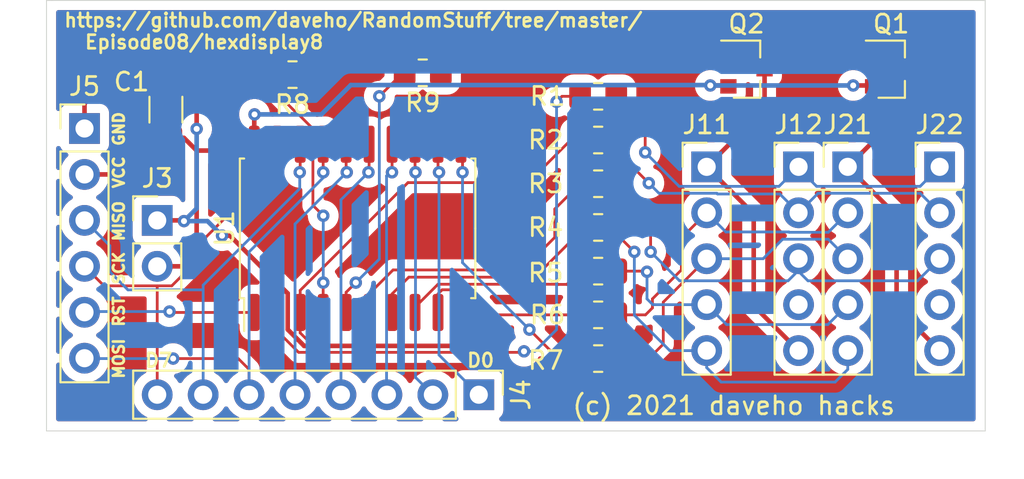
<source format=kicad_pcb>
(kicad_pcb (version 20171130) (host pcbnew 5.1.10-88a1d61d58~88~ubuntu20.04.1)

  (general
    (thickness 1.6)
    (drawings 15)
    (tracks 282)
    (zones 0)
    (modules 20)
    (nets 34)
  )

  (page USLetter)
  (layers
    (0 F.Cu signal)
    (31 B.Cu signal)
    (34 B.Paste user)
    (35 F.Paste user)
    (36 B.SilkS user)
    (37 F.SilkS user)
    (38 B.Mask user)
    (39 F.Mask user)
    (44 Edge.Cuts user)
    (45 Margin user)
    (46 B.CrtYd user)
    (47 F.CrtYd user)
    (48 B.Fab user)
    (49 F.Fab user)
  )

  (setup
    (last_trace_width 0.1524)
    (user_trace_width 0.1524)
    (user_trace_width 0.254)
    (user_trace_width 0.381)
    (trace_clearance 0.1524)
    (zone_clearance 0.508)
    (zone_45_only no)
    (trace_min 0.1524)
    (via_size 0.6858)
    (via_drill 0.3302)
    (via_min_size 0.6858)
    (via_min_drill 0.3302)
    (uvia_size 0.6858)
    (uvia_drill 0.3302)
    (uvias_allowed no)
    (uvia_min_size 0.6858)
    (uvia_min_drill 0.3302)
    (edge_width 0.05)
    (segment_width 0.2)
    (pcb_text_width 0.3)
    (pcb_text_size 1.5 1.5)
    (mod_edge_width 0.12)
    (mod_text_size 1 1)
    (mod_text_width 0.15)
    (pad_size 1.524 1.524)
    (pad_drill 0.762)
    (pad_to_mask_clearance 0)
    (aux_axis_origin 0 0)
    (visible_elements FFFFFF7F)
    (pcbplotparams
      (layerselection 0x010fc_ffffffff)
      (usegerberextensions false)
      (usegerberattributes true)
      (usegerberadvancedattributes true)
      (creategerberjobfile true)
      (excludeedgelayer true)
      (linewidth 0.100000)
      (plotframeref false)
      (viasonmask false)
      (mode 1)
      (useauxorigin false)
      (hpglpennumber 1)
      (hpglpenspeed 20)
      (hpglpendiameter 15.000000)
      (psnegative false)
      (psa4output false)
      (plotreference true)
      (plotvalue true)
      (plotinvisibletext false)
      (padsonsilk false)
      (subtractmaskfromsilk false)
      (outputformat 1)
      (mirror false)
      (drillshape 0)
      (scaleselection 1)
      (outputdirectory "gerbers"))
  )

  (net 0 "")
  (net 1 GND)
  (net 2 /A)
  (net 3 /D)
  (net 4 /B)
  (net 5 /E)
  (net 6 /C)
  (net 7 /G)
  (net 8 /F)
  (net 9 /CA2)
  (net 10 /CA1)
  (net 11 /D0)
  (net 12 /D1)
  (net 13 /D2)
  (net 14 /D3)
  (net 15 /D4)
  (net 16 /D5)
  (net 17 /D6)
  (net 18 /D7)
  (net 19 /~RESET)
  (net 20 "Net-(Q1-Pad1)")
  (net 21 "Net-(Q2-Pad1)")
  (net 22 "Net-(R1-Pad2)")
  (net 23 "Net-(R2-Pad2)")
  (net 24 "Net-(R3-Pad2)")
  (net 25 "Net-(R4-Pad2)")
  (net 26 "Net-(R5-Pad2)")
  (net 27 "Net-(R6-Pad2)")
  (net 28 "Net-(R7-Pad2)")
  (net 29 "Net-(R8-Pad2)")
  (net 30 "Net-(R9-Pad2)")
  (net 31 VCC)
  (net 32 "Net-(J12-Pad4)")
  (net 33 "Net-(J22-Pad4)")

  (net_class Default "This is the default net class."
    (clearance 0.1524)
    (trace_width 0.1524)
    (via_dia 0.6858)
    (via_drill 0.3302)
    (uvia_dia 0.6858)
    (uvia_drill 0.3302)
    (add_net /A)
    (add_net /B)
    (add_net /C)
    (add_net /CA1)
    (add_net /CA2)
    (add_net /D)
    (add_net /D0)
    (add_net /D1)
    (add_net /D2)
    (add_net /D3)
    (add_net /D4)
    (add_net /D5)
    (add_net /D6)
    (add_net /D7)
    (add_net /E)
    (add_net /F)
    (add_net /G)
    (add_net /~RESET)
    (add_net GND)
    (add_net "Net-(J12-Pad4)")
    (add_net "Net-(J22-Pad4)")
    (add_net "Net-(Q1-Pad1)")
    (add_net "Net-(Q2-Pad1)")
    (add_net "Net-(R1-Pad2)")
    (add_net "Net-(R2-Pad2)")
    (add_net "Net-(R3-Pad2)")
    (add_net "Net-(R4-Pad2)")
    (add_net "Net-(R5-Pad2)")
    (add_net "Net-(R6-Pad2)")
    (add_net "Net-(R7-Pad2)")
    (add_net "Net-(R8-Pad2)")
    (add_net "Net-(R9-Pad2)")
    (add_net VCC)
  )

  (module Capacitor_SMD:C_1206_3216Metric_Pad1.33x1.80mm_HandSolder (layer F.Cu) (tedit 5F68FEEF) (tstamp 6045A6C1)
    (at 142.7 104.2375 90)
    (descr "Capacitor SMD 1206 (3216 Metric), square (rectangular) end terminal, IPC_7351 nominal with elongated pad for handsoldering. (Body size source: IPC-SM-782 page 76, https://www.pcb-3d.com/wordpress/wp-content/uploads/ipc-sm-782a_amendment_1_and_2.pdf), generated with kicad-footprint-generator")
    (tags "capacitor handsolder")
    (path /604BB56B)
    (attr smd)
    (fp_text reference C1 (at 1.5375 -1.9 180) (layer F.SilkS)
      (effects (font (size 1 1) (thickness 0.15)))
    )
    (fp_text value 100nF (at 0 1.85 90) (layer F.Fab)
      (effects (font (size 1 1) (thickness 0.15)))
    )
    (fp_line (start 2.48 1.15) (end -2.48 1.15) (layer F.CrtYd) (width 0.05))
    (fp_line (start 2.48 -1.15) (end 2.48 1.15) (layer F.CrtYd) (width 0.05))
    (fp_line (start -2.48 -1.15) (end 2.48 -1.15) (layer F.CrtYd) (width 0.05))
    (fp_line (start -2.48 1.15) (end -2.48 -1.15) (layer F.CrtYd) (width 0.05))
    (fp_line (start -0.711252 0.91) (end 0.711252 0.91) (layer F.SilkS) (width 0.12))
    (fp_line (start -0.711252 -0.91) (end 0.711252 -0.91) (layer F.SilkS) (width 0.12))
    (fp_line (start 1.6 0.8) (end -1.6 0.8) (layer F.Fab) (width 0.1))
    (fp_line (start 1.6 -0.8) (end 1.6 0.8) (layer F.Fab) (width 0.1))
    (fp_line (start -1.6 -0.8) (end 1.6 -0.8) (layer F.Fab) (width 0.1))
    (fp_line (start -1.6 0.8) (end -1.6 -0.8) (layer F.Fab) (width 0.1))
    (fp_text user %R (at 0 0 90) (layer F.Fab)
      (effects (font (size 0.8 0.8) (thickness 0.12)))
    )
    (pad 1 smd roundrect (at -1.5625 0 90) (size 1.325 1.8) (layers F.Cu F.Paste F.Mask) (roundrect_rratio 0.1886769811320755)
      (net 31 VCC))
    (pad 2 smd roundrect (at 1.5625 0 90) (size 1.325 1.8) (layers F.Cu F.Paste F.Mask) (roundrect_rratio 0.1886769811320755)
      (net 1 GND))
    (model ${KISYS3DMOD}/Capacitor_SMD.3dshapes/C_1206_3216Metric.wrl
      (at (xyz 0 0 0))
      (scale (xyz 1 1 1))
      (rotate (xyz 0 0 0))
    )
  )

  (module Connector_PinHeader_2.54mm:PinHeader_1x02_P2.54mm_Vertical (layer F.Cu) (tedit 59FED5CC) (tstamp 6045A3CA)
    (at 142.22 110.36)
    (descr "Through hole straight pin header, 1x02, 2.54mm pitch, single row")
    (tags "Through hole pin header THT 1x02 2.54mm single row")
    (path /604B02DC)
    (fp_text reference J3 (at 0 -2.33) (layer F.SilkS)
      (effects (font (size 1 1) (thickness 0.15)))
    )
    (fp_text value Conn_01x02 (at 0 4.87) (layer F.Fab)
      (effects (font (size 1 1) (thickness 0.15)))
    )
    (fp_line (start 1.8 -1.8) (end -1.8 -1.8) (layer F.CrtYd) (width 0.05))
    (fp_line (start 1.8 4.35) (end 1.8 -1.8) (layer F.CrtYd) (width 0.05))
    (fp_line (start -1.8 4.35) (end 1.8 4.35) (layer F.CrtYd) (width 0.05))
    (fp_line (start -1.8 -1.8) (end -1.8 4.35) (layer F.CrtYd) (width 0.05))
    (fp_line (start -1.33 -1.33) (end 0 -1.33) (layer F.SilkS) (width 0.12))
    (fp_line (start -1.33 0) (end -1.33 -1.33) (layer F.SilkS) (width 0.12))
    (fp_line (start -1.33 1.27) (end 1.33 1.27) (layer F.SilkS) (width 0.12))
    (fp_line (start 1.33 1.27) (end 1.33 3.87) (layer F.SilkS) (width 0.12))
    (fp_line (start -1.33 1.27) (end -1.33 3.87) (layer F.SilkS) (width 0.12))
    (fp_line (start -1.33 3.87) (end 1.33 3.87) (layer F.SilkS) (width 0.12))
    (fp_line (start -1.27 -0.635) (end -0.635 -1.27) (layer F.Fab) (width 0.1))
    (fp_line (start -1.27 3.81) (end -1.27 -0.635) (layer F.Fab) (width 0.1))
    (fp_line (start 1.27 3.81) (end -1.27 3.81) (layer F.Fab) (width 0.1))
    (fp_line (start 1.27 -1.27) (end 1.27 3.81) (layer F.Fab) (width 0.1))
    (fp_line (start -0.635 -1.27) (end 1.27 -1.27) (layer F.Fab) (width 0.1))
    (fp_text user %R (at 0 1.27 90) (layer F.Fab)
      (effects (font (size 1 1) (thickness 0.15)))
    )
    (pad 1 thru_hole rect (at 0 0) (size 1.7 1.7) (drill 1) (layers *.Cu *.Mask)
      (net 1 GND))
    (pad 2 thru_hole oval (at 0 2.54) (size 1.7 1.7) (drill 1) (layers *.Cu *.Mask)
      (net 31 VCC))
    (model ${KISYS3DMOD}/Connector_PinHeader_2.54mm.3dshapes/PinHeader_1x02_P2.54mm_Vertical.wrl
      (at (xyz 0 0 0))
      (scale (xyz 1 1 1))
      (rotate (xyz 0 0 0))
    )
  )

  (module Connector_PinHeader_2.54mm:PinHeader_1x08_P2.54mm_Vertical (layer F.Cu) (tedit 59FED5CC) (tstamp 6045A257)
    (at 160 120 270)
    (descr "Through hole straight pin header, 1x08, 2.54mm pitch, single row")
    (tags "Through hole pin header THT 1x08 2.54mm single row")
    (path /60507906)
    (fp_text reference J4 (at 0 -2.33 90) (layer F.SilkS)
      (effects (font (size 1 1) (thickness 0.15)))
    )
    (fp_text value Conn_01x08 (at 0 20.11 90) (layer F.Fab)
      (effects (font (size 1 1) (thickness 0.15)))
    )
    (fp_line (start 1.8 -1.8) (end -1.8 -1.8) (layer F.CrtYd) (width 0.05))
    (fp_line (start 1.8 19.55) (end 1.8 -1.8) (layer F.CrtYd) (width 0.05))
    (fp_line (start -1.8 19.55) (end 1.8 19.55) (layer F.CrtYd) (width 0.05))
    (fp_line (start -1.8 -1.8) (end -1.8 19.55) (layer F.CrtYd) (width 0.05))
    (fp_line (start -1.33 -1.33) (end 0 -1.33) (layer F.SilkS) (width 0.12))
    (fp_line (start -1.33 0) (end -1.33 -1.33) (layer F.SilkS) (width 0.12))
    (fp_line (start -1.33 1.27) (end 1.33 1.27) (layer F.SilkS) (width 0.12))
    (fp_line (start 1.33 1.27) (end 1.33 19.11) (layer F.SilkS) (width 0.12))
    (fp_line (start -1.33 1.27) (end -1.33 19.11) (layer F.SilkS) (width 0.12))
    (fp_line (start -1.33 19.11) (end 1.33 19.11) (layer F.SilkS) (width 0.12))
    (fp_line (start -1.27 -0.635) (end -0.635 -1.27) (layer F.Fab) (width 0.1))
    (fp_line (start -1.27 19.05) (end -1.27 -0.635) (layer F.Fab) (width 0.1))
    (fp_line (start 1.27 19.05) (end -1.27 19.05) (layer F.Fab) (width 0.1))
    (fp_line (start 1.27 -1.27) (end 1.27 19.05) (layer F.Fab) (width 0.1))
    (fp_line (start -0.635 -1.27) (end 1.27 -1.27) (layer F.Fab) (width 0.1))
    (fp_text user %R (at 0 8.89) (layer F.Fab)
      (effects (font (size 1 1) (thickness 0.15)))
    )
    (pad 1 thru_hole rect (at 0 0 270) (size 1.7 1.7) (drill 1) (layers *.Cu *.Mask)
      (net 11 /D0))
    (pad 2 thru_hole oval (at 0 2.54 270) (size 1.7 1.7) (drill 1) (layers *.Cu *.Mask)
      (net 12 /D1))
    (pad 3 thru_hole oval (at 0 5.08 270) (size 1.7 1.7) (drill 1) (layers *.Cu *.Mask)
      (net 13 /D2))
    (pad 4 thru_hole oval (at 0 7.62 270) (size 1.7 1.7) (drill 1) (layers *.Cu *.Mask)
      (net 14 /D3))
    (pad 5 thru_hole oval (at 0 10.16 270) (size 1.7 1.7) (drill 1) (layers *.Cu *.Mask)
      (net 15 /D4))
    (pad 6 thru_hole oval (at 0 12.7 270) (size 1.7 1.7) (drill 1) (layers *.Cu *.Mask)
      (net 16 /D5))
    (pad 7 thru_hole oval (at 0 15.24 270) (size 1.7 1.7) (drill 1) (layers *.Cu *.Mask)
      (net 17 /D6))
    (pad 8 thru_hole oval (at 0 17.78 270) (size 1.7 1.7) (drill 1) (layers *.Cu *.Mask)
      (net 18 /D7))
    (model ${KISYS3DMOD}/Connector_PinHeader_2.54mm.3dshapes/PinHeader_1x08_P2.54mm_Vertical.wrl
      (at (xyz 0 0 0))
      (scale (xyz 1 1 1))
      (rotate (xyz 0 0 0))
    )
  )

  (module Connector_PinHeader_2.54mm:PinHeader_1x06_P2.54mm_Vertical (layer F.Cu) (tedit 59FED5CC) (tstamp 6045969F)
    (at 138.2 105.28)
    (descr "Through hole straight pin header, 1x06, 2.54mm pitch, single row")
    (tags "Through hole pin header THT 1x06 2.54mm single row")
    (path /604585DD)
    (fp_text reference J5 (at 0 -2.33) (layer F.SilkS)
      (effects (font (size 1 1) (thickness 0.15)))
    )
    (fp_text value Conn_01x06 (at 0 15.03) (layer F.Fab)
      (effects (font (size 1 1) (thickness 0.15)))
    )
    (fp_line (start 1.8 -1.8) (end -1.8 -1.8) (layer F.CrtYd) (width 0.05))
    (fp_line (start 1.8 14.5) (end 1.8 -1.8) (layer F.CrtYd) (width 0.05))
    (fp_line (start -1.8 14.5) (end 1.8 14.5) (layer F.CrtYd) (width 0.05))
    (fp_line (start -1.8 -1.8) (end -1.8 14.5) (layer F.CrtYd) (width 0.05))
    (fp_line (start -1.33 -1.33) (end 0 -1.33) (layer F.SilkS) (width 0.12))
    (fp_line (start -1.33 0) (end -1.33 -1.33) (layer F.SilkS) (width 0.12))
    (fp_line (start -1.33 1.27) (end 1.33 1.27) (layer F.SilkS) (width 0.12))
    (fp_line (start 1.33 1.27) (end 1.33 14.03) (layer F.SilkS) (width 0.12))
    (fp_line (start -1.33 1.27) (end -1.33 14.03) (layer F.SilkS) (width 0.12))
    (fp_line (start -1.33 14.03) (end 1.33 14.03) (layer F.SilkS) (width 0.12))
    (fp_line (start -1.27 -0.635) (end -0.635 -1.27) (layer F.Fab) (width 0.1))
    (fp_line (start -1.27 13.97) (end -1.27 -0.635) (layer F.Fab) (width 0.1))
    (fp_line (start 1.27 13.97) (end -1.27 13.97) (layer F.Fab) (width 0.1))
    (fp_line (start 1.27 -1.27) (end 1.27 13.97) (layer F.Fab) (width 0.1))
    (fp_line (start -0.635 -1.27) (end 1.27 -1.27) (layer F.Fab) (width 0.1))
    (fp_text user %R (at 0 6.35 90) (layer F.Fab)
      (effects (font (size 1 1) (thickness 0.15)))
    )
    (pad 1 thru_hole rect (at 0 0) (size 1.7 1.7) (drill 1) (layers *.Cu *.Mask)
      (net 1 GND))
    (pad 2 thru_hole oval (at 0 2.54) (size 1.7 1.7) (drill 1) (layers *.Cu *.Mask)
      (net 31 VCC))
    (pad 3 thru_hole oval (at 0 5.08) (size 1.7 1.7) (drill 1) (layers *.Cu *.Mask)
      (net 17 /D6))
    (pad 4 thru_hole oval (at 0 7.62) (size 1.7 1.7) (drill 1) (layers *.Cu *.Mask)
      (net 18 /D7))
    (pad 5 thru_hole oval (at 0 10.16) (size 1.7 1.7) (drill 1) (layers *.Cu *.Mask)
      (net 19 /~RESET))
    (pad 6 thru_hole oval (at 0 12.7) (size 1.7 1.7) (drill 1) (layers *.Cu *.Mask)
      (net 16 /D5))
    (model ${KISYS3DMOD}/Connector_PinHeader_2.54mm.3dshapes/PinHeader_1x06_P2.54mm_Vertical.wrl
      (at (xyz 0 0 0))
      (scale (xyz 1 1 1))
      (rotate (xyz 0 0 0))
    )
  )

  (module Package_TO_SOT_SMD:SOT-23 (layer F.Cu) (tedit 5A02FF57) (tstamp 6045B407)
    (at 182.8 102)
    (descr "SOT-23, Standard")
    (tags SOT-23)
    (path /60453C20)
    (attr smd)
    (fp_text reference Q1 (at 0 -2.5) (layer F.SilkS)
      (effects (font (size 1 1) (thickness 0.15)))
    )
    (fp_text value MMBT3906 (at 0 2.5) (layer F.Fab)
      (effects (font (size 1 1) (thickness 0.15)))
    )
    (fp_line (start 0.76 1.58) (end -0.7 1.58) (layer F.SilkS) (width 0.12))
    (fp_line (start 0.76 -1.58) (end -1.4 -1.58) (layer F.SilkS) (width 0.12))
    (fp_line (start -1.7 1.75) (end -1.7 -1.75) (layer F.CrtYd) (width 0.05))
    (fp_line (start 1.7 1.75) (end -1.7 1.75) (layer F.CrtYd) (width 0.05))
    (fp_line (start 1.7 -1.75) (end 1.7 1.75) (layer F.CrtYd) (width 0.05))
    (fp_line (start -1.7 -1.75) (end 1.7 -1.75) (layer F.CrtYd) (width 0.05))
    (fp_line (start 0.76 -1.58) (end 0.76 -0.65) (layer F.SilkS) (width 0.12))
    (fp_line (start 0.76 1.58) (end 0.76 0.65) (layer F.SilkS) (width 0.12))
    (fp_line (start -0.7 1.52) (end 0.7 1.52) (layer F.Fab) (width 0.1))
    (fp_line (start 0.7 -1.52) (end 0.7 1.52) (layer F.Fab) (width 0.1))
    (fp_line (start -0.7 -0.95) (end -0.15 -1.52) (layer F.Fab) (width 0.1))
    (fp_line (start -0.15 -1.52) (end 0.7 -1.52) (layer F.Fab) (width 0.1))
    (fp_line (start -0.7 -0.95) (end -0.7 1.5) (layer F.Fab) (width 0.1))
    (fp_text user %R (at 0 0 90) (layer F.Fab)
      (effects (font (size 0.5 0.5) (thickness 0.075)))
    )
    (pad 1 smd rect (at -1 -0.95) (size 0.9 0.8) (layers F.Cu F.Paste F.Mask)
      (net 20 "Net-(Q1-Pad1)"))
    (pad 2 smd rect (at -1 0.95) (size 0.9 0.8) (layers F.Cu F.Paste F.Mask)
      (net 31 VCC))
    (pad 3 smd rect (at 1 0) (size 0.9 0.8) (layers F.Cu F.Paste F.Mask)
      (net 10 /CA1))
    (model ${KISYS3DMOD}/Package_TO_SOT_SMD.3dshapes/SOT-23.wrl
      (at (xyz 0 0 0))
      (scale (xyz 1 1 1))
      (rotate (xyz 0 0 0))
    )
  )

  (module Package_TO_SOT_SMD:SOT-23 (layer F.Cu) (tedit 5A02FF57) (tstamp 60A6C357)
    (at 174.8 102)
    (descr "SOT-23, Standard")
    (tags SOT-23)
    (path /60453FAA)
    (attr smd)
    (fp_text reference Q2 (at 0 -2.5) (layer F.SilkS)
      (effects (font (size 1 1) (thickness 0.15)))
    )
    (fp_text value MMBT3906 (at 0 2.5) (layer F.Fab)
      (effects (font (size 1 1) (thickness 0.15)))
    )
    (fp_line (start -0.7 -0.95) (end -0.7 1.5) (layer F.Fab) (width 0.1))
    (fp_line (start -0.15 -1.52) (end 0.7 -1.52) (layer F.Fab) (width 0.1))
    (fp_line (start -0.7 -0.95) (end -0.15 -1.52) (layer F.Fab) (width 0.1))
    (fp_line (start 0.7 -1.52) (end 0.7 1.52) (layer F.Fab) (width 0.1))
    (fp_line (start -0.7 1.52) (end 0.7 1.52) (layer F.Fab) (width 0.1))
    (fp_line (start 0.76 1.58) (end 0.76 0.65) (layer F.SilkS) (width 0.12))
    (fp_line (start 0.76 -1.58) (end 0.76 -0.65) (layer F.SilkS) (width 0.12))
    (fp_line (start -1.7 -1.75) (end 1.7 -1.75) (layer F.CrtYd) (width 0.05))
    (fp_line (start 1.7 -1.75) (end 1.7 1.75) (layer F.CrtYd) (width 0.05))
    (fp_line (start 1.7 1.75) (end -1.7 1.75) (layer F.CrtYd) (width 0.05))
    (fp_line (start -1.7 1.75) (end -1.7 -1.75) (layer F.CrtYd) (width 0.05))
    (fp_line (start 0.76 -1.58) (end -1.4 -1.58) (layer F.SilkS) (width 0.12))
    (fp_line (start 0.76 1.58) (end -0.7 1.58) (layer F.SilkS) (width 0.12))
    (fp_text user %R (at 0 0 90) (layer F.Fab)
      (effects (font (size 0.5 0.5) (thickness 0.075)))
    )
    (pad 3 smd rect (at 1 0) (size 0.9 0.8) (layers F.Cu F.Paste F.Mask)
      (net 9 /CA2))
    (pad 2 smd rect (at -1 0.95) (size 0.9 0.8) (layers F.Cu F.Paste F.Mask)
      (net 31 VCC))
    (pad 1 smd rect (at -1 -0.95) (size 0.9 0.8) (layers F.Cu F.Paste F.Mask)
      (net 21 "Net-(Q2-Pad1)"))
    (model ${KISYS3DMOD}/Package_TO_SOT_SMD.3dshapes/SOT-23.wrl
      (at (xyz 0 0 0))
      (scale (xyz 1 1 1))
      (rotate (xyz 0 0 0))
    )
  )

  (module Resistor_SMD:R_0805_2012Metric_Pad1.20x1.40mm_HandSolder (layer F.Cu) (tedit 5F68FEEE) (tstamp 604596DA)
    (at 166.6 103.5 180)
    (descr "Resistor SMD 0805 (2012 Metric), square (rectangular) end terminal, IPC_7351 nominal with elongated pad for handsoldering. (Body size source: IPC-SM-782 page 72, https://www.pcb-3d.com/wordpress/wp-content/uploads/ipc-sm-782a_amendment_1_and_2.pdf), generated with kicad-footprint-generator")
    (tags "resistor handsolder")
    (path /6046A68A)
    (attr smd)
    (fp_text reference R1 (at 2.8 0) (layer F.SilkS)
      (effects (font (size 1 1) (thickness 0.15)))
    )
    (fp_text value 330 (at 0 1.65) (layer F.Fab)
      (effects (font (size 1 1) (thickness 0.15)))
    )
    (fp_line (start 1.85 0.95) (end -1.85 0.95) (layer F.CrtYd) (width 0.05))
    (fp_line (start 1.85 -0.95) (end 1.85 0.95) (layer F.CrtYd) (width 0.05))
    (fp_line (start -1.85 -0.95) (end 1.85 -0.95) (layer F.CrtYd) (width 0.05))
    (fp_line (start -1.85 0.95) (end -1.85 -0.95) (layer F.CrtYd) (width 0.05))
    (fp_line (start -0.227064 0.735) (end 0.227064 0.735) (layer F.SilkS) (width 0.12))
    (fp_line (start -0.227064 -0.735) (end 0.227064 -0.735) (layer F.SilkS) (width 0.12))
    (fp_line (start 1 0.625) (end -1 0.625) (layer F.Fab) (width 0.1))
    (fp_line (start 1 -0.625) (end 1 0.625) (layer F.Fab) (width 0.1))
    (fp_line (start -1 -0.625) (end 1 -0.625) (layer F.Fab) (width 0.1))
    (fp_line (start -1 0.625) (end -1 -0.625) (layer F.Fab) (width 0.1))
    (fp_text user %R (at 0 0) (layer F.Fab)
      (effects (font (size 0.5 0.5) (thickness 0.08)))
    )
    (pad 1 smd roundrect (at -1 0 180) (size 1.2 1.4) (layers F.Cu F.Paste F.Mask) (roundrect_rratio 0.2083325)
      (net 2 /A))
    (pad 2 smd roundrect (at 1 0 180) (size 1.2 1.4) (layers F.Cu F.Paste F.Mask) (roundrect_rratio 0.2083325)
      (net 22 "Net-(R1-Pad2)"))
    (model ${KISYS3DMOD}/Resistor_SMD.3dshapes/R_0805_2012Metric.wrl
      (at (xyz 0 0 0))
      (scale (xyz 1 1 1))
      (rotate (xyz 0 0 0))
    )
  )

  (module Resistor_SMD:R_0805_2012Metric_Pad1.20x1.40mm_HandSolder (layer F.Cu) (tedit 5F68FEEE) (tstamp 6045A998)
    (at 166.6 105.916666 180)
    (descr "Resistor SMD 0805 (2012 Metric), square (rectangular) end terminal, IPC_7351 nominal with elongated pad for handsoldering. (Body size source: IPC-SM-782 page 72, https://www.pcb-3d.com/wordpress/wp-content/uploads/ipc-sm-782a_amendment_1_and_2.pdf), generated with kicad-footprint-generator")
    (tags "resistor handsolder")
    (path /6046BEAB)
    (attr smd)
    (fp_text reference R2 (at 2.9 0) (layer F.SilkS)
      (effects (font (size 1 1) (thickness 0.15)))
    )
    (fp_text value 330 (at 0 1.65) (layer F.Fab)
      (effects (font (size 1 1) (thickness 0.15)))
    )
    (fp_line (start -1 0.625) (end -1 -0.625) (layer F.Fab) (width 0.1))
    (fp_line (start -1 -0.625) (end 1 -0.625) (layer F.Fab) (width 0.1))
    (fp_line (start 1 -0.625) (end 1 0.625) (layer F.Fab) (width 0.1))
    (fp_line (start 1 0.625) (end -1 0.625) (layer F.Fab) (width 0.1))
    (fp_line (start -0.227064 -0.735) (end 0.227064 -0.735) (layer F.SilkS) (width 0.12))
    (fp_line (start -0.227064 0.735) (end 0.227064 0.735) (layer F.SilkS) (width 0.12))
    (fp_line (start -1.85 0.95) (end -1.85 -0.95) (layer F.CrtYd) (width 0.05))
    (fp_line (start -1.85 -0.95) (end 1.85 -0.95) (layer F.CrtYd) (width 0.05))
    (fp_line (start 1.85 -0.95) (end 1.85 0.95) (layer F.CrtYd) (width 0.05))
    (fp_line (start 1.85 0.95) (end -1.85 0.95) (layer F.CrtYd) (width 0.05))
    (fp_text user %R (at 0 0) (layer F.Fab)
      (effects (font (size 0.5 0.5) (thickness 0.08)))
    )
    (pad 2 smd roundrect (at 1 0 180) (size 1.2 1.4) (layers F.Cu F.Paste F.Mask) (roundrect_rratio 0.2083325)
      (net 23 "Net-(R2-Pad2)"))
    (pad 1 smd roundrect (at -1 0 180) (size 1.2 1.4) (layers F.Cu F.Paste F.Mask) (roundrect_rratio 0.2083325)
      (net 4 /B))
    (model ${KISYS3DMOD}/Resistor_SMD.3dshapes/R_0805_2012Metric.wrl
      (at (xyz 0 0 0))
      (scale (xyz 1 1 1))
      (rotate (xyz 0 0 0))
    )
  )

  (module Resistor_SMD:R_0805_2012Metric_Pad1.20x1.40mm_HandSolder (layer F.Cu) (tedit 5F68FEEE) (tstamp 604596FC)
    (at 166.6 108.333332 180)
    (descr "Resistor SMD 0805 (2012 Metric), square (rectangular) end terminal, IPC_7351 nominal with elongated pad for handsoldering. (Body size source: IPC-SM-782 page 72, https://www.pcb-3d.com/wordpress/wp-content/uploads/ipc-sm-782a_amendment_1_and_2.pdf), generated with kicad-footprint-generator")
    (tags "resistor handsolder")
    (path /6046DDCC)
    (attr smd)
    (fp_text reference R3 (at 2.9 0) (layer F.SilkS)
      (effects (font (size 1 1) (thickness 0.15)))
    )
    (fp_text value 330 (at 0 1.65) (layer F.Fab)
      (effects (font (size 1 1) (thickness 0.15)))
    )
    (fp_line (start 1.85 0.95) (end -1.85 0.95) (layer F.CrtYd) (width 0.05))
    (fp_line (start 1.85 -0.95) (end 1.85 0.95) (layer F.CrtYd) (width 0.05))
    (fp_line (start -1.85 -0.95) (end 1.85 -0.95) (layer F.CrtYd) (width 0.05))
    (fp_line (start -1.85 0.95) (end -1.85 -0.95) (layer F.CrtYd) (width 0.05))
    (fp_line (start -0.227064 0.735) (end 0.227064 0.735) (layer F.SilkS) (width 0.12))
    (fp_line (start -0.227064 -0.735) (end 0.227064 -0.735) (layer F.SilkS) (width 0.12))
    (fp_line (start 1 0.625) (end -1 0.625) (layer F.Fab) (width 0.1))
    (fp_line (start 1 -0.625) (end 1 0.625) (layer F.Fab) (width 0.1))
    (fp_line (start -1 -0.625) (end 1 -0.625) (layer F.Fab) (width 0.1))
    (fp_line (start -1 0.625) (end -1 -0.625) (layer F.Fab) (width 0.1))
    (fp_text user %R (at 0 0) (layer F.Fab)
      (effects (font (size 0.5 0.5) (thickness 0.08)))
    )
    (pad 1 smd roundrect (at -1 0 180) (size 1.2 1.4) (layers F.Cu F.Paste F.Mask) (roundrect_rratio 0.2083325)
      (net 6 /C))
    (pad 2 smd roundrect (at 1 0 180) (size 1.2 1.4) (layers F.Cu F.Paste F.Mask) (roundrect_rratio 0.2083325)
      (net 24 "Net-(R3-Pad2)"))
    (model ${KISYS3DMOD}/Resistor_SMD.3dshapes/R_0805_2012Metric.wrl
      (at (xyz 0 0 0))
      (scale (xyz 1 1 1))
      (rotate (xyz 0 0 0))
    )
  )

  (module Resistor_SMD:R_0805_2012Metric_Pad1.20x1.40mm_HandSolder (layer F.Cu) (tedit 5F68FEEE) (tstamp 6045970D)
    (at 166.6 110.749998 180)
    (descr "Resistor SMD 0805 (2012 Metric), square (rectangular) end terminal, IPC_7351 nominal with elongated pad for handsoldering. (Body size source: IPC-SM-782 page 72, https://www.pcb-3d.com/wordpress/wp-content/uploads/ipc-sm-782a_amendment_1_and_2.pdf), generated with kicad-footprint-generator")
    (tags "resistor handsolder")
    (path /6046DED2)
    (attr smd)
    (fp_text reference R4 (at 2.9 0) (layer F.SilkS)
      (effects (font (size 1 1) (thickness 0.15)))
    )
    (fp_text value 330 (at 0 1.65) (layer F.Fab)
      (effects (font (size 1 1) (thickness 0.15)))
    )
    (fp_line (start -1 0.625) (end -1 -0.625) (layer F.Fab) (width 0.1))
    (fp_line (start -1 -0.625) (end 1 -0.625) (layer F.Fab) (width 0.1))
    (fp_line (start 1 -0.625) (end 1 0.625) (layer F.Fab) (width 0.1))
    (fp_line (start 1 0.625) (end -1 0.625) (layer F.Fab) (width 0.1))
    (fp_line (start -0.227064 -0.735) (end 0.227064 -0.735) (layer F.SilkS) (width 0.12))
    (fp_line (start -0.227064 0.735) (end 0.227064 0.735) (layer F.SilkS) (width 0.12))
    (fp_line (start -1.85 0.95) (end -1.85 -0.95) (layer F.CrtYd) (width 0.05))
    (fp_line (start -1.85 -0.95) (end 1.85 -0.95) (layer F.CrtYd) (width 0.05))
    (fp_line (start 1.85 -0.95) (end 1.85 0.95) (layer F.CrtYd) (width 0.05))
    (fp_line (start 1.85 0.95) (end -1.85 0.95) (layer F.CrtYd) (width 0.05))
    (fp_text user %R (at 0 0) (layer F.Fab)
      (effects (font (size 0.5 0.5) (thickness 0.08)))
    )
    (pad 2 smd roundrect (at 1 0 180) (size 1.2 1.4) (layers F.Cu F.Paste F.Mask) (roundrect_rratio 0.2083325)
      (net 25 "Net-(R4-Pad2)"))
    (pad 1 smd roundrect (at -1 0 180) (size 1.2 1.4) (layers F.Cu F.Paste F.Mask) (roundrect_rratio 0.2083325)
      (net 3 /D))
    (model ${KISYS3DMOD}/Resistor_SMD.3dshapes/R_0805_2012Metric.wrl
      (at (xyz 0 0 0))
      (scale (xyz 1 1 1))
      (rotate (xyz 0 0 0))
    )
  )

  (module Resistor_SMD:R_0805_2012Metric_Pad1.20x1.40mm_HandSolder (layer F.Cu) (tedit 5F68FEEE) (tstamp 6045971E)
    (at 166.6 113.166664 180)
    (descr "Resistor SMD 0805 (2012 Metric), square (rectangular) end terminal, IPC_7351 nominal with elongated pad for handsoldering. (Body size source: IPC-SM-782 page 72, https://www.pcb-3d.com/wordpress/wp-content/uploads/ipc-sm-782a_amendment_1_and_2.pdf), generated with kicad-footprint-generator")
    (tags "resistor handsolder")
    (path /60470244)
    (attr smd)
    (fp_text reference R5 (at 2.9 -0.1) (layer F.SilkS)
      (effects (font (size 1 1) (thickness 0.15)))
    )
    (fp_text value 330 (at 0 1.65) (layer F.Fab)
      (effects (font (size 1 1) (thickness 0.15)))
    )
    (fp_line (start 1.85 0.95) (end -1.85 0.95) (layer F.CrtYd) (width 0.05))
    (fp_line (start 1.85 -0.95) (end 1.85 0.95) (layer F.CrtYd) (width 0.05))
    (fp_line (start -1.85 -0.95) (end 1.85 -0.95) (layer F.CrtYd) (width 0.05))
    (fp_line (start -1.85 0.95) (end -1.85 -0.95) (layer F.CrtYd) (width 0.05))
    (fp_line (start -0.227064 0.735) (end 0.227064 0.735) (layer F.SilkS) (width 0.12))
    (fp_line (start -0.227064 -0.735) (end 0.227064 -0.735) (layer F.SilkS) (width 0.12))
    (fp_line (start 1 0.625) (end -1 0.625) (layer F.Fab) (width 0.1))
    (fp_line (start 1 -0.625) (end 1 0.625) (layer F.Fab) (width 0.1))
    (fp_line (start -1 -0.625) (end 1 -0.625) (layer F.Fab) (width 0.1))
    (fp_line (start -1 0.625) (end -1 -0.625) (layer F.Fab) (width 0.1))
    (fp_text user %R (at 0 0) (layer F.Fab)
      (effects (font (size 0.5 0.5) (thickness 0.08)))
    )
    (pad 1 smd roundrect (at -1 0 180) (size 1.2 1.4) (layers F.Cu F.Paste F.Mask) (roundrect_rratio 0.2083325)
      (net 5 /E))
    (pad 2 smd roundrect (at 1 0 180) (size 1.2 1.4) (layers F.Cu F.Paste F.Mask) (roundrect_rratio 0.2083325)
      (net 26 "Net-(R5-Pad2)"))
    (model ${KISYS3DMOD}/Resistor_SMD.3dshapes/R_0805_2012Metric.wrl
      (at (xyz 0 0 0))
      (scale (xyz 1 1 1))
      (rotate (xyz 0 0 0))
    )
  )

  (module Resistor_SMD:R_0805_2012Metric_Pad1.20x1.40mm_HandSolder (layer F.Cu) (tedit 5F68FEEE) (tstamp 6045972F)
    (at 166.6 115.58333 180)
    (descr "Resistor SMD 0805 (2012 Metric), square (rectangular) end terminal, IPC_7351 nominal with elongated pad for handsoldering. (Body size source: IPC-SM-782 page 72, https://www.pcb-3d.com/wordpress/wp-content/uploads/ipc-sm-782a_amendment_1_and_2.pdf), generated with kicad-footprint-generator")
    (tags "resistor handsolder")
    (path /6047036A)
    (attr smd)
    (fp_text reference R6 (at 2.8 0) (layer F.SilkS)
      (effects (font (size 1 1) (thickness 0.15)))
    )
    (fp_text value 330 (at 0 1.65) (layer F.Fab)
      (effects (font (size 1 1) (thickness 0.15)))
    )
    (fp_line (start -1 0.625) (end -1 -0.625) (layer F.Fab) (width 0.1))
    (fp_line (start -1 -0.625) (end 1 -0.625) (layer F.Fab) (width 0.1))
    (fp_line (start 1 -0.625) (end 1 0.625) (layer F.Fab) (width 0.1))
    (fp_line (start 1 0.625) (end -1 0.625) (layer F.Fab) (width 0.1))
    (fp_line (start -0.227064 -0.735) (end 0.227064 -0.735) (layer F.SilkS) (width 0.12))
    (fp_line (start -0.227064 0.735) (end 0.227064 0.735) (layer F.SilkS) (width 0.12))
    (fp_line (start -1.85 0.95) (end -1.85 -0.95) (layer F.CrtYd) (width 0.05))
    (fp_line (start -1.85 -0.95) (end 1.85 -0.95) (layer F.CrtYd) (width 0.05))
    (fp_line (start 1.85 -0.95) (end 1.85 0.95) (layer F.CrtYd) (width 0.05))
    (fp_line (start 1.85 0.95) (end -1.85 0.95) (layer F.CrtYd) (width 0.05))
    (fp_text user %R (at 0 0) (layer F.Fab)
      (effects (font (size 0.5 0.5) (thickness 0.08)))
    )
    (pad 2 smd roundrect (at 1 0 180) (size 1.2 1.4) (layers F.Cu F.Paste F.Mask) (roundrect_rratio 0.2083325)
      (net 27 "Net-(R6-Pad2)"))
    (pad 1 smd roundrect (at -1 0 180) (size 1.2 1.4) (layers F.Cu F.Paste F.Mask) (roundrect_rratio 0.2083325)
      (net 8 /F))
    (model ${KISYS3DMOD}/Resistor_SMD.3dshapes/R_0805_2012Metric.wrl
      (at (xyz 0 0 0))
      (scale (xyz 1 1 1))
      (rotate (xyz 0 0 0))
    )
  )

  (module Resistor_SMD:R_0805_2012Metric_Pad1.20x1.40mm_HandSolder (layer F.Cu) (tedit 5F68FEEE) (tstamp 60459740)
    (at 166.6 118 180)
    (descr "Resistor SMD 0805 (2012 Metric), square (rectangular) end terminal, IPC_7351 nominal with elongated pad for handsoldering. (Body size source: IPC-SM-782 page 72, https://www.pcb-3d.com/wordpress/wp-content/uploads/ipc-sm-782a_amendment_1_and_2.pdf), generated with kicad-footprint-generator")
    (tags "resistor handsolder")
    (path /60470374)
    (attr smd)
    (fp_text reference R7 (at 2.9 -0.1) (layer F.SilkS)
      (effects (font (size 1 1) (thickness 0.15)))
    )
    (fp_text value 330 (at 0 1.65) (layer F.Fab)
      (effects (font (size 1 1) (thickness 0.15)))
    )
    (fp_line (start 1.85 0.95) (end -1.85 0.95) (layer F.CrtYd) (width 0.05))
    (fp_line (start 1.85 -0.95) (end 1.85 0.95) (layer F.CrtYd) (width 0.05))
    (fp_line (start -1.85 -0.95) (end 1.85 -0.95) (layer F.CrtYd) (width 0.05))
    (fp_line (start -1.85 0.95) (end -1.85 -0.95) (layer F.CrtYd) (width 0.05))
    (fp_line (start -0.227064 0.735) (end 0.227064 0.735) (layer F.SilkS) (width 0.12))
    (fp_line (start -0.227064 -0.735) (end 0.227064 -0.735) (layer F.SilkS) (width 0.12))
    (fp_line (start 1 0.625) (end -1 0.625) (layer F.Fab) (width 0.1))
    (fp_line (start 1 -0.625) (end 1 0.625) (layer F.Fab) (width 0.1))
    (fp_line (start -1 -0.625) (end 1 -0.625) (layer F.Fab) (width 0.1))
    (fp_line (start -1 0.625) (end -1 -0.625) (layer F.Fab) (width 0.1))
    (fp_text user %R (at 0 0) (layer F.Fab)
      (effects (font (size 0.5 0.5) (thickness 0.08)))
    )
    (pad 1 smd roundrect (at -1 0 180) (size 1.2 1.4) (layers F.Cu F.Paste F.Mask) (roundrect_rratio 0.2083325)
      (net 7 /G))
    (pad 2 smd roundrect (at 1 0 180) (size 1.2 1.4) (layers F.Cu F.Paste F.Mask) (roundrect_rratio 0.2083325)
      (net 28 "Net-(R7-Pad2)"))
    (model ${KISYS3DMOD}/Resistor_SMD.3dshapes/R_0805_2012Metric.wrl
      (at (xyz 0 0 0))
      (scale (xyz 1 1 1))
      (rotate (xyz 0 0 0))
    )
  )

  (module Resistor_SMD:R_0805_2012Metric_Pad1.20x1.40mm_HandSolder (layer F.Cu) (tedit 5F68FEEE) (tstamp 60459751)
    (at 149.7 102.3 180)
    (descr "Resistor SMD 0805 (2012 Metric), square (rectangular) end terminal, IPC_7351 nominal with elongated pad for handsoldering. (Body size source: IPC-SM-782 page 72, https://www.pcb-3d.com/wordpress/wp-content/uploads/ipc-sm-782a_amendment_1_and_2.pdf), generated with kicad-footprint-generator")
    (tags "resistor handsolder")
    (path /60485D79)
    (attr smd)
    (fp_text reference R8 (at 0 -1.65) (layer F.SilkS)
      (effects (font (size 1 1) (thickness 0.15)))
    )
    (fp_text value 4k7 (at 0 1.65) (layer F.Fab)
      (effects (font (size 1 1) (thickness 0.15)))
    )
    (fp_line (start -1 0.625) (end -1 -0.625) (layer F.Fab) (width 0.1))
    (fp_line (start -1 -0.625) (end 1 -0.625) (layer F.Fab) (width 0.1))
    (fp_line (start 1 -0.625) (end 1 0.625) (layer F.Fab) (width 0.1))
    (fp_line (start 1 0.625) (end -1 0.625) (layer F.Fab) (width 0.1))
    (fp_line (start -0.227064 -0.735) (end 0.227064 -0.735) (layer F.SilkS) (width 0.12))
    (fp_line (start -0.227064 0.735) (end 0.227064 0.735) (layer F.SilkS) (width 0.12))
    (fp_line (start -1.85 0.95) (end -1.85 -0.95) (layer F.CrtYd) (width 0.05))
    (fp_line (start -1.85 -0.95) (end 1.85 -0.95) (layer F.CrtYd) (width 0.05))
    (fp_line (start 1.85 -0.95) (end 1.85 0.95) (layer F.CrtYd) (width 0.05))
    (fp_line (start 1.85 0.95) (end -1.85 0.95) (layer F.CrtYd) (width 0.05))
    (fp_text user %R (at 0 0) (layer F.Fab)
      (effects (font (size 0.5 0.5) (thickness 0.08)))
    )
    (pad 2 smd roundrect (at 1 0 180) (size 1.2 1.4) (layers F.Cu F.Paste F.Mask) (roundrect_rratio 0.2083325)
      (net 29 "Net-(R8-Pad2)"))
    (pad 1 smd roundrect (at -1 0 180) (size 1.2 1.4) (layers F.Cu F.Paste F.Mask) (roundrect_rratio 0.2083325)
      (net 20 "Net-(Q1-Pad1)"))
    (model ${KISYS3DMOD}/Resistor_SMD.3dshapes/R_0805_2012Metric.wrl
      (at (xyz 0 0 0))
      (scale (xyz 1 1 1))
      (rotate (xyz 0 0 0))
    )
  )

  (module Resistor_SMD:R_0805_2012Metric_Pad1.20x1.40mm_HandSolder (layer F.Cu) (tedit 5F68FEEE) (tstamp 60459762)
    (at 156.9 102.2 180)
    (descr "Resistor SMD 0805 (2012 Metric), square (rectangular) end terminal, IPC_7351 nominal with elongated pad for handsoldering. (Body size source: IPC-SM-782 page 72, https://www.pcb-3d.com/wordpress/wp-content/uploads/ipc-sm-782a_amendment_1_and_2.pdf), generated with kicad-footprint-generator")
    (tags "resistor handsolder")
    (path /6048800D)
    (attr smd)
    (fp_text reference R9 (at 0 -1.65) (layer F.SilkS)
      (effects (font (size 1 1) (thickness 0.15)))
    )
    (fp_text value 4k7 (at 0 1.65) (layer F.Fab)
      (effects (font (size 1 1) (thickness 0.15)))
    )
    (fp_line (start 1.85 0.95) (end -1.85 0.95) (layer F.CrtYd) (width 0.05))
    (fp_line (start 1.85 -0.95) (end 1.85 0.95) (layer F.CrtYd) (width 0.05))
    (fp_line (start -1.85 -0.95) (end 1.85 -0.95) (layer F.CrtYd) (width 0.05))
    (fp_line (start -1.85 0.95) (end -1.85 -0.95) (layer F.CrtYd) (width 0.05))
    (fp_line (start -0.227064 0.735) (end 0.227064 0.735) (layer F.SilkS) (width 0.12))
    (fp_line (start -0.227064 -0.735) (end 0.227064 -0.735) (layer F.SilkS) (width 0.12))
    (fp_line (start 1 0.625) (end -1 0.625) (layer F.Fab) (width 0.1))
    (fp_line (start 1 -0.625) (end 1 0.625) (layer F.Fab) (width 0.1))
    (fp_line (start -1 -0.625) (end 1 -0.625) (layer F.Fab) (width 0.1))
    (fp_line (start -1 0.625) (end -1 -0.625) (layer F.Fab) (width 0.1))
    (fp_text user %R (at 0 0) (layer F.Fab)
      (effects (font (size 0.5 0.5) (thickness 0.08)))
    )
    (pad 1 smd roundrect (at -1 0 180) (size 1.2 1.4) (layers F.Cu F.Paste F.Mask) (roundrect_rratio 0.2083325)
      (net 21 "Net-(Q2-Pad1)"))
    (pad 2 smd roundrect (at 1 0 180) (size 1.2 1.4) (layers F.Cu F.Paste F.Mask) (roundrect_rratio 0.2083325)
      (net 30 "Net-(R9-Pad2)"))
    (model ${KISYS3DMOD}/Resistor_SMD.3dshapes/R_0805_2012Metric.wrl
      (at (xyz 0 0 0))
      (scale (xyz 1 1 1))
      (rotate (xyz 0 0 0))
    )
  )

  (module Package_SO:SOIC-20W_7.5x12.8mm_P1.27mm (layer F.Cu) (tedit 5D9F72B1) (tstamp 6045978D)
    (at 153.3 110.8 90)
    (descr "SOIC, 20 Pin (JEDEC MS-013AC, https://www.analog.com/media/en/package-pcb-resources/package/233848rw_20.pdf), generated with kicad-footprint-generator ipc_gullwing_generator.py")
    (tags "SOIC SO")
    (path /60451980)
    (attr smd)
    (fp_text reference U1 (at 0 -7.35 90) (layer F.SilkS)
      (effects (font (size 1 1) (thickness 0.15)))
    )
    (fp_text value ATTINY2313A-SU (at 0 7.35 90) (layer F.Fab)
      (effects (font (size 1 1) (thickness 0.15)))
    )
    (fp_line (start 5.93 -6.65) (end -5.93 -6.65) (layer F.CrtYd) (width 0.05))
    (fp_line (start 5.93 6.65) (end 5.93 -6.65) (layer F.CrtYd) (width 0.05))
    (fp_line (start -5.93 6.65) (end 5.93 6.65) (layer F.CrtYd) (width 0.05))
    (fp_line (start -5.93 -6.65) (end -5.93 6.65) (layer F.CrtYd) (width 0.05))
    (fp_line (start -3.75 -5.4) (end -2.75 -6.4) (layer F.Fab) (width 0.1))
    (fp_line (start -3.75 6.4) (end -3.75 -5.4) (layer F.Fab) (width 0.1))
    (fp_line (start 3.75 6.4) (end -3.75 6.4) (layer F.Fab) (width 0.1))
    (fp_line (start 3.75 -6.4) (end 3.75 6.4) (layer F.Fab) (width 0.1))
    (fp_line (start -2.75 -6.4) (end 3.75 -6.4) (layer F.Fab) (width 0.1))
    (fp_line (start -3.86 -6.275) (end -5.675 -6.275) (layer F.SilkS) (width 0.12))
    (fp_line (start -3.86 -6.51) (end -3.86 -6.275) (layer F.SilkS) (width 0.12))
    (fp_line (start 0 -6.51) (end -3.86 -6.51) (layer F.SilkS) (width 0.12))
    (fp_line (start 3.86 -6.51) (end 3.86 -6.275) (layer F.SilkS) (width 0.12))
    (fp_line (start 0 -6.51) (end 3.86 -6.51) (layer F.SilkS) (width 0.12))
    (fp_line (start -3.86 6.51) (end -3.86 6.275) (layer F.SilkS) (width 0.12))
    (fp_line (start 0 6.51) (end -3.86 6.51) (layer F.SilkS) (width 0.12))
    (fp_line (start 3.86 6.51) (end 3.86 6.275) (layer F.SilkS) (width 0.12))
    (fp_line (start 0 6.51) (end 3.86 6.51) (layer F.SilkS) (width 0.12))
    (fp_text user %R (at 0 0 90) (layer F.Fab)
      (effects (font (size 1 1) (thickness 0.15)))
    )
    (pad 1 smd roundrect (at -4.65 -5.715 90) (size 2.05 0.6) (layers F.Cu F.Paste F.Mask) (roundrect_rratio 0.25)
      (net 19 /~RESET))
    (pad 2 smd roundrect (at -4.65 -4.445 90) (size 2.05 0.6) (layers F.Cu F.Paste F.Mask) (roundrect_rratio 0.25)
      (net 22 "Net-(R1-Pad2)"))
    (pad 3 smd roundrect (at -4.65 -3.175 90) (size 2.05 0.6) (layers F.Cu F.Paste F.Mask) (roundrect_rratio 0.25)
      (net 23 "Net-(R2-Pad2)"))
    (pad 4 smd roundrect (at -4.65 -1.905 90) (size 2.05 0.6) (layers F.Cu F.Paste F.Mask) (roundrect_rratio 0.25)
      (net 29 "Net-(R8-Pad2)"))
    (pad 5 smd roundrect (at -4.65 -0.635 90) (size 2.05 0.6) (layers F.Cu F.Paste F.Mask) (roundrect_rratio 0.25)
      (net 30 "Net-(R9-Pad2)"))
    (pad 6 smd roundrect (at -4.65 0.635 90) (size 2.05 0.6) (layers F.Cu F.Paste F.Mask) (roundrect_rratio 0.25)
      (net 24 "Net-(R3-Pad2)"))
    (pad 7 smd roundrect (at -4.65 1.905 90) (size 2.05 0.6) (layers F.Cu F.Paste F.Mask) (roundrect_rratio 0.25)
      (net 25 "Net-(R4-Pad2)"))
    (pad 8 smd roundrect (at -4.65 3.175 90) (size 2.05 0.6) (layers F.Cu F.Paste F.Mask) (roundrect_rratio 0.25)
      (net 26 "Net-(R5-Pad2)"))
    (pad 9 smd roundrect (at -4.65 4.445 90) (size 2.05 0.6) (layers F.Cu F.Paste F.Mask) (roundrect_rratio 0.25)
      (net 27 "Net-(R6-Pad2)"))
    (pad 10 smd roundrect (at -4.65 5.715 90) (size 2.05 0.6) (layers F.Cu F.Paste F.Mask) (roundrect_rratio 0.25)
      (net 1 GND))
    (pad 11 smd roundrect (at 4.65 5.715 90) (size 2.05 0.6) (layers F.Cu F.Paste F.Mask) (roundrect_rratio 0.25)
      (net 28 "Net-(R7-Pad2)"))
    (pad 12 smd roundrect (at 4.65 4.445 90) (size 2.05 0.6) (layers F.Cu F.Paste F.Mask) (roundrect_rratio 0.25)
      (net 11 /D0))
    (pad 13 smd roundrect (at 4.65 3.175 90) (size 2.05 0.6) (layers F.Cu F.Paste F.Mask) (roundrect_rratio 0.25)
      (net 12 /D1))
    (pad 14 smd roundrect (at 4.65 1.905 90) (size 2.05 0.6) (layers F.Cu F.Paste F.Mask) (roundrect_rratio 0.25)
      (net 13 /D2))
    (pad 15 smd roundrect (at 4.65 0.635 90) (size 2.05 0.6) (layers F.Cu F.Paste F.Mask) (roundrect_rratio 0.25)
      (net 14 /D3))
    (pad 16 smd roundrect (at 4.65 -0.635 90) (size 2.05 0.6) (layers F.Cu F.Paste F.Mask) (roundrect_rratio 0.25)
      (net 15 /D4))
    (pad 17 smd roundrect (at 4.65 -1.905 90) (size 2.05 0.6) (layers F.Cu F.Paste F.Mask) (roundrect_rratio 0.25)
      (net 16 /D5))
    (pad 18 smd roundrect (at 4.65 -3.175 90) (size 2.05 0.6) (layers F.Cu F.Paste F.Mask) (roundrect_rratio 0.25)
      (net 17 /D6))
    (pad 19 smd roundrect (at 4.65 -4.445 90) (size 2.05 0.6) (layers F.Cu F.Paste F.Mask) (roundrect_rratio 0.25)
      (net 18 /D7))
    (pad 20 smd roundrect (at 4.65 -5.715 90) (size 2.05 0.6) (layers F.Cu F.Paste F.Mask) (roundrect_rratio 0.25)
      (net 31 VCC))
    (model ${KISYS3DMOD}/Package_SO.3dshapes/SOIC-20W_7.5x12.8mm_P1.27mm.wrl
      (at (xyz 0 0 0))
      (scale (xyz 1 1 1))
      (rotate (xyz 0 0 0))
    )
  )

  (module Connector_PinHeader_2.54mm:PinHeader_1x05_P2.54mm_Vertical (layer F.Cu) (tedit 59FED5CC) (tstamp 60A6C072)
    (at 172.6 107.4)
    (descr "Through hole straight pin header, 1x05, 2.54mm pitch, single row")
    (tags "Through hole pin header THT 1x05 2.54mm single row")
    (path /60A69799)
    (fp_text reference J11 (at 0 -2.33) (layer F.SilkS)
      (effects (font (size 1 1) (thickness 0.15)))
    )
    (fp_text value Conn_01x05 (at 0 12.49) (layer F.Fab)
      (effects (font (size 1 1) (thickness 0.15)))
    )
    (fp_line (start -0.635 -1.27) (end 1.27 -1.27) (layer F.Fab) (width 0.1))
    (fp_line (start 1.27 -1.27) (end 1.27 11.43) (layer F.Fab) (width 0.1))
    (fp_line (start 1.27 11.43) (end -1.27 11.43) (layer F.Fab) (width 0.1))
    (fp_line (start -1.27 11.43) (end -1.27 -0.635) (layer F.Fab) (width 0.1))
    (fp_line (start -1.27 -0.635) (end -0.635 -1.27) (layer F.Fab) (width 0.1))
    (fp_line (start -1.33 11.49) (end 1.33 11.49) (layer F.SilkS) (width 0.12))
    (fp_line (start -1.33 1.27) (end -1.33 11.49) (layer F.SilkS) (width 0.12))
    (fp_line (start 1.33 1.27) (end 1.33 11.49) (layer F.SilkS) (width 0.12))
    (fp_line (start -1.33 1.27) (end 1.33 1.27) (layer F.SilkS) (width 0.12))
    (fp_line (start -1.33 0) (end -1.33 -1.33) (layer F.SilkS) (width 0.12))
    (fp_line (start -1.33 -1.33) (end 0 -1.33) (layer F.SilkS) (width 0.12))
    (fp_line (start -1.8 -1.8) (end -1.8 11.95) (layer F.CrtYd) (width 0.05))
    (fp_line (start -1.8 11.95) (end 1.8 11.95) (layer F.CrtYd) (width 0.05))
    (fp_line (start 1.8 11.95) (end 1.8 -1.8) (layer F.CrtYd) (width 0.05))
    (fp_line (start 1.8 -1.8) (end -1.8 -1.8) (layer F.CrtYd) (width 0.05))
    (fp_text user %R (at 0 5.08 90) (layer F.Fab)
      (effects (font (size 1 1) (thickness 0.15)))
    )
    (pad 1 thru_hole rect (at 0 0) (size 1.7 1.7) (drill 1) (layers *.Cu *.Mask)
      (net 9 /CA2))
    (pad 2 thru_hole oval (at 0 2.54) (size 1.7 1.7) (drill 1) (layers *.Cu *.Mask)
      (net 8 /F))
    (pad 3 thru_hole oval (at 0 5.08) (size 1.7 1.7) (drill 1) (layers *.Cu *.Mask)
      (net 7 /G))
    (pad 4 thru_hole oval (at 0 7.62) (size 1.7 1.7) (drill 1) (layers *.Cu *.Mask)
      (net 5 /E))
    (pad 5 thru_hole oval (at 0 10.16) (size 1.7 1.7) (drill 1) (layers *.Cu *.Mask)
      (net 3 /D))
    (model ${KISYS3DMOD}/Connector_PinHeader_2.54mm.3dshapes/PinHeader_1x05_P2.54mm_Vertical.wrl
      (at (xyz 0 0 0))
      (scale (xyz 1 1 1))
      (rotate (xyz 0 0 0))
    )
  )

  (module Connector_PinHeader_2.54mm:PinHeader_1x05_P2.54mm_Vertical (layer F.Cu) (tedit 59FED5CC) (tstamp 60A6C08B)
    (at 177.68 107.4)
    (descr "Through hole straight pin header, 1x05, 2.54mm pitch, single row")
    (tags "Through hole pin header THT 1x05 2.54mm single row")
    (path /60A74267)
    (fp_text reference J12 (at 0 -2.33) (layer F.SilkS)
      (effects (font (size 1 1) (thickness 0.15)))
    )
    (fp_text value Conn_01x05 (at 0 12.49) (layer F.Fab)
      (effects (font (size 1 1) (thickness 0.15)))
    )
    (fp_line (start 1.8 -1.8) (end -1.8 -1.8) (layer F.CrtYd) (width 0.05))
    (fp_line (start 1.8 11.95) (end 1.8 -1.8) (layer F.CrtYd) (width 0.05))
    (fp_line (start -1.8 11.95) (end 1.8 11.95) (layer F.CrtYd) (width 0.05))
    (fp_line (start -1.8 -1.8) (end -1.8 11.95) (layer F.CrtYd) (width 0.05))
    (fp_line (start -1.33 -1.33) (end 0 -1.33) (layer F.SilkS) (width 0.12))
    (fp_line (start -1.33 0) (end -1.33 -1.33) (layer F.SilkS) (width 0.12))
    (fp_line (start -1.33 1.27) (end 1.33 1.27) (layer F.SilkS) (width 0.12))
    (fp_line (start 1.33 1.27) (end 1.33 11.49) (layer F.SilkS) (width 0.12))
    (fp_line (start -1.33 1.27) (end -1.33 11.49) (layer F.SilkS) (width 0.12))
    (fp_line (start -1.33 11.49) (end 1.33 11.49) (layer F.SilkS) (width 0.12))
    (fp_line (start -1.27 -0.635) (end -0.635 -1.27) (layer F.Fab) (width 0.1))
    (fp_line (start -1.27 11.43) (end -1.27 -0.635) (layer F.Fab) (width 0.1))
    (fp_line (start 1.27 11.43) (end -1.27 11.43) (layer F.Fab) (width 0.1))
    (fp_line (start 1.27 -1.27) (end 1.27 11.43) (layer F.Fab) (width 0.1))
    (fp_line (start -0.635 -1.27) (end 1.27 -1.27) (layer F.Fab) (width 0.1))
    (fp_text user %R (at 0 5.08 90) (layer F.Fab)
      (effects (font (size 1 1) (thickness 0.15)))
    )
    (pad 5 thru_hole oval (at 0 10.16) (size 1.7 1.7) (drill 1) (layers *.Cu *.Mask)
      (net 9 /CA2))
    (pad 4 thru_hole oval (at 0 7.62) (size 1.7 1.7) (drill 1) (layers *.Cu *.Mask)
      (net 32 "Net-(J12-Pad4)"))
    (pad 3 thru_hole oval (at 0 5.08) (size 1.7 1.7) (drill 1) (layers *.Cu *.Mask)
      (net 6 /C))
    (pad 2 thru_hole oval (at 0 2.54) (size 1.7 1.7) (drill 1) (layers *.Cu *.Mask)
      (net 4 /B))
    (pad 1 thru_hole rect (at 0 0) (size 1.7 1.7) (drill 1) (layers *.Cu *.Mask)
      (net 2 /A))
    (model ${KISYS3DMOD}/Connector_PinHeader_2.54mm.3dshapes/PinHeader_1x05_P2.54mm_Vertical.wrl
      (at (xyz 0 0 0))
      (scale (xyz 1 1 1))
      (rotate (xyz 0 0 0))
    )
  )

  (module Connector_PinHeader_2.54mm:PinHeader_1x05_P2.54mm_Vertical (layer F.Cu) (tedit 59FED5CC) (tstamp 60A6C0A4)
    (at 180.4 107.4)
    (descr "Through hole straight pin header, 1x05, 2.54mm pitch, single row")
    (tags "Through hole pin header THT 1x05 2.54mm single row")
    (path /60A7ECC9)
    (fp_text reference J21 (at 0 -2.33) (layer F.SilkS)
      (effects (font (size 1 1) (thickness 0.15)))
    )
    (fp_text value Conn_01x05 (at 0 12.49) (layer F.Fab)
      (effects (font (size 1 1) (thickness 0.15)))
    )
    (fp_line (start -0.635 -1.27) (end 1.27 -1.27) (layer F.Fab) (width 0.1))
    (fp_line (start 1.27 -1.27) (end 1.27 11.43) (layer F.Fab) (width 0.1))
    (fp_line (start 1.27 11.43) (end -1.27 11.43) (layer F.Fab) (width 0.1))
    (fp_line (start -1.27 11.43) (end -1.27 -0.635) (layer F.Fab) (width 0.1))
    (fp_line (start -1.27 -0.635) (end -0.635 -1.27) (layer F.Fab) (width 0.1))
    (fp_line (start -1.33 11.49) (end 1.33 11.49) (layer F.SilkS) (width 0.12))
    (fp_line (start -1.33 1.27) (end -1.33 11.49) (layer F.SilkS) (width 0.12))
    (fp_line (start 1.33 1.27) (end 1.33 11.49) (layer F.SilkS) (width 0.12))
    (fp_line (start -1.33 1.27) (end 1.33 1.27) (layer F.SilkS) (width 0.12))
    (fp_line (start -1.33 0) (end -1.33 -1.33) (layer F.SilkS) (width 0.12))
    (fp_line (start -1.33 -1.33) (end 0 -1.33) (layer F.SilkS) (width 0.12))
    (fp_line (start -1.8 -1.8) (end -1.8 11.95) (layer F.CrtYd) (width 0.05))
    (fp_line (start -1.8 11.95) (end 1.8 11.95) (layer F.CrtYd) (width 0.05))
    (fp_line (start 1.8 11.95) (end 1.8 -1.8) (layer F.CrtYd) (width 0.05))
    (fp_line (start 1.8 -1.8) (end -1.8 -1.8) (layer F.CrtYd) (width 0.05))
    (fp_text user %R (at 0 5.08 90) (layer F.Fab)
      (effects (font (size 1 1) (thickness 0.15)))
    )
    (pad 1 thru_hole rect (at 0 0) (size 1.7 1.7) (drill 1) (layers *.Cu *.Mask)
      (net 10 /CA1))
    (pad 2 thru_hole oval (at 0 2.54) (size 1.7 1.7) (drill 1) (layers *.Cu *.Mask)
      (net 8 /F))
    (pad 3 thru_hole oval (at 0 5.08) (size 1.7 1.7) (drill 1) (layers *.Cu *.Mask)
      (net 7 /G))
    (pad 4 thru_hole oval (at 0 7.62) (size 1.7 1.7) (drill 1) (layers *.Cu *.Mask)
      (net 5 /E))
    (pad 5 thru_hole oval (at 0 10.16) (size 1.7 1.7) (drill 1) (layers *.Cu *.Mask)
      (net 3 /D))
    (model ${KISYS3DMOD}/Connector_PinHeader_2.54mm.3dshapes/PinHeader_1x05_P2.54mm_Vertical.wrl
      (at (xyz 0 0 0))
      (scale (xyz 1 1 1))
      (rotate (xyz 0 0 0))
    )
  )

  (module Connector_PinHeader_2.54mm:PinHeader_1x05_P2.54mm_Vertical (layer F.Cu) (tedit 59FED5CC) (tstamp 60A6C0BD)
    (at 185.48 107.4)
    (descr "Through hole straight pin header, 1x05, 2.54mm pitch, single row")
    (tags "Through hole pin header THT 1x05 2.54mm single row")
    (path /60A8A0ED)
    (fp_text reference J22 (at 0 -2.33) (layer F.SilkS)
      (effects (font (size 1 1) (thickness 0.15)))
    )
    (fp_text value Conn_01x05 (at 0 12.49) (layer F.Fab)
      (effects (font (size 1 1) (thickness 0.15)))
    )
    (fp_line (start 1.8 -1.8) (end -1.8 -1.8) (layer F.CrtYd) (width 0.05))
    (fp_line (start 1.8 11.95) (end 1.8 -1.8) (layer F.CrtYd) (width 0.05))
    (fp_line (start -1.8 11.95) (end 1.8 11.95) (layer F.CrtYd) (width 0.05))
    (fp_line (start -1.8 -1.8) (end -1.8 11.95) (layer F.CrtYd) (width 0.05))
    (fp_line (start -1.33 -1.33) (end 0 -1.33) (layer F.SilkS) (width 0.12))
    (fp_line (start -1.33 0) (end -1.33 -1.33) (layer F.SilkS) (width 0.12))
    (fp_line (start -1.33 1.27) (end 1.33 1.27) (layer F.SilkS) (width 0.12))
    (fp_line (start 1.33 1.27) (end 1.33 11.49) (layer F.SilkS) (width 0.12))
    (fp_line (start -1.33 1.27) (end -1.33 11.49) (layer F.SilkS) (width 0.12))
    (fp_line (start -1.33 11.49) (end 1.33 11.49) (layer F.SilkS) (width 0.12))
    (fp_line (start -1.27 -0.635) (end -0.635 -1.27) (layer F.Fab) (width 0.1))
    (fp_line (start -1.27 11.43) (end -1.27 -0.635) (layer F.Fab) (width 0.1))
    (fp_line (start 1.27 11.43) (end -1.27 11.43) (layer F.Fab) (width 0.1))
    (fp_line (start 1.27 -1.27) (end 1.27 11.43) (layer F.Fab) (width 0.1))
    (fp_line (start -0.635 -1.27) (end 1.27 -1.27) (layer F.Fab) (width 0.1))
    (fp_text user %R (at 0 5.08 90) (layer F.Fab)
      (effects (font (size 1 1) (thickness 0.15)))
    )
    (pad 5 thru_hole oval (at 0 10.16) (size 1.7 1.7) (drill 1) (layers *.Cu *.Mask)
      (net 10 /CA1))
    (pad 4 thru_hole oval (at 0 7.62) (size 1.7 1.7) (drill 1) (layers *.Cu *.Mask)
      (net 33 "Net-(J22-Pad4)"))
    (pad 3 thru_hole oval (at 0 5.08) (size 1.7 1.7) (drill 1) (layers *.Cu *.Mask)
      (net 6 /C))
    (pad 2 thru_hole oval (at 0 2.54) (size 1.7 1.7) (drill 1) (layers *.Cu *.Mask)
      (net 4 /B))
    (pad 1 thru_hole rect (at 0 0) (size 1.7 1.7) (drill 1) (layers *.Cu *.Mask)
      (net 2 /A))
    (model ${KISYS3DMOD}/Connector_PinHeader_2.54mm.3dshapes/PinHeader_1x05_P2.54mm_Vertical.wrl
      (at (xyz 0 0 0))
      (scale (xyz 1 1 1))
      (rotate (xyz 0 0 0))
    )
  )

  (gr_line (start 188 122) (end 136.1 122) (layer Edge.Cuts) (width 0.05) (tstamp 60A6C9A7))
  (gr_line (start 188 98.2) (end 136.4 98.2) (layer Edge.Cuts) (width 0.05) (tstamp 60A6C9A2))
  (gr_line (start 188 122) (end 188 98.2) (layer Edge.Cuts) (width 0.05))
  (gr_text MOSI (at 140.1 118 90) (layer F.SilkS) (tstamp 6045CCC6)
    (effects (font (size 0.6 0.6) (thickness 0.15)))
  )
  (gr_text RST (at 140.1 115.4 90) (layer F.SilkS) (tstamp 6045CCC1)
    (effects (font (size 0.6 0.6) (thickness 0.15)))
  )
  (gr_text SCK (at 140.1 113 90) (layer F.SilkS) (tstamp 6045CCBE)
    (effects (font (size 0.6 0.6) (thickness 0.15)))
  )
  (gr_text MISO (at 140.1 110.4 90) (layer F.SilkS) (tstamp 6045CCBA)
    (effects (font (size 0.6 0.6) (thickness 0.15)))
  )
  (gr_text VCC (at 140.1 107.7 90) (layer F.SilkS) (tstamp 6045CCB5)
    (effects (font (size 0.6 0.6) (thickness 0.15)))
  )
  (gr_text GND (at 140.1 105.3 90) (layer F.SilkS)
    (effects (font (size 0.6 0.6) (thickness 0.15)))
  )
  (gr_text D0 (at 160.1 118.1) (layer F.SilkS) (tstamp 6045CB22)
    (effects (font (size 0.75 0.75) (thickness 0.15)))
  )
  (gr_text D7 (at 142.3 118.1) (layer F.SilkS)
    (effects (font (size 0.75 0.75) (thickness 0.15)))
  )
  (gr_text "https://github.com/daveho/RandomStuff/tree/master/\n  Episode08/hexdisplay8" (at 137 99.9) (layer F.SilkS)
    (effects (font (size 0.75 0.75) (thickness 0.15)) (justify left))
  )
  (gr_text "(c) 2021 daveho hacks" (at 174.1 120.6) (layer F.SilkS)
    (effects (font (size 1 1) (thickness 0.15)))
  )
  (gr_line (start 136.1 98.2) (end 136.1 122) (layer Edge.Cuts) (width 0.05))
  (gr_line (start 136.4 98.2) (end 136.1 98.2) (layer Edge.Cuts) (width 0.05))

  (via (at 143.7 110.4) (size 0.6858) (drill 0.3302) (layers F.Cu B.Cu) (net 1))
  (segment (start 143.66 110.36) (end 143.7 110.4) (width 0.254) (layer F.Cu) (net 1))
  (segment (start 142.22 110.36) (end 143.66 110.36) (width 0.254) (layer F.Cu) (net 1))
  (segment (start 143.7 110.4) (end 144.4 109.7) (width 0.254) (layer B.Cu) (net 1))
  (via (at 144.4 105.3) (size 0.6858) (drill 0.3302) (layers F.Cu B.Cu) (net 1))
  (segment (start 144.4 109.7) (end 144.4 105.3) (width 0.254) (layer B.Cu) (net 1))
  (segment (start 144.4 105.3) (end 144.4 103) (width 0.254) (layer F.Cu) (net 1))
  (segment (start 144.075 102.675) (end 142.7 102.675) (width 0.254) (layer F.Cu) (net 1))
  (segment (start 144.4 103) (end 144.075 102.675) (width 0.254) (layer F.Cu) (net 1))
  (segment (start 142.7 102.675) (end 139.425 102.675) (width 0.254) (layer F.Cu) (net 1))
  (segment (start 138.2 103.9) (end 138.2 105.28) (width 0.254) (layer F.Cu) (net 1))
  (segment (start 139.425 102.675) (end 138.2 103.9) (width 0.254) (layer F.Cu) (net 1))
  (segment (start 159.015 115.45) (end 159.015 116.885) (width 0.254) (layer F.Cu) (net 1))
  (segment (start 159.015 116.885) (end 158.6 117.3) (width 0.254) (layer F.Cu) (net 1))
  (via (at 145.804112 111.204112) (size 0.6858) (drill 0.3302) (layers F.Cu B.Cu) (net 1))
  (segment (start 146.241392 111.204112) (end 145.804112 111.204112) (width 0.254) (layer F.Cu) (net 1))
  (segment (start 149.43441 114.39713) (end 146.241392 111.204112) (width 0.254) (layer F.Cu) (net 1))
  (segment (start 149.43441 116.39169) (end 149.43441 114.39713) (width 0.254) (layer F.Cu) (net 1))
  (segment (start 150.34272 117.3) (end 149.43441 116.39169) (width 0.254) (layer F.Cu) (net 1))
  (segment (start 158.6 117.3) (end 150.34272 117.3) (width 0.254) (layer F.Cu) (net 1))
  (segment (start 145.804112 111.204112) (end 145 110.4) (width 0.254) (layer B.Cu) (net 1))
  (segment (start 145 110.4) (end 143.7 110.4) (width 0.254) (layer B.Cu) (net 1))
  (segment (start 167.6 103.5) (end 169.2 105.1) (width 0.1524) (layer F.Cu) (net 2))
  (via (at 169.2 106.6) (size 0.6858) (drill 0.3302) (layers F.Cu B.Cu) (net 2))
  (segment (start 169.2 105.1) (end 169.2 106.6) (width 0.1524) (layer F.Cu) (net 2))
  (segment (start 176.601399 108.478601) (end 177.68 107.4) (width 0.1524) (layer B.Cu) (net 2))
  (segment (start 171.078601 108.478601) (end 176.601399 108.478601) (width 0.1524) (layer B.Cu) (net 2))
  (segment (start 169.2 106.6) (end 171.078601 108.478601) (width 0.1524) (layer B.Cu) (net 2))
  (segment (start 177.68 107.4) (end 177.68 107.48) (width 0.1524) (layer B.Cu) (net 2))
  (segment (start 184.401399 108.478601) (end 185.48 107.4) (width 0.1524) (layer B.Cu) (net 2))
  (segment (start 178.678601 108.478601) (end 184.401399 108.478601) (width 0.1524) (layer B.Cu) (net 2))
  (segment (start 177.68 107.48) (end 178.678601 108.478601) (width 0.1524) (layer B.Cu) (net 2))
  (via (at 168.6 112.1) (size 0.6858) (drill 0.3302) (layers F.Cu B.Cu) (net 3))
  (segment (start 167.6 111.1) (end 168.6 112.1) (width 0.1524) (layer F.Cu) (net 3))
  (segment (start 167.6 110.749998) (end 167.6 111.1) (width 0.1524) (layer F.Cu) (net 3))
  (segment (start 168.6 112.1) (end 168.6 115.6) (width 0.1524) (layer B.Cu) (net 3))
  (segment (start 170.56 117.56) (end 172.6 117.56) (width 0.1524) (layer B.Cu) (net 3))
  (segment (start 168.6 115.6) (end 170.56 117.56) (width 0.1524) (layer B.Cu) (net 3))
  (segment (start 172.6 117.56) (end 172.6 118.5) (width 0.1524) (layer B.Cu) (net 3))
  (segment (start 172.6 118.5) (end 173.4 119.3) (width 0.1524) (layer B.Cu) (net 3))
  (segment (start 173.4 119.3) (end 179.7 119.3) (width 0.1524) (layer B.Cu) (net 3))
  (segment (start 180.4 118.6) (end 180.4 117.56) (width 0.1524) (layer B.Cu) (net 3))
  (segment (start 179.7 119.3) (end 180.4 118.6) (width 0.1524) (layer B.Cu) (net 3))
  (via (at 169.4 108.3) (size 0.6858) (drill 0.3302) (layers F.Cu B.Cu) (net 4))
  (segment (start 167.6 106.5) (end 169.4 108.3) (width 0.1524) (layer F.Cu) (net 4))
  (segment (start 167.6 105.916666) (end 167.6 106.5) (width 0.1524) (layer F.Cu) (net 4))
  (segment (start 169.961399 108.861399) (end 173.161399 108.861399) (width 0.1524) (layer B.Cu) (net 4))
  (segment (start 169.4 108.3) (end 169.961399 108.861399) (width 0.1524) (layer B.Cu) (net 4))
  (segment (start 173.161399 108.861399) (end 173.2 108.9) (width 0.1524) (layer B.Cu) (net 4))
  (segment (start 176.64 108.9) (end 177.68 109.94) (width 0.1524) (layer B.Cu) (net 4))
  (segment (start 173.2 108.9) (end 176.64 108.9) (width 0.1524) (layer B.Cu) (net 4))
  (segment (start 184.401399 108.861399) (end 185.48 109.94) (width 0.1524) (layer B.Cu) (net 4))
  (segment (start 178.758601 108.861399) (end 184.401399 108.861399) (width 0.1524) (layer B.Cu) (net 4))
  (segment (start 177.68 109.94) (end 178.758601 108.861399) (width 0.1524) (layer B.Cu) (net 4))
  (segment (start 167.6 113.166664) (end 168.866664 113.166664) (width 0.1524) (layer F.Cu) (net 5))
  (segment (start 169.72 115.02) (end 172.6 115.02) (width 0.1524) (layer B.Cu) (net 5))
  (segment (start 172.6 115.02) (end 173.7 116.12) (width 0.1524) (layer B.Cu) (net 5))
  (segment (start 179.3 116.12) (end 180.4 115.02) (width 0.1524) (layer B.Cu) (net 5))
  (segment (start 173.7 116.12) (end 179.3 116.12) (width 0.1524) (layer B.Cu) (net 5))
  (via (at 169.3 113.2) (size 0.6858) (drill 0.3302) (layers F.Cu B.Cu) (net 5))
  (segment (start 169.266664 113.166664) (end 169.3 113.2) (width 0.1524) (layer F.Cu) (net 5))
  (segment (start 168.866664 113.166664) (end 169.266664 113.166664) (width 0.1524) (layer F.Cu) (net 5))
  (segment (start 169.3 113.2) (end 169.3 114.7) (width 0.1524) (layer B.Cu) (net 5))
  (segment (start 169.62 115.02) (end 169.72 115.02) (width 0.1524) (layer B.Cu) (net 5))
  (segment (start 169.3 114.7) (end 169.62 115.02) (width 0.1524) (layer B.Cu) (net 5))
  (segment (start 167.666668 108.4) (end 167.6 108.333332) (width 0.1524) (layer F.Cu) (net 6))
  (segment (start 167.6 108.333332) (end 167.6 108.8) (width 0.1524) (layer F.Cu) (net 6))
  (via (at 169.5 112.1) (size 0.6858) (drill 0.3302) (layers F.Cu B.Cu) (net 6))
  (segment (start 169.5 110.7) (end 169.5 112.1) (width 0.1524) (layer F.Cu) (net 6))
  (segment (start 167.6 108.8) (end 169.5 110.7) (width 0.1524) (layer F.Cu) (net 6))
  (segment (start 177.1 113.7) (end 177.68 113.12) (width 0.1524) (layer B.Cu) (net 6))
  (segment (start 177.68 113.12) (end 177.68 112.48) (width 0.1524) (layer B.Cu) (net 6))
  (segment (start 171.1 113.7) (end 177.1 113.7) (width 0.1524) (layer B.Cu) (net 6))
  (segment (start 169.5 112.1) (end 171.1 113.7) (width 0.1524) (layer B.Cu) (net 6))
  (segment (start 177.68 112.48) (end 177.68 113.18) (width 0.1524) (layer B.Cu) (net 6))
  (segment (start 177.68 113.18) (end 178.2 113.7) (width 0.1524) (layer B.Cu) (net 6))
  (segment (start 184.26 113.7) (end 185.48 112.48) (width 0.1524) (layer B.Cu) (net 6))
  (segment (start 178.2 113.7) (end 184.26 113.7) (width 0.1524) (layer B.Cu) (net 6))
  (segment (start 167.98 118) (end 167.6 118) (width 0.1524) (layer F.Cu) (net 7))
  (segment (start 172.6 112.48) (end 170.2 114.88) (width 0.1524) (layer F.Cu) (net 7))
  (segment (start 170.2 114.88) (end 170.2 117.2) (width 0.1524) (layer F.Cu) (net 7))
  (segment (start 169.4 118) (end 167.6 118) (width 0.1524) (layer F.Cu) (net 7))
  (segment (start 170.2 117.2) (end 169.4 118) (width 0.1524) (layer F.Cu) (net 7))
  (segment (start 172.6 112.48) (end 175.72 112.48) (width 0.1524) (layer B.Cu) (net 7))
  (segment (start 179.321399 111.401399) (end 180.4 112.48) (width 0.1524) (layer B.Cu) (net 7))
  (segment (start 176.798601 111.401399) (end 179.321399 111.401399) (width 0.1524) (layer B.Cu) (net 7))
  (segment (start 175.72 112.48) (end 176.798601 111.401399) (width 0.1524) (layer B.Cu) (net 7))
  (segment (start 168.162492 115.58333) (end 167.6 115.58333) (width 0.1524) (layer F.Cu) (net 8))
  (segment (start 172.6 109.94) (end 171.2 111.34) (width 0.1524) (layer F.Cu) (net 8))
  (segment (start 171.2 111.34) (end 171.2 113.1) (width 0.1524) (layer F.Cu) (net 8))
  (segment (start 171.2 113.1) (end 169.6 114.7) (width 0.1524) (layer F.Cu) (net 8))
  (segment (start 169.6 114.7) (end 169.6 115.2) (width 0.1524) (layer F.Cu) (net 8))
  (segment (start 169.21667 115.58333) (end 167.6 115.58333) (width 0.1524) (layer F.Cu) (net 8))
  (segment (start 169.6 115.2) (end 169.21667 115.58333) (width 0.1524) (layer F.Cu) (net 8))
  (segment (start 172.6 109.94) (end 173.66 111) (width 0.1524) (layer B.Cu) (net 8))
  (segment (start 179.321399 111.018601) (end 180.4 109.94) (width 0.1524) (layer B.Cu) (net 8))
  (segment (start 177.14367 111) (end 177.162271 111.018601) (width 0.1524) (layer B.Cu) (net 8))
  (segment (start 177.162271 111.018601) (end 179.321399 111.018601) (width 0.1524) (layer B.Cu) (net 8))
  (segment (start 173.66 111) (end 177.14367 111) (width 0.1524) (layer B.Cu) (net 8))
  (segment (start 175.8 104.2) (end 172.6 107.4) (width 0.254) (layer F.Cu) (net 9))
  (segment (start 175.8 102) (end 175.8 104.2) (width 0.254) (layer F.Cu) (net 9))
  (segment (start 177.68 117.56) (end 175.2 115.08) (width 0.254) (layer F.Cu) (net 9))
  (segment (start 175.2 110) (end 172.6 107.4) (width 0.254) (layer F.Cu) (net 9))
  (segment (start 175.2 115.08) (end 175.2 110) (width 0.254) (layer F.Cu) (net 9))
  (segment (start 183.8 104) (end 180.4 107.4) (width 0.254) (layer F.Cu) (net 10))
  (segment (start 183.8 102) (end 183.8 104) (width 0.254) (layer F.Cu) (net 10))
  (segment (start 185.48 117.56) (end 183.1 115.18) (width 0.254) (layer F.Cu) (net 10))
  (segment (start 183.1 110.1) (end 180.4 107.4) (width 0.254) (layer F.Cu) (net 10))
  (segment (start 183.1 115.18) (end 183.1 110.1) (width 0.254) (layer F.Cu) (net 10))
  (via (at 157.8 107.7) (size 0.6858) (drill 0.3302) (layers F.Cu B.Cu) (net 11))
  (segment (start 157.745 107.645) (end 157.8 107.7) (width 0.1524) (layer F.Cu) (net 11))
  (segment (start 157.745 106.15) (end 157.745 107.645) (width 0.1524) (layer F.Cu) (net 11))
  (segment (start 157.8 117.8) (end 160 120) (width 0.1524) (layer B.Cu) (net 11))
  (segment (start 157.8 107.7) (end 157.8 117.8) (width 0.1524) (layer B.Cu) (net 11))
  (via (at 156.5 107.7) (size 0.6858) (drill 0.3302) (layers F.Cu B.Cu) (net 12))
  (segment (start 156.475 107.675) (end 156.5 107.7) (width 0.1524) (layer F.Cu) (net 12))
  (segment (start 156.475 106.15) (end 156.475 107.675) (width 0.1524) (layer F.Cu) (net 12))
  (segment (start 156.5 119.04) (end 157.46 120) (width 0.1524) (layer B.Cu) (net 12))
  (segment (start 156.5 107.7) (end 156.5 119.04) (width 0.1524) (layer B.Cu) (net 12))
  (via (at 155.2 107.7) (size 0.6858) (drill 0.3302) (layers F.Cu B.Cu) (net 13))
  (segment (start 155.205 107.695) (end 155.2 107.7) (width 0.1524) (layer F.Cu) (net 13))
  (segment (start 155.205 106.15) (end 155.205 107.695) (width 0.1524) (layer F.Cu) (net 13))
  (segment (start 155.2 107.7) (end 155.1 107.7) (width 0.1524) (layer B.Cu) (net 13))
  (segment (start 155.1 107.7) (end 154.9 107.9) (width 0.1524) (layer B.Cu) (net 13))
  (segment (start 154.9 119.98) (end 154.92 120) (width 0.1524) (layer B.Cu) (net 13))
  (segment (start 154.9 107.9) (end 154.9 119.98) (width 0.1524) (layer B.Cu) (net 13))
  (segment (start 153.935 106.15) (end 153.935 107.565) (width 0.1524) (layer F.Cu) (net 14))
  (via (at 153.9 107.7) (size 0.6858) (drill 0.3302) (layers F.Cu B.Cu) (net 14))
  (segment (start 153.9 107.6) (end 153.9 107.7) (width 0.1524) (layer F.Cu) (net 14))
  (segment (start 153.935 107.565) (end 153.9 107.6) (width 0.1524) (layer F.Cu) (net 14))
  (segment (start 152.38 109.22) (end 152.38 120) (width 0.1524) (layer B.Cu) (net 14))
  (segment (start 153.9 107.7) (end 152.38 109.22) (width 0.1524) (layer B.Cu) (net 14))
  (via (at 152.7 107.7) (size 0.6858) (drill 0.3302) (layers F.Cu B.Cu) (net 15))
  (segment (start 152.665 107.665) (end 152.7 107.7) (width 0.1524) (layer F.Cu) (net 15))
  (segment (start 152.665 106.15) (end 152.665 107.665) (width 0.1524) (layer F.Cu) (net 15))
  (segment (start 149.84 110.56) (end 149.84 120) (width 0.1524) (layer B.Cu) (net 15))
  (segment (start 152.7 107.7) (end 149.84 110.56) (width 0.1524) (layer B.Cu) (net 15))
  (via (at 151.4 107.7) (size 0.6858) (drill 0.3302) (layers F.Cu B.Cu) (net 16))
  (segment (start 151.395 107.695) (end 151.4 107.7) (width 0.1524) (layer F.Cu) (net 16))
  (segment (start 151.395 106.15) (end 151.395 107.695) (width 0.1524) (layer F.Cu) (net 16))
  (segment (start 151.4 107.7) (end 151.4 108) (width 0.1524) (layer B.Cu) (net 16))
  (segment (start 151.4 108) (end 147.3 112.1) (width 0.1524) (layer B.Cu) (net 16))
  (segment (start 147.3 112.1) (end 147.3 120) (width 0.1524) (layer B.Cu) (net 16))
  (segment (start 147.3 120) (end 147.3 118.6) (width 0.1524) (layer F.Cu) (net 16))
  (via (at 143.1 118) (size 0.6858) (drill 0.3302) (layers F.Cu B.Cu) (net 16))
  (segment (start 146.7 118) (end 143.1 118) (width 0.1524) (layer F.Cu) (net 16))
  (segment (start 147.3 118.6) (end 146.7 118) (width 0.1524) (layer F.Cu) (net 16))
  (segment (start 138.22 118) (end 138.2 117.98) (width 0.1524) (layer B.Cu) (net 16))
  (segment (start 143.1 118) (end 138.22 118) (width 0.1524) (layer B.Cu) (net 16))
  (via (at 150.1 107.7) (size 0.6858) (drill 0.3302) (layers F.Cu B.Cu) (net 17))
  (segment (start 150.125 107.675) (end 150.1 107.7) (width 0.1524) (layer F.Cu) (net 17))
  (segment (start 150.125 106.15) (end 150.125 107.675) (width 0.1524) (layer F.Cu) (net 17))
  (segment (start 150.1 107.7) (end 150.1 108.6) (width 0.1524) (layer B.Cu) (net 17))
  (segment (start 150.1 108.6) (end 144.76 113.94) (width 0.1524) (layer B.Cu) (net 17))
  (segment (start 138.2 110.36) (end 138.2 110.47633) (width 0.1524) (layer B.Cu) (net 17))
  (segment (start 144.72 114.2) (end 144.76 114.24) (width 0.1524) (layer B.Cu) (net 17))
  (segment (start 144.76 114.24) (end 144.76 120) (width 0.1524) (layer B.Cu) (net 17))
  (segment (start 144.76 113.94) (end 144.76 114.24) (width 0.1524) (layer B.Cu) (net 17))
  (segment (start 138.2 110.36) (end 139.6 111.76) (width 0.1524) (layer B.Cu) (net 17))
  (segment (start 139.6 111.76) (end 139.6 113.2) (width 0.1524) (layer B.Cu) (net 17))
  (segment (start 140.6 114.2) (end 142 114.2) (width 0.1524) (layer B.Cu) (net 17))
  (segment (start 139.6 113.2) (end 140.6 114.2) (width 0.1524) (layer B.Cu) (net 17))
  (segment (start 142 114.2) (end 144.72 114.2) (width 0.1524) (layer B.Cu) (net 17))
  (segment (start 141.92367 114.2) (end 142 114.2) (width 0.1524) (layer B.Cu) (net 17))
  (segment (start 148.855 106.15) (end 148.855 107.345) (width 0.1524) (layer F.Cu) (net 18))
  (segment (start 148.855 107.345) (end 144.9 111.3) (width 0.1524) (layer F.Cu) (net 18))
  (segment (start 139.278601 113.978601) (end 138.2 112.9) (width 0.1524) (layer F.Cu) (net 18))
  (segment (start 144.9 112.102908) (end 143.024307 113.978601) (width 0.1524) (layer F.Cu) (net 18))
  (segment (start 144.9 111.3) (end 144.9 112.102908) (width 0.1524) (layer F.Cu) (net 18))
  (segment (start 142.22 113.98) (end 142.221399 113.978601) (width 0.1524) (layer F.Cu) (net 18))
  (segment (start 142.22 120) (end 142.22 113.98) (width 0.1524) (layer F.Cu) (net 18))
  (segment (start 142.221399 113.978601) (end 139.278601 113.978601) (width 0.1524) (layer F.Cu) (net 18))
  (segment (start 143.024307 113.978601) (end 142.221399 113.978601) (width 0.1524) (layer F.Cu) (net 18))
  (via (at 142.9 115.4) (size 0.6858) (drill 0.3302) (layers F.Cu B.Cu) (net 19))
  (segment (start 142.95 115.45) (end 142.9 115.4) (width 0.1524) (layer F.Cu) (net 19))
  (segment (start 147.585 115.45) (end 142.95 115.45) (width 0.1524) (layer F.Cu) (net 19))
  (segment (start 138.24 115.4) (end 138.2 115.44) (width 0.1524) (layer B.Cu) (net 19))
  (segment (start 142.9 115.4) (end 138.24 115.4) (width 0.1524) (layer B.Cu) (net 19))
  (segment (start 150.7 101.5) (end 151.778601 100.421399) (width 0.1524) (layer F.Cu) (net 20))
  (segment (start 150.7 102.3) (end 150.7 101.5) (width 0.1524) (layer F.Cu) (net 20))
  (segment (start 174.432881 100.421399) (end 174.45428 100.4) (width 0.1524) (layer F.Cu) (net 20))
  (segment (start 151.778601 100.421399) (end 174.432881 100.421399) (width 0.1524) (layer F.Cu) (net 20))
  (segment (start 181.15 100.4) (end 181.8 101.05) (width 0.1524) (layer F.Cu) (net 20))
  (segment (start 174.45428 100.4) (end 181.15 100.4) (width 0.1524) (layer F.Cu) (net 20))
  (segment (start 159.05 101.05) (end 157.9 102.2) (width 0.1524) (layer F.Cu) (net 21))
  (segment (start 159.05 101.05) (end 173.8 101.05) (width 0.1524) (layer F.Cu) (net 21))
  (segment (start 150.03561 117.65561) (end 158.747298 117.65561) (width 0.1524) (layer F.Cu) (net 22))
  (segment (start 148.855 116.475) (end 150.03561 117.65561) (width 0.1524) (layer F.Cu) (net 22))
  (segment (start 148.855 115.45) (end 148.855 116.475) (width 0.1524) (layer F.Cu) (net 22))
  (via (at 162.5 117.6) (size 0.6858) (drill 0.3302) (layers F.Cu B.Cu) (net 22))
  (segment (start 162.44439 117.65561) (end 162.5 117.6) (width 0.1524) (layer F.Cu) (net 22))
  (segment (start 158.747298 117.65561) (end 162.44439 117.65561) (width 0.1524) (layer F.Cu) (net 22))
  (segment (start 162.5 117.6) (end 163.1 117.6) (width 0.1524) (layer B.Cu) (net 22))
  (segment (start 163.1 117.6) (end 164.3 116.4) (width 0.1524) (layer B.Cu) (net 22))
  (via (at 164.3 103.8) (size 0.6858) (drill 0.3302) (layers F.Cu B.Cu) (net 22))
  (segment (start 164.3 116.4) (end 164.3 103.8) (width 0.1524) (layer B.Cu) (net 22))
  (segment (start 164.3 103.8) (end 164.6 103.5) (width 0.1524) (layer F.Cu) (net 22))
  (segment (start 164.6 103.5) (end 165.6 103.5) (width 0.1524) (layer F.Cu) (net 22))
  (segment (start 150.125 115.45) (end 150.125 116.579372) (width 0.1524) (layer F.Cu) (net 23))
  (segment (start 150.125 116.579372) (end 150.490018 116.94439) (width 0.1524) (layer F.Cu) (net 23))
  (segment (start 156.082677 108.271501) (end 162.728499 108.271501) (width 0.1524) (layer F.Cu) (net 23))
  (segment (start 150.125 114.229178) (end 156.082677 108.271501) (width 0.1524) (layer F.Cu) (net 23))
  (segment (start 150.125 115.45) (end 150.125 114.229178) (width 0.1524) (layer F.Cu) (net 23))
  (segment (start 165.083334 105.916666) (end 165.6 105.916666) (width 0.1524) (layer F.Cu) (net 23))
  (segment (start 162.728499 108.271501) (end 165.083334 105.916666) (width 0.1524) (layer F.Cu) (net 23))
  (segment (start 153.935 114.425) (end 155.26 113.1) (width 0.1524) (layer F.Cu) (net 24))
  (segment (start 153.935 115.45) (end 153.935 114.425) (width 0.1524) (layer F.Cu) (net 24))
  (segment (start 155.26 113.1) (end 162.4 113.1) (width 0.1524) (layer F.Cu) (net 24))
  (segment (start 162.4 113.1) (end 164.2 111.3) (width 0.1524) (layer F.Cu) (net 24))
  (segment (start 164.2 109.733332) (end 165.6 108.333332) (width 0.1524) (layer F.Cu) (net 24))
  (segment (start 164.2 111.3) (end 164.2 109.733332) (width 0.1524) (layer F.Cu) (net 24))
  (segment (start 155.205 114.425) (end 156.13 113.5) (width 0.1524) (layer F.Cu) (net 25))
  (segment (start 155.205 115.45) (end 155.205 114.425) (width 0.1524) (layer F.Cu) (net 25))
  (segment (start 156.13 113.5) (end 163.1 113.5) (width 0.1524) (layer F.Cu) (net 25))
  (segment (start 165.6 111) (end 165.6 110.749998) (width 0.1524) (layer F.Cu) (net 25))
  (segment (start 163.1 113.5) (end 165.6 111) (width 0.1524) (layer F.Cu) (net 25))
  (segment (start 156.475 115.159564) (end 156.475 115.45) (width 0.1524) (layer F.Cu) (net 26))
  (segment (start 164.39158 113.89158) (end 157.742984 113.89158) (width 0.1524) (layer F.Cu) (net 26))
  (segment (start 157.742984 113.89158) (end 156.475 115.159564) (width 0.1524) (layer F.Cu) (net 26))
  (segment (start 164.4 113.9) (end 164.39158 113.89158) (width 0.1524) (layer F.Cu) (net 26))
  (segment (start 164.866664 113.9) (end 164.4 113.9) (width 0.1524) (layer F.Cu) (net 26))
  (segment (start 165.6 113.166664) (end 164.866664 113.9) (width 0.1524) (layer F.Cu) (net 26))
  (segment (start 159.321826 114.19639) (end 160.3 115.174564) (width 0.1524) (layer F.Cu) (net 27))
  (segment (start 157.97361 114.19639) (end 159.321826 114.19639) (width 0.1524) (layer F.Cu) (net 27))
  (segment (start 157.745 114.425) (end 157.97361 114.19639) (width 0.1524) (layer F.Cu) (net 27))
  (segment (start 157.745 115.45) (end 157.745 114.425) (width 0.1524) (layer F.Cu) (net 27))
  (segment (start 160.3 115.174564) (end 160.3 115.2) (width 0.1524) (layer F.Cu) (net 27))
  (segment (start 160.68333 115.58333) (end 165.6 115.58333) (width 0.1524) (layer F.Cu) (net 27))
  (segment (start 160.3 115.2) (end 160.68333 115.58333) (width 0.1524) (layer F.Cu) (net 27))
  (via (at 162.8 116.4) (size 0.6858) (drill 0.3302) (layers F.Cu B.Cu) (net 28))
  (segment (start 164.4 118) (end 162.8 116.4) (width 0.1524) (layer F.Cu) (net 28))
  (segment (start 165.6 118) (end 164.4 118) (width 0.1524) (layer F.Cu) (net 28))
  (segment (start 162.8 116.4) (end 159.1 112.7) (width 0.1524) (layer B.Cu) (net 28))
  (via (at 159.1 107.7) (size 0.6858) (drill 0.3302) (layers F.Cu B.Cu) (net 28))
  (segment (start 159.1 112.7) (end 159.1 107.7) (width 0.1524) (layer B.Cu) (net 28))
  (segment (start 159.1 106.235) (end 159.015 106.15) (width 0.1524) (layer F.Cu) (net 28))
  (segment (start 159.1 107.7) (end 159.1 106.235) (width 0.1524) (layer F.Cu) (net 28))
  (via (at 151.4 113.8) (size 0.6858) (drill 0.3302) (layers F.Cu B.Cu) (net 29))
  (segment (start 151.395 113.805) (end 151.4 113.8) (width 0.1524) (layer F.Cu) (net 29))
  (segment (start 151.395 115.45) (end 151.395 113.805) (width 0.1524) (layer F.Cu) (net 29))
  (via (at 151.4 110.1) (size 0.6858) (drill 0.3302) (layers F.Cu B.Cu) (net 29))
  (segment (start 151.4 113.8) (end 151.4 110.1) (width 0.1524) (layer B.Cu) (net 29))
  (segment (start 150.828499 105.293063) (end 149.935436 104.4) (width 0.1524) (layer F.Cu) (net 29))
  (segment (start 150.828499 109.528499) (end 150.828499 105.293063) (width 0.1524) (layer F.Cu) (net 29))
  (segment (start 151.4 110.1) (end 150.828499 109.528499) (width 0.1524) (layer F.Cu) (net 29))
  (segment (start 149.935436 104.4) (end 149.9 104.4) (width 0.1524) (layer F.Cu) (net 29))
  (segment (start 148.7 103.2) (end 148.7 102.3) (width 0.1524) (layer F.Cu) (net 29))
  (segment (start 149.9 104.4) (end 148.7 103.2) (width 0.1524) (layer F.Cu) (net 29))
  (via (at 153.2 113.8) (size 0.6858) (drill 0.3302) (layers F.Cu B.Cu) (net 30))
  (segment (start 152.665 114.335) (end 153.2 113.8) (width 0.1524) (layer F.Cu) (net 30))
  (segment (start 152.665 115.45) (end 152.665 114.335) (width 0.1524) (layer F.Cu) (net 30))
  (via (at 154.5 103.5) (size 0.6858) (drill 0.3302) (layers F.Cu B.Cu) (net 30))
  (segment (start 154.5 112.5) (end 154.5 103.5) (width 0.1524) (layer B.Cu) (net 30))
  (segment (start 153.2 113.8) (end 154.5 112.5) (width 0.1524) (layer B.Cu) (net 30))
  (segment (start 155.8 102.2) (end 155.9 102.2) (width 0.1524) (layer F.Cu) (net 30))
  (segment (start 154.5 103.5) (end 155.8 102.2) (width 0.1524) (layer F.Cu) (net 30))
  (segment (start 142.22 112.9) (end 143.6 112.9) (width 0.254) (layer F.Cu) (net 31))
  (segment (start 143.6 112.9) (end 144.4 112.1) (width 0.254) (layer F.Cu) (net 31))
  (segment (start 144.4 112.1) (end 144.4 106.5) (width 0.254) (layer F.Cu) (net 31))
  (segment (start 143.7 105.8) (end 142.7 105.8) (width 0.254) (layer F.Cu) (net 31))
  (segment (start 144.4 106.5) (end 143.7 105.8) (width 0.254) (layer F.Cu) (net 31))
  (segment (start 142.7 105.8) (end 142.7 106.1) (width 0.254) (layer F.Cu) (net 31))
  (segment (start 140.98 107.82) (end 138.2 107.82) (width 0.254) (layer F.Cu) (net 31))
  (segment (start 142.7 106.1) (end 140.98 107.82) (width 0.254) (layer F.Cu) (net 31))
  (segment (start 147.585 106.15) (end 147.585 106.315) (width 0.254) (layer F.Cu) (net 31))
  (segment (start 147.4 106.5) (end 144.4 106.5) (width 0.254) (layer F.Cu) (net 31))
  (segment (start 147.585 106.315) (end 147.4 106.5) (width 0.254) (layer F.Cu) (net 31))
  (via (at 147.6 104.5) (size 0.6858) (drill 0.3302) (layers F.Cu B.Cu) (net 31))
  (segment (start 147.585 104.515) (end 147.6 104.5) (width 0.254) (layer F.Cu) (net 31))
  (segment (start 147.585 106.15) (end 147.585 104.515) (width 0.254) (layer F.Cu) (net 31))
  (segment (start 147.6 104.5) (end 151.3 104.5) (width 0.254) (layer B.Cu) (net 31))
  (segment (start 151.3 104.5) (end 152.922301 102.877699) (width 0.254) (layer B.Cu) (net 31))
  (via (at 172.8 102.9) (size 0.6858) (drill 0.3302) (layers F.Cu B.Cu) (net 31))
  (segment (start 172.777699 102.877699) (end 172.8 102.9) (width 0.1524) (layer B.Cu) (net 31))
  (segment (start 152.922301 102.877699) (end 172.777699 102.877699) (width 0.254) (layer B.Cu) (net 31))
  (segment (start 173.75 102.9) (end 173.8 102.95) (width 0.1524) (layer F.Cu) (net 31))
  (segment (start 172.8 102.9) (end 173.75 102.9) (width 0.254) (layer F.Cu) (net 31))
  (segment (start 181.75 103) (end 181.8 102.95) (width 0.1524) (layer F.Cu) (net 31))
  (via (at 180.7 102.9) (size 0.6858) (drill 0.3302) (layers F.Cu B.Cu) (net 31))
  (segment (start 172.8 102.9) (end 180.7 102.9) (width 0.254) (layer B.Cu) (net 31))
  (segment (start 181.75 102.9) (end 181.8 102.95) (width 0.254) (layer F.Cu) (net 31))
  (segment (start 180.7 102.9) (end 181.75 102.9) (width 0.254) (layer F.Cu) (net 31))

  (zone (net 0) (net_name "") (layer F.Cu) (tstamp 60A6F123) (hatch edge 0.508)
    (connect_pads (clearance 0.508))
    (min_thickness 0.254)
    (fill yes (arc_segments 32) (thermal_gap 0.508) (thermal_bridge_width 0.508))
    (polygon
      (pts
        (xy 188 122) (xy 136.1 122) (xy 136.1 98.2) (xy 188 98.2)
      )
    )
    (filled_polygon
      (pts
        (xy 146.146525 120.946632) (xy 146.353368 121.153475) (xy 146.596589 121.31599) (xy 146.654555 121.34) (xy 145.405445 121.34)
        (xy 145.463411 121.31599) (xy 145.706632 121.153475) (xy 145.913475 120.946632) (xy 146.03 120.77224)
      )
    )
    (filled_polygon
      (pts
        (xy 187.34 121.34) (xy 161.253889 121.34) (xy 161.301185 121.301185) (xy 161.380537 121.204494) (xy 161.439502 121.09418)
        (xy 161.475812 120.974482) (xy 161.488072 120.85) (xy 161.488072 119.15) (xy 161.475812 119.025518) (xy 161.439502 118.90582)
        (xy 161.380537 118.795506) (xy 161.301185 118.698815) (xy 161.204494 118.619463) (xy 161.09418 118.560498) (xy 160.974482 118.524188)
        (xy 160.85 118.511928) (xy 159.15 118.511928) (xy 159.025518 118.524188) (xy 158.90582 118.560498) (xy 158.795506 118.619463)
        (xy 158.698815 118.698815) (xy 158.619463 118.795506) (xy 158.560498 118.90582) (xy 158.538487 118.97838) (xy 158.406632 118.846525)
        (xy 158.163411 118.68401) (xy 157.893158 118.572068) (xy 157.60626 118.515) (xy 157.31374 118.515) (xy 157.026842 118.572068)
        (xy 156.756589 118.68401) (xy 156.513368 118.846525) (xy 156.306525 119.053368) (xy 156.19 119.22776) (xy 156.073475 119.053368)
        (xy 155.866632 118.846525) (xy 155.623411 118.68401) (xy 155.353158 118.572068) (xy 155.06626 118.515) (xy 154.77374 118.515)
        (xy 154.486842 118.572068) (xy 154.216589 118.68401) (xy 153.973368 118.846525) (xy 153.766525 119.053368) (xy 153.65 119.22776)
        (xy 153.533475 119.053368) (xy 153.326632 118.846525) (xy 153.083411 118.68401) (xy 152.813158 118.572068) (xy 152.52626 118.515)
        (xy 152.23374 118.515) (xy 151.946842 118.572068) (xy 151.676589 118.68401) (xy 151.433368 118.846525) (xy 151.226525 119.053368)
        (xy 151.11 119.22776) (xy 150.993475 119.053368) (xy 150.786632 118.846525) (xy 150.543411 118.68401) (xy 150.273158 118.572068)
        (xy 149.98626 118.515) (xy 149.69374 118.515) (xy 149.406842 118.572068) (xy 149.136589 118.68401) (xy 148.893368 118.846525)
        (xy 148.686525 119.053368) (xy 148.57 119.22776) (xy 148.453475 119.053368) (xy 148.246632 118.846525) (xy 148.0112 118.689214)
        (xy 148.0112 118.634925) (xy 148.01464 118.599999) (xy 148.0112 118.565073) (xy 148.0112 118.565064) (xy 148.000909 118.46058)
        (xy 147.960242 118.326519) (xy 147.894202 118.202967) (xy 147.805327 118.094673) (xy 147.77819 118.072402) (xy 147.227601 117.521814)
        (xy 147.205327 117.494673) (xy 147.097033 117.405798) (xy 146.973481 117.339758) (xy 146.83942 117.299091) (xy 146.734936 117.2888)
        (xy 146.734926 117.2888) (xy 146.7 117.28536) (xy 146.665074 117.2888) (xy 143.77176 117.2888) (xy 143.723375 117.240415)
        (xy 143.56321 117.133396) (xy 143.385243 117.05968) (xy 143.196315 117.0221) (xy 143.003685 117.0221) (xy 142.9312 117.036518)
        (xy 142.9312 116.3779) (xy 142.996315 116.3779) (xy 143.185243 116.34032) (xy 143.36321 116.266604) (xy 143.520958 116.1612)
        (xy 146.646928 116.1612) (xy 146.646928 116.325) (xy 146.662071 116.478745) (xy 146.706916 116.626582) (xy 146.779742 116.762829)
        (xy 146.877749 116.882251) (xy 146.997171 116.980258) (xy 147.133418 117.053084) (xy 147.281255 117.097929) (xy 147.435 117.113072)
        (xy 147.735 117.113072) (xy 147.888745 117.097929) (xy 148.036582 117.053084) (xy 148.172829 116.980258) (xy 148.22 116.941546)
        (xy 148.267171 116.980258) (xy 148.403418 117.053084) (xy 148.437694 117.063481) (xy 149.508017 118.133806) (xy 149.530283 118.160937)
        (xy 149.557414 118.183203) (xy 149.557419 118.183208) (xy 149.638577 118.249812) (xy 149.762128 118.315852) (xy 149.797293 118.326519)
        (xy 149.89619 118.356519) (xy 150.000674 118.36681) (xy 150.000681 118.36681) (xy 150.03561 118.37025) (xy 150.070538 118.36681)
        (xy 161.887438 118.36681) (xy 162.03679 118.466604) (xy 162.214757 118.54032) (xy 162.403685 118.5779) (xy 162.596315 118.5779)
        (xy 162.785243 118.54032) (xy 162.96321 118.466604) (xy 163.123375 118.359585) (xy 163.259585 118.223375) (xy 163.366604 118.06321)
        (xy 163.393204 117.998992) (xy 163.872407 118.478196) (xy 163.894673 118.505327) (xy 163.921804 118.527593) (xy 163.921809 118.527598)
        (xy 164.002967 118.594202) (xy 164.126518 118.660242) (xy 164.253677 118.698815) (xy 164.26058 118.700909) (xy 164.365064 118.7112)
        (xy 164.365071 118.7112) (xy 164.4 118.71464) (xy 164.406518 118.713998) (xy 164.429528 118.789851) (xy 164.511595 118.943387)
        (xy 164.622038 119.077962) (xy 164.756613 119.188405) (xy 164.910149 119.270472) (xy 165.076745 119.321008) (xy 165.249999 119.338072)
        (xy 165.950001 119.338072) (xy 166.123255 119.321008) (xy 166.289851 119.270472) (xy 166.443387 119.188405) (xy 166.577962 119.077962)
        (xy 166.6 119.051109) (xy 166.622038 119.077962) (xy 166.756613 119.188405) (xy 166.910149 119.270472) (xy 167.076745 119.321008)
        (xy 167.249999 119.338072) (xy 167.950001 119.338072) (xy 168.123255 119.321008) (xy 168.289851 119.270472) (xy 168.443387 119.188405)
        (xy 168.577962 119.077962) (xy 168.688405 118.943387) (xy 168.770472 118.789851) (xy 168.79433 118.7112) (xy 169.365074 118.7112)
        (xy 169.4 118.71464) (xy 169.434926 118.7112) (xy 169.434936 118.7112) (xy 169.53942 118.700909) (xy 169.673481 118.660242)
        (xy 169.797033 118.594202) (xy 169.905327 118.505327) (xy 169.927602 118.478186) (xy 170.67819 117.727598) (xy 170.705327 117.705327)
        (xy 170.794202 117.597033) (xy 170.860242 117.473481) (xy 170.900909 117.33942) (xy 170.9112 117.234936) (xy 170.9112 117.234929)
        (xy 170.91464 117.2) (xy 170.9112 117.165072) (xy 170.9112 115.174587) (xy 171.115 114.970787) (xy 171.115 115.16626)
        (xy 171.172068 115.453158) (xy 171.28401 115.723411) (xy 171.446525 115.966632) (xy 171.653368 116.173475) (xy 171.82776 116.29)
        (xy 171.653368 116.406525) (xy 171.446525 116.613368) (xy 171.28401 116.856589) (xy 171.172068 117.126842) (xy 171.115 117.41374)
        (xy 171.115 117.70626) (xy 171.172068 117.993158) (xy 171.28401 118.263411) (xy 171.446525 118.506632) (xy 171.653368 118.713475)
        (xy 171.896589 118.87599) (xy 172.166842 118.987932) (xy 172.45374 119.045) (xy 172.74626 119.045) (xy 173.033158 118.987932)
        (xy 173.303411 118.87599) (xy 173.546632 118.713475) (xy 173.753475 118.506632) (xy 173.91599 118.263411) (xy 174.027932 117.993158)
        (xy 174.085 117.70626) (xy 174.085 117.41374) (xy 174.027932 117.126842) (xy 173.91599 116.856589) (xy 173.753475 116.613368)
        (xy 173.546632 116.406525) (xy 173.37224 116.29) (xy 173.546632 116.173475) (xy 173.753475 115.966632) (xy 173.91599 115.723411)
        (xy 174.027932 115.453158) (xy 174.085 115.16626) (xy 174.085 114.87374) (xy 174.027932 114.586842) (xy 173.91599 114.316589)
        (xy 173.753475 114.073368) (xy 173.546632 113.866525) (xy 173.37224 113.75) (xy 173.546632 113.633475) (xy 173.753475 113.426632)
        (xy 173.91599 113.183411) (xy 174.027932 112.913158) (xy 174.085 112.62626) (xy 174.085 112.33374) (xy 174.027932 112.046842)
        (xy 173.91599 111.776589) (xy 173.753475 111.533368) (xy 173.546632 111.326525) (xy 173.37224 111.21) (xy 173.546632 111.093475)
        (xy 173.753475 110.886632) (xy 173.91599 110.643411) (xy 174.027932 110.373158) (xy 174.085 110.08626) (xy 174.085 109.962631)
        (xy 174.438001 110.315632) (xy 174.438 115.042577) (xy 174.434314 115.08) (xy 174.438 115.117423) (xy 174.438 115.117425)
        (xy 174.449026 115.229377) (xy 174.492598 115.373014) (xy 174.507508 115.400908) (xy 174.563355 115.505392) (xy 174.591955 115.540241)
        (xy 174.658578 115.621422) (xy 174.687654 115.645284) (xy 176.238321 117.195951) (xy 176.195 117.41374) (xy 176.195 117.70626)
        (xy 176.252068 117.993158) (xy 176.36401 118.263411) (xy 176.526525 118.506632) (xy 176.733368 118.713475) (xy 176.976589 118.87599)
        (xy 177.246842 118.987932) (xy 177.53374 119.045) (xy 177.82626 119.045) (xy 178.113158 118.987932) (xy 178.383411 118.87599)
        (xy 178.626632 118.713475) (xy 178.833475 118.506632) (xy 178.99599 118.263411) (xy 179.04 118.157161) (xy 179.08401 118.263411)
        (xy 179.246525 118.506632) (xy 179.453368 118.713475) (xy 179.696589 118.87599) (xy 179.966842 118.987932) (xy 180.25374 119.045)
        (xy 180.54626 119.045) (xy 180.833158 118.987932) (xy 181.103411 118.87599) (xy 181.346632 118.713475) (xy 181.553475 118.506632)
        (xy 181.71599 118.263411) (xy 181.827932 117.993158) (xy 181.885 117.70626) (xy 181.885 117.41374) (xy 181.827932 117.126842)
        (xy 181.71599 116.856589) (xy 181.553475 116.613368) (xy 181.346632 116.406525) (xy 181.17224 116.29) (xy 181.346632 116.173475)
        (xy 181.553475 115.966632) (xy 181.71599 115.723411) (xy 181.827932 115.453158) (xy 181.885 115.16626) (xy 181.885 114.87374)
        (xy 181.827932 114.586842) (xy 181.71599 114.316589) (xy 181.553475 114.073368) (xy 181.346632 113.866525) (xy 181.17224 113.75)
        (xy 181.346632 113.633475) (xy 181.553475 113.426632) (xy 181.71599 113.183411) (xy 181.827932 112.913158) (xy 181.885 112.62626)
        (xy 181.885 112.33374) (xy 181.827932 112.046842) (xy 181.71599 111.776589) (xy 181.553475 111.533368) (xy 181.346632 111.326525)
        (xy 181.17224 111.21) (xy 181.346632 111.093475) (xy 181.553475 110.886632) (xy 181.71599 110.643411) (xy 181.827932 110.373158)
        (xy 181.885 110.08626) (xy 181.885 109.96263) (xy 182.338001 110.415631) (xy 182.338 115.142577) (xy 182.334314 115.18)
        (xy 182.338 115.217423) (xy 182.338 115.217425) (xy 182.349026 115.329377) (xy 182.392598 115.473014) (xy 182.424873 115.533396)
        (xy 182.463355 115.605392) (xy 182.476511 115.621422) (xy 182.558578 115.721422) (xy 182.587654 115.745284) (xy 184.038321 117.195952)
        (xy 183.995 117.41374) (xy 183.995 117.70626) (xy 184.052068 117.993158) (xy 184.16401 118.263411) (xy 184.326525 118.506632)
        (xy 184.533368 118.713475) (xy 184.776589 118.87599) (xy 185.046842 118.987932) (xy 185.33374 119.045) (xy 185.62626 119.045)
        (xy 185.913158 118.987932) (xy 186.183411 118.87599) (xy 186.426632 118.713475) (xy 186.633475 118.506632) (xy 186.79599 118.263411)
        (xy 186.907932 117.993158) (xy 186.965 117.70626) (xy 186.965 117.41374) (xy 186.907932 117.126842) (xy 186.79599 116.856589)
        (xy 186.633475 116.613368) (xy 186.426632 116.406525) (xy 186.25224 116.29) (xy 186.426632 116.173475) (xy 186.633475 115.966632)
        (xy 186.79599 115.723411) (xy 186.907932 115.453158) (xy 186.965 115.16626) (xy 186.965 114.87374) (xy 186.907932 114.586842)
        (xy 186.79599 114.316589) (xy 186.633475 114.073368) (xy 186.426632 113.866525) (xy 186.25224 113.75) (xy 186.426632 113.633475)
        (xy 186.633475 113.426632) (xy 186.79599 113.183411) (xy 186.907932 112.913158) (xy 186.965 112.62626) (xy 186.965 112.33374)
        (xy 186.907932 112.046842) (xy 186.79599 111.776589) (xy 186.633475 111.533368) (xy 186.426632 111.326525) (xy 186.25224 111.21)
        (xy 186.426632 111.093475) (xy 186.633475 110.886632) (xy 186.79599 110.643411) (xy 186.907932 110.373158) (xy 186.965 110.08626)
        (xy 186.965 109.79374) (xy 186.907932 109.506842) (xy 186.79599 109.236589) (xy 186.633475 108.993368) (xy 186.50162 108.861513)
        (xy 186.57418 108.839502) (xy 186.684494 108.780537) (xy 186.781185 108.701185) (xy 186.860537 108.604494) (xy 186.919502 108.49418)
        (xy 186.955812 108.374482) (xy 186.968072 108.25) (xy 186.968072 106.55) (xy 186.955812 106.425518) (xy 186.919502 106.30582)
        (xy 186.860537 106.195506) (xy 186.781185 106.098815) (xy 186.684494 106.019463) (xy 186.57418 105.960498) (xy 186.454482 105.924188)
        (xy 186.33 105.911928) (xy 184.63 105.911928) (xy 184.505518 105.924188) (xy 184.38582 105.960498) (xy 184.275506 106.019463)
        (xy 184.178815 106.098815) (xy 184.099463 106.195506) (xy 184.040498 106.30582) (xy 184.004188 106.425518) (xy 183.991928 106.55)
        (xy 183.991928 108.25) (xy 184.004188 108.374482) (xy 184.040498 108.49418) (xy 184.099463 108.604494) (xy 184.178815 108.701185)
        (xy 184.275506 108.780537) (xy 184.38582 108.839502) (xy 184.45838 108.861513) (xy 184.326525 108.993368) (xy 184.16401 109.236589)
        (xy 184.052068 109.506842) (xy 183.995 109.79374) (xy 183.995 110.08626) (xy 184.052068 110.373158) (xy 184.16401 110.643411)
        (xy 184.326525 110.886632) (xy 184.533368 111.093475) (xy 184.70776 111.21) (xy 184.533368 111.326525) (xy 184.326525 111.533368)
        (xy 184.16401 111.776589) (xy 184.052068 112.046842) (xy 183.995 112.33374) (xy 183.995 112.62626) (xy 184.052068 112.913158)
        (xy 184.16401 113.183411) (xy 184.326525 113.426632) (xy 184.533368 113.633475) (xy 184.70776 113.75) (xy 184.533368 113.866525)
        (xy 184.326525 114.073368) (xy 184.16401 114.316589) (xy 184.052068 114.586842) (xy 183.995 114.87374) (xy 183.995 114.99737)
        (xy 183.862 114.86437) (xy 183.862 110.137423) (xy 183.865686 110.1) (xy 183.860672 110.049089) (xy 183.850974 109.950622)
        (xy 183.807402 109.806985) (xy 183.74936 109.698396) (xy 183.736645 109.674607) (xy 183.682823 109.609026) (xy 183.641422 109.558578)
        (xy 183.612346 109.534716) (xy 181.888072 107.810442) (xy 181.888072 106.989558) (xy 184.312352 104.565279) (xy 184.341422 104.541422)
        (xy 184.436645 104.425392) (xy 184.507402 104.293015) (xy 184.550974 104.149378) (xy 184.562 104.037426) (xy 184.562 104.037424)
        (xy 184.565686 104.000001) (xy 184.562 103.962578) (xy 184.562 102.953251) (xy 184.604494 102.930537) (xy 184.701185 102.851185)
        (xy 184.780537 102.754494) (xy 184.839502 102.64418) (xy 184.875812 102.524482) (xy 184.888072 102.4) (xy 184.888072 101.6)
        (xy 184.875812 101.475518) (xy 184.839502 101.35582) (xy 184.780537 101.245506) (xy 184.701185 101.148815) (xy 184.604494 101.069463)
        (xy 184.49418 101.010498) (xy 184.374482 100.974188) (xy 184.25 100.961928) (xy 183.35 100.961928) (xy 183.225518 100.974188)
        (xy 183.10582 101.010498) (xy 182.995506 101.069463) (xy 182.898815 101.148815) (xy 182.888072 101.161905) (xy 182.888072 100.65)
        (xy 182.875812 100.525518) (xy 182.839502 100.40582) (xy 182.780537 100.295506) (xy 182.701185 100.198815) (xy 182.604494 100.119463)
        (xy 182.49418 100.060498) (xy 182.374482 100.024188) (xy 182.25 100.011928) (xy 181.767715 100.011928) (xy 181.677601 99.921814)
        (xy 181.655327 99.894673) (xy 181.547033 99.805798) (xy 181.423481 99.739758) (xy 181.28942 99.699091) (xy 181.184936 99.6888)
        (xy 181.184926 99.6888) (xy 181.15 99.68536) (xy 181.115074 99.6888) (xy 174.489208 99.6888) (xy 174.45428 99.68536)
        (xy 174.419352 99.6888) (xy 174.419344 99.6888) (xy 174.31486 99.699091) (xy 174.278242 99.710199) (xy 151.813526 99.710199)
        (xy 151.7786 99.706759) (xy 151.743674 99.710199) (xy 151.743665 99.710199) (xy 151.639181 99.72049) (xy 151.50512 99.761157)
        (xy 151.381568 99.827197) (xy 151.273274 99.916072) (xy 151.251004 99.943208) (xy 150.22181 100.972403) (xy 150.218832 100.974847)
        (xy 150.176745 100.978992) (xy 150.010149 101.029528) (xy 149.856613 101.111595) (xy 149.722038 101.222038) (xy 149.7 101.248891)
        (xy 149.677962 101.222038) (xy 149.543387 101.111595) (xy 149.389851 101.029528) (xy 149.223255 100.978992) (xy 149.050001 100.961928)
        (xy 148.349999 100.961928) (xy 148.176745 100.978992) (xy 148.010149 101.029528) (xy 147.856613 101.111595) (xy 147.722038 101.222038)
        (xy 147.611595 101.356613) (xy 147.529528 101.510149) (xy 147.478992 101.676745) (xy 147.461928 101.849999) (xy 147.461928 102.750001)
        (xy 147.478992 102.923255) (xy 147.529528 103.089851) (xy 147.611595 103.243387) (xy 147.722038 103.377962) (xy 147.856613 103.488405)
        (xy 148.010149 103.570472) (xy 148.10848 103.6003) (xy 148.194673 103.705326) (xy 148.22181 103.727597) (xy 148.98114 104.486928)
        (xy 148.705 104.486928) (xy 148.5779 104.499447) (xy 148.5779 104.403685) (xy 148.54032 104.214757) (xy 148.466604 104.03679)
        (xy 148.359585 103.876625) (xy 148.223375 103.740415) (xy 148.06321 103.633396) (xy 147.885243 103.55968) (xy 147.696315 103.5221)
        (xy 147.503685 103.5221) (xy 147.314757 103.55968) (xy 147.13679 103.633396) (xy 146.976625 103.740415) (xy 146.840415 103.876625)
        (xy 146.733396 104.03679) (xy 146.65968 104.214757) (xy 146.6221 104.403685) (xy 146.6221 104.596315) (xy 146.65968 104.785243)
        (xy 146.724217 104.94105) (xy 146.706916 104.973418) (xy 146.662071 105.121255) (xy 146.646928 105.275) (xy 146.646928 105.738)
        (xy 145.277046 105.738) (xy 145.34032 105.585243) (xy 145.3779 105.396315) (xy 145.3779 105.203685) (xy 145.34032 105.014757)
        (xy 145.266604 104.83679) (xy 145.162 104.680239) (xy 145.162 103.037422) (xy 145.165686 102.999999) (xy 145.16177 102.960242)
        (xy 145.150974 102.850622) (xy 145.107402 102.706985) (xy 145.036645 102.574608) (xy 144.941422 102.458578) (xy 144.912346 102.434716)
        (xy 144.640284 102.162654) (xy 144.616422 102.133578) (xy 144.500392 102.038355) (xy 144.368015 101.967598) (xy 144.224378 101.924026)
        (xy 144.168254 101.918498) (xy 144.088405 101.769112) (xy 143.977963 101.634537) (xy 143.843388 101.524095) (xy 143.689852 101.442028)
        (xy 143.523257 101.391492) (xy 143.350003 101.374428) (xy 142.049997 101.374428) (xy 141.876743 101.391492) (xy 141.710148 101.442028)
        (xy 141.556612 101.524095) (xy 141.422037 101.634537) (xy 141.311595 101.769112) (xy 141.234685 101.913) (xy 139.462423 101.913)
        (xy 139.425 101.909314) (xy 139.387577 101.913) (xy 139.387574 101.913) (xy 139.275622 101.924026) (xy 139.131985 101.967598)
        (xy 139.107778 101.980537) (xy 138.999607 102.038355) (xy 138.972525 102.060581) (xy 138.883578 102.133578) (xy 138.859716 102.162654)
        (xy 137.687654 103.334716) (xy 137.658578 103.358578) (xy 137.622149 103.402968) (xy 137.563355 103.474608) (xy 137.535032 103.527597)
        (xy 137.492598 103.606986) (xy 137.449026 103.750623) (xy 137.444958 103.791928) (xy 137.35 103.791928) (xy 137.225518 103.804188)
        (xy 137.10582 103.840498) (xy 136.995506 103.899463) (xy 136.898815 103.978815) (xy 136.819463 104.075506) (xy 136.760498 104.18582)
        (xy 136.76 104.187462) (xy 136.76 98.86) (xy 187.340001 98.86)
      )
    )
    (filled_polygon
      (pts
        (xy 153.766525 120.946632) (xy 153.973368 121.153475) (xy 154.216589 121.31599) (xy 154.274555 121.34) (xy 153.025445 121.34)
        (xy 153.083411 121.31599) (xy 153.326632 121.153475) (xy 153.533475 120.946632) (xy 153.65 120.77224)
      )
    )
    (filled_polygon
      (pts
        (xy 156.306525 120.946632) (xy 156.513368 121.153475) (xy 156.756589 121.31599) (xy 156.814555 121.34) (xy 155.565445 121.34)
        (xy 155.623411 121.31599) (xy 155.866632 121.153475) (xy 156.073475 120.946632) (xy 156.19 120.77224)
      )
    )
    (filled_polygon
      (pts
        (xy 158.560498 121.09418) (xy 158.619463 121.204494) (xy 158.698815 121.301185) (xy 158.746111 121.34) (xy 158.105445 121.34)
        (xy 158.163411 121.31599) (xy 158.406632 121.153475) (xy 158.538487 121.02162)
      )
    )
    (filled_polygon
      (pts
        (xy 148.686525 120.946632) (xy 148.893368 121.153475) (xy 149.136589 121.31599) (xy 149.194555 121.34) (xy 147.945445 121.34)
        (xy 148.003411 121.31599) (xy 148.246632 121.153475) (xy 148.453475 120.946632) (xy 148.57 120.77224)
      )
    )
    (filled_polygon
      (pts
        (xy 143.606525 120.946632) (xy 143.813368 121.153475) (xy 144.056589 121.31599) (xy 144.114555 121.34) (xy 142.865445 121.34)
        (xy 142.923411 121.31599) (xy 143.166632 121.153475) (xy 143.373475 120.946632) (xy 143.49 120.77224)
      )
    )
    (filled_polygon
      (pts
        (xy 141.5088 118.689214) (xy 141.273368 118.846525) (xy 141.066525 119.053368) (xy 140.90401 119.296589) (xy 140.792068 119.566842)
        (xy 140.735 119.85374) (xy 140.735 120.14626) (xy 140.792068 120.433158) (xy 140.90401 120.703411) (xy 141.066525 120.946632)
        (xy 141.273368 121.153475) (xy 141.516589 121.31599) (xy 141.574555 121.34) (xy 136.76 121.34) (xy 136.76 118.352489)
        (xy 136.772068 118.413158) (xy 136.88401 118.683411) (xy 137.046525 118.926632) (xy 137.253368 119.133475) (xy 137.496589 119.29599)
        (xy 137.766842 119.407932) (xy 138.05374 119.465) (xy 138.34626 119.465) (xy 138.633158 119.407932) (xy 138.903411 119.29599)
        (xy 139.146632 119.133475) (xy 139.353475 118.926632) (xy 139.51599 118.683411) (xy 139.627932 118.413158) (xy 139.685 118.12626)
        (xy 139.685 117.83374) (xy 139.627932 117.546842) (xy 139.51599 117.276589) (xy 139.353475 117.033368) (xy 139.146632 116.826525)
        (xy 138.97224 116.71) (xy 139.146632 116.593475) (xy 139.353475 116.386632) (xy 139.51599 116.143411) (xy 139.627932 115.873158)
        (xy 139.685 115.58626) (xy 139.685 115.29374) (xy 139.627932 115.006842) (xy 139.51599 114.736589) (xy 139.484727 114.689801)
        (xy 141.508801 114.689801)
      )
    )
    (filled_polygon
      (pts
        (xy 151.226525 120.946632) (xy 151.433368 121.153475) (xy 151.676589 121.31599) (xy 151.734555 121.34) (xy 150.485445 121.34)
        (xy 150.543411 121.31599) (xy 150.786632 121.153475) (xy 150.993475 120.946632) (xy 151.11 120.77224)
      )
    )
    (filled_polygon
      (pts
        (xy 146.465688 118.771475) (xy 146.353368 118.846525) (xy 146.146525 119.053368) (xy 146.03 119.22776) (xy 145.913475 119.053368)
        (xy 145.706632 118.846525) (xy 145.504104 118.7112) (xy 146.405413 118.7112)
      )
    )
    (filled_polygon
      (pts
        (xy 143.813368 118.846525) (xy 143.606525 119.053368) (xy 143.49 119.22776) (xy 143.373475 119.053368) (xy 143.281135 118.961028)
        (xy 143.385243 118.94032) (xy 143.56321 118.866604) (xy 143.723375 118.759585) (xy 143.77176 118.7112) (xy 144.015896 118.7112)
      )
    )
    (filled_polygon
      (pts
        (xy 136.772068 115.873158) (xy 136.88401 116.143411) (xy 137.046525 116.386632) (xy 137.253368 116.593475) (xy 137.42776 116.71)
        (xy 137.253368 116.826525) (xy 137.046525 117.033368) (xy 136.88401 117.276589) (xy 136.772068 117.546842) (xy 136.76 117.607511)
        (xy 136.76 115.812489)
      )
    )
    (filled_polygon
      (pts
        (xy 169.488801 116.905411) (xy 169.105413 117.2888) (xy 168.79433 117.2888) (xy 168.770472 117.210149) (xy 168.688405 117.056613)
        (xy 168.577962 116.922038) (xy 168.443387 116.811595) (xy 168.406101 116.791665) (xy 168.443387 116.771735) (xy 168.577962 116.661292)
        (xy 168.688405 116.526717) (xy 168.770472 116.373181) (xy 168.79433 116.29453) (xy 169.181744 116.29453) (xy 169.21667 116.29797)
        (xy 169.251596 116.29453) (xy 169.251606 116.29453) (xy 169.35609 116.284239) (xy 169.488801 116.243982)
      )
    )
    (filled_polygon
      (pts
        (xy 164.429528 116.373181) (xy 164.511595 116.526717) (xy 164.622038 116.661292) (xy 164.756613 116.771735) (xy 164.793899 116.791665)
        (xy 164.756613 116.811595) (xy 164.622038 116.922038) (xy 164.511595 117.056613) (xy 164.49446 117.088671) (xy 163.7779 116.372112)
        (xy 163.7779 116.303685) (xy 163.776079 116.29453) (xy 164.40567 116.29453)
      )
    )
    (filled_polygon
      (pts
        (xy 179.08401 115.723411) (xy 179.246525 115.966632) (xy 179.453368 116.173475) (xy 179.62776 116.29) (xy 179.453368 116.406525)
        (xy 179.246525 116.613368) (xy 179.08401 116.856589) (xy 179.04 116.962839) (xy 178.99599 116.856589) (xy 178.833475 116.613368)
        (xy 178.626632 116.406525) (xy 178.45224 116.29) (xy 178.626632 116.173475) (xy 178.833475 115.966632) (xy 178.99599 115.723411)
        (xy 179.04 115.617161)
      )
    )
    (filled_polygon
      (pts
        (xy 166.622038 116.661292) (xy 166.756613 116.771735) (xy 166.793899 116.791665) (xy 166.756613 116.811595) (xy 166.622038 116.922038)
        (xy 166.6 116.948891) (xy 166.577962 116.922038) (xy 166.443387 116.811595) (xy 166.406101 116.791665) (xy 166.443387 116.771735)
        (xy 166.577962 116.661292) (xy 166.6 116.634439)
      )
    )
    (filled_polygon
      (pts
        (xy 160.155732 116.06152) (xy 160.178003 116.088657) (xy 160.286297 116.177532) (xy 160.409849 116.243572) (xy 160.54391 116.284239)
        (xy 160.648394 116.29453) (xy 160.648411 116.29453) (xy 160.683329 116.297969) (xy 160.718247 116.29453) (xy 161.823921 116.29453)
        (xy 161.8221 116.303685) (xy 161.8221 116.496315) (xy 161.85968 116.685243) (xy 161.913694 116.815646) (xy 161.876625 116.840415)
        (xy 161.77263 116.94441) (xy 159.774835 116.94441) (xy 159.777 116.922426) (xy 159.777 116.922423) (xy 159.780686 116.885)
        (xy 159.777 116.847577) (xy 159.777 116.815539) (xy 159.820258 116.762829) (xy 159.893084 116.626582) (xy 159.937929 116.478745)
        (xy 159.953072 116.325) (xy 159.953072 115.858859)
      )
    )
    (filled_polygon
      (pts
        (xy 136.772068 113.333158) (xy 136.88401 113.603411) (xy 137.046525 113.846632) (xy 137.253368 114.053475) (xy 137.42776 114.17)
        (xy 137.253368 114.286525) (xy 137.046525 114.493368) (xy 136.88401 114.736589) (xy 136.772068 115.006842) (xy 136.76 115.067511)
        (xy 136.76 113.272489)
      )
    )
    (filled_polygon
      (pts
        (xy 180.711928 101.45) (xy 180.724188 101.574482) (xy 180.760498 101.69418) (xy 180.819463 101.804494) (xy 180.898815 101.901185)
        (xy 180.965244 101.955702) (xy 180.796315 101.9221) (xy 180.603685 101.9221) (xy 180.414757 101.95968) (xy 180.23679 102.033396)
        (xy 180.076625 102.140415) (xy 179.940415 102.276625) (xy 179.833396 102.43679) (xy 179.75968 102.614757) (xy 179.7221 102.803685)
        (xy 179.7221 102.996315) (xy 179.75968 103.185243) (xy 179.833396 103.36321) (xy 179.940415 103.523375) (xy 180.076625 103.659585)
        (xy 180.23679 103.766604) (xy 180.414757 103.84032) (xy 180.603685 103.8779) (xy 180.796315 103.8779) (xy 180.954059 103.846523)
        (xy 180.995506 103.880537) (xy 181.10582 103.939502) (xy 181.225518 103.975812) (xy 181.35 103.988072) (xy 182.25 103.988072)
        (xy 182.374482 103.975812) (xy 182.49418 103.939502) (xy 182.604494 103.880537) (xy 182.701185 103.801185) (xy 182.780537 103.704494)
        (xy 182.839502 103.59418) (xy 182.875812 103.474482) (xy 182.888072 103.35) (xy 182.888072 102.838095) (xy 182.898815 102.851185)
        (xy 182.995506 102.930537) (xy 183.038 102.953251) (xy 183.038001 103.684368) (xy 180.810442 105.911928) (xy 179.55 105.911928)
        (xy 179.425518 105.924188) (xy 179.30582 105.960498) (xy 179.195506 106.019463) (xy 179.098815 106.098815) (xy 179.04 106.170482)
        (xy 178.981185 106.098815) (xy 178.884494 106.019463) (xy 178.77418 105.960498) (xy 178.654482 105.924188) (xy 178.53 105.911928)
        (xy 176.83 105.911928) (xy 176.705518 105.924188) (xy 176.58582 105.960498) (xy 176.475506 106.019463) (xy 176.378815 106.098815)
        (xy 176.299463 106.195506) (xy 176.240498 106.30582) (xy 176.204188 106.425518) (xy 176.191928 106.55) (xy 176.191928 108.25)
        (xy 176.204188 108.374482) (xy 176.240498 108.49418) (xy 176.299463 108.604494) (xy 176.378815 108.701185) (xy 176.475506 108.780537)
        (xy 176.58582 108.839502) (xy 176.65838 108.861513) (xy 176.526525 108.993368) (xy 176.36401 109.236589) (xy 176.252068 109.506842)
        (xy 176.195 109.79374) (xy 176.195 110.08626) (xy 176.252068 110.373158) (xy 176.36401 110.643411) (xy 176.526525 110.886632)
        (xy 176.733368 111.093475) (xy 176.90776 111.21) (xy 176.733368 111.326525) (xy 176.526525 111.533368) (xy 176.36401 111.776589)
        (xy 176.252068 112.046842) (xy 176.195 112.33374) (xy 176.195 112.62626) (xy 176.252068 112.913158) (xy 176.36401 113.183411)
        (xy 176.526525 113.426632) (xy 176.733368 113.633475) (xy 176.90776 113.75) (xy 176.733368 113.866525) (xy 176.526525 114.073368)
        (xy 176.36401 114.316589) (xy 176.252068 114.586842) (xy 176.195 114.87374) (xy 176.195 114.99737) (xy 175.962 114.76437)
        (xy 175.962 110.037422) (xy 175.965686 109.999999) (xy 175.962 109.962574) (xy 175.950974 109.850622) (xy 175.907402 109.706985)
        (xy 175.836645 109.574608) (xy 175.741422 109.458578) (xy 175.712352 109.434721) (xy 174.088072 107.810442) (xy 174.088072 106.989558)
        (xy 176.312352 104.765279) (xy 176.341422 104.741422) (xy 176.436645 104.625392) (xy 176.507402 104.493015) (xy 176.550974 104.349378)
        (xy 176.562 104.237426) (xy 176.562 104.237424) (xy 176.565686 104.200001) (xy 176.562 104.162578) (xy 176.562 102.953251)
        (xy 176.604494 102.930537) (xy 176.701185 102.851185) (xy 176.780537 102.754494) (xy 176.839502 102.64418) (xy 176.875812 102.524482)
        (xy 176.888072 102.4) (xy 176.888072 101.6) (xy 176.875812 101.475518) (xy 176.839502 101.35582) (xy 176.780537 101.245506)
        (xy 176.701185 101.148815) (xy 176.655351 101.1112) (xy 180.711928 101.1112)
      )
    )
    (filled_polygon
      (pts
        (xy 164.365064 114.6112) (xy 164.365072 114.6112) (xy 164.4 114.61464) (xy 164.434928 114.6112) (xy 164.535184 114.6112)
        (xy 164.511595 114.639943) (xy 164.429528 114.793479) (xy 164.40567 114.87213) (xy 160.977917 114.87213) (xy 160.9067 114.800912)
        (xy 160.894202 114.777531) (xy 160.893458 114.776625) (xy 160.827597 114.696373) (xy 160.827593 114.696369) (xy 160.805326 114.669237)
        (xy 160.778195 114.646971) (xy 160.734004 114.60278) (xy 164.279576 114.60278)
      )
    )
    (filled_polygon
      (pts
        (xy 168.83679 114.066604) (xy 169.014757 114.14032) (xy 169.130809 114.163404) (xy 169.12181 114.172403) (xy 169.094673 114.194674)
        (xy 169.005798 114.302968) (xy 168.939758 114.42652) (xy 168.899091 114.560581) (xy 168.8888 114.665065) (xy 168.8888 114.665074)
        (xy 168.88536 114.7) (xy 168.8888 114.734926) (xy 168.8888 114.87213) (xy 168.79433 114.87213) (xy 168.770472 114.793479)
        (xy 168.688405 114.639943) (xy 168.577962 114.505368) (xy 168.443387 114.394925) (xy 168.406104 114.374997) (xy 168.443387 114.355069)
        (xy 168.577962 114.244626) (xy 168.688405 114.110051) (xy 168.744566 114.004982)
      )
    )
    (filled_polygon
      (pts
        (xy 147.747842 113.788193) (xy 147.735 113.786928) (xy 147.435 113.786928) (xy 147.281255 113.802071) (xy 147.133418 113.846916)
        (xy 146.997171 113.919742) (xy 146.877749 114.017749) (xy 146.779742 114.137171) (xy 146.706916 114.273418) (xy 146.662071 114.421255)
        (xy 146.646928 114.575) (xy 146.646928 114.7388) (xy 143.62176 114.7388) (xy 143.523375 114.640415) (xy 143.42172 114.572491)
        (xy 143.529634 114.483928) (xy 143.551909 114.456786) (xy 145.378196 112.630501) (xy 145.405327 112.608235) (xy 145.427593 112.581104)
        (xy 145.427597 112.5811) (xy 145.494201 112.499942) (xy 145.495756 112.497033) (xy 145.560242 112.376389) (xy 145.600909 112.242328)
        (xy 145.608789 112.162318) (xy 145.707797 112.182012) (xy 145.900427 112.182012) (xy 146.089355 112.144432) (xy 146.099768 112.140119)
      )
    )
    (filled_polygon
      (pts
        (xy 166.622038 114.244626) (xy 166.756613 114.355069) (xy 166.793896 114.374997) (xy 166.756613 114.394925) (xy 166.622038 114.505368)
        (xy 166.6 114.532221) (xy 166.577962 114.505368) (xy 166.443387 114.394925) (xy 166.406104 114.374997) (xy 166.443387 114.355069)
        (xy 166.577962 114.244626) (xy 166.6 114.217773)
      )
    )
    (filled_polygon
      (pts
        (xy 179.08401 113.183411) (xy 179.246525 113.426632) (xy 179.453368 113.633475) (xy 179.62776 113.75) (xy 179.453368 113.866525)
        (xy 179.246525 114.073368) (xy 179.08401 114.316589) (xy 179.04 114.422839) (xy 178.99599 114.316589) (xy 178.833475 114.073368)
        (xy 178.626632 113.866525) (xy 178.45224 113.75) (xy 178.626632 113.633475) (xy 178.833475 113.426632) (xy 178.99599 113.183411)
        (xy 179.04 113.077161)
      )
    )
    (filled_polygon
      (pts
        (xy 149.233396 108.16321) (xy 149.340415 108.323375) (xy 149.476625 108.459585) (xy 149.63679 108.566604) (xy 149.814757 108.64032)
        (xy 150.003685 108.6779) (xy 150.117299 108.6779) (xy 150.117299 109.493573) (xy 150.113859 109.528499) (xy 150.117299 109.563425)
        (xy 150.117299 109.563434) (xy 150.12759 109.667918) (xy 150.168257 109.801979) (xy 150.234297 109.925531) (xy 150.323172 110.033825)
        (xy 150.350309 110.056096) (xy 150.4221 110.127887) (xy 150.4221 110.196315) (xy 150.45968 110.385243) (xy 150.533396 110.56321)
        (xy 150.640415 110.723375) (xy 150.776625 110.859585) (xy 150.93679 110.966604) (xy 151.114757 111.04032) (xy 151.303685 111.0779)
        (xy 151.496315 111.0779) (xy 151.685243 111.04032) (xy 151.86321 110.966604) (xy 152.023375 110.859585) (xy 152.159585 110.723375)
        (xy 152.266604 110.56321) (xy 152.34032 110.385243) (xy 152.3779 110.196315) (xy 152.3779 110.003685) (xy 152.34032 109.814757)
        (xy 152.266604 109.63679) (xy 152.159585 109.476625) (xy 152.023375 109.340415) (xy 151.86321 109.233396) (xy 151.685243 109.15968)
        (xy 151.539699 109.13073) (xy 151.539699 108.66927) (xy 151.685243 108.64032) (xy 151.86321 108.566604) (xy 152.023375 108.459585)
        (xy 152.05 108.43296) (xy 152.076625 108.459585) (xy 152.23679 108.566604) (xy 152.414757 108.64032) (xy 152.603685 108.6779)
        (xy 152.796315 108.6779) (xy 152.985243 108.64032) (xy 153.16321 108.566604) (xy 153.3 108.475204) (xy 153.43679 108.566604)
        (xy 153.614757 108.64032) (xy 153.803685 108.6779) (xy 153.996315 108.6779) (xy 154.185243 108.64032) (xy 154.36321 108.566604)
        (xy 154.523375 108.459585) (xy 154.55 108.43296) (xy 154.576625 108.459585) (xy 154.73679 108.566604) (xy 154.768607 108.579783)
        (xy 149.731651 113.61674) (xy 146.806676 110.691766) (xy 146.782814 110.66269) (xy 146.666784 110.567467) (xy 146.648235 110.557552)
        (xy 149.177507 108.028282)
      )
    )
    (filled_polygon
      (pts
        (xy 164.378992 107.710077) (xy 164.361928 107.883331) (xy 164.361928 108.565617) (xy 163.72181 109.205735) (xy 163.694674 109.228005)
        (xy 163.672404 109.255141) (xy 163.672403 109.255142) (xy 163.605798 109.3363) (xy 163.553217 109.434673) (xy 163.539759 109.459851)
        (xy 163.499092 109.593912) (xy 163.498689 109.598) (xy 163.48536 109.733332) (xy 163.488801 109.768268) (xy 163.4888 111.005411)
        (xy 162.105413 112.3888) (xy 155.294928 112.3888) (xy 155.26 112.38536) (xy 155.225071 112.3888) (xy 155.225064 112.3888)
        (xy 155.12058 112.399091) (xy 154.986519 112.439758) (xy 154.862967 112.505798) (xy 154.754673 112.594673) (xy 154.732403 112.621809)
        (xy 154.046905 113.307308) (xy 153.959585 113.176625) (xy 153.823375 113.040415) (xy 153.66321 112.933396) (xy 153.485243 112.85968)
        (xy 153.296315 112.8221) (xy 153.103685 112.8221) (xy 152.914757 112.85968) (xy 152.73679 112.933396) (xy 152.576625 113.040415)
        (xy 152.440415 113.176625) (xy 152.333396 113.33679) (xy 152.3 113.417415) (xy 152.266604 113.33679) (xy 152.1691 113.190865)
        (xy 156.377266 108.982701) (xy 162.693573 108.982701) (xy 162.728499 108.986141) (xy 162.763425 108.982701) (xy 162.763435 108.982701)
        (xy 162.867919 108.97241) (xy 163.00198 108.931743) (xy 163.125532 108.865703) (xy 163.233826 108.776828) (xy 163.256101 108.749686)
        (xy 164.415255 107.590533)
      )
    )
    (filled_polygon
      (pts
        (xy 143.638001 109.225594) (xy 143.600537 109.155506) (xy 143.521185 109.058815) (xy 143.424494 108.979463) (xy 143.31418 108.920498)
        (xy 143.194482 108.884188) (xy 143.07 108.871928) (xy 141.37 108.871928) (xy 141.245518 108.884188) (xy 141.12582 108.920498)
        (xy 141.015506 108.979463) (xy 140.918815 109.058815) (xy 140.839463 109.155506) (xy 140.780498 109.26582) (xy 140.744188 109.385518)
        (xy 140.731928 109.51) (xy 140.731928 111.21) (xy 140.744188 111.334482) (xy 140.780498 111.45418) (xy 140.839463 111.564494)
        (xy 140.918815 111.661185) (xy 141.015506 111.740537) (xy 141.12582 111.799502) (xy 141.19838 111.821513) (xy 141.066525 111.953368)
        (xy 140.90401 112.196589) (xy 140.792068 112.466842) (xy 140.735 112.75374) (xy 140.735 113.04626) (xy 140.778988 113.267401)
        (xy 139.641012 113.267401) (xy 139.685 113.04626) (xy 139.685 112.75374) (xy 139.627932 112.466842) (xy 139.51599 112.196589)
        (xy 139.353475 111.953368) (xy 139.146632 111.746525) (xy 138.97224 111.63) (xy 139.146632 111.513475) (xy 139.353475 111.306632)
        (xy 139.51599 111.063411) (xy 139.627932 110.793158) (xy 139.685 110.50626) (xy 139.685 110.21374) (xy 139.627932 109.926842)
        (xy 139.51599 109.656589) (xy 139.353475 109.413368) (xy 139.146632 109.206525) (xy 138.97224 109.09) (xy 139.146632 108.973475)
        (xy 139.353475 108.766632) (xy 139.476842 108.582) (xy 140.942577 108.582) (xy 140.98 108.585686) (xy 141.017423 108.582)
        (xy 141.017426 108.582) (xy 141.129378 108.570974) (xy 141.273015 108.527402) (xy 141.405392 108.456645) (xy 141.521422 108.361422)
        (xy 141.545284 108.332346) (xy 142.777059 107.100572) (xy 143.350003 107.100572) (xy 143.523257 107.083508) (xy 143.638001 107.048701)
      )
    )
    (filled_polygon
      (pts
        (xy 154.811595 101.256613) (xy 154.729528 101.410149) (xy 154.678992 101.576745) (xy 154.661928 101.749999) (xy 154.661928 102.332284)
        (xy 154.472112 102.5221) (xy 154.403685 102.5221) (xy 154.214757 102.55968) (xy 154.03679 102.633396) (xy 153.876625 102.740415)
        (xy 153.740415 102.876625) (xy 153.633396 103.03679) (xy 153.55968 103.214757) (xy 153.5221 103.403685) (xy 153.5221 103.596315)
        (xy 153.55968 103.785243) (xy 153.633396 103.96321) (xy 153.740415 104.123375) (xy 153.876625 104.259585) (xy 154.03679 104.366604)
        (xy 154.214757 104.44032) (xy 154.403685 104.4779) (xy 154.596315 104.4779) (xy 154.785243 104.44032) (xy 154.96321 104.366604)
        (xy 155.123375 104.259585) (xy 155.259585 104.123375) (xy 155.366604 103.96321) (xy 155.44032 103.785243) (xy 155.4779 103.596315)
        (xy 155.4779 103.530971) (xy 155.549999 103.538072) (xy 156.250001 103.538072) (xy 156.423255 103.521008) (xy 156.589851 103.470472)
        (xy 156.743387 103.388405) (xy 156.877962 103.277962) (xy 156.9 103.251109) (xy 156.922038 103.277962) (xy 157.056613 103.388405)
        (xy 157.210149 103.470472) (xy 157.376745 103.521008) (xy 157.549999 103.538072) (xy 158.250001 103.538072) (xy 158.423255 103.521008)
        (xy 158.589851 103.470472) (xy 158.743387 103.388405) (xy 158.877962 103.277962) (xy 158.988405 103.143387) (xy 159.070472 102.989851)
        (xy 159.121008 102.823255) (xy 159.138072 102.650001) (xy 159.138072 101.967716) (xy 159.344589 101.7612) (xy 172.796322 101.7612)
        (xy 172.819463 101.804494) (xy 172.898815 101.901185) (xy 172.933253 101.929447) (xy 172.896315 101.9221) (xy 172.703685 101.9221)
        (xy 172.514757 101.95968) (xy 172.33679 102.033396) (xy 172.176625 102.140415) (xy 172.040415 102.276625) (xy 171.933396 102.43679)
        (xy 171.85968 102.614757) (xy 171.8221 102.803685) (xy 171.8221 102.996315) (xy 171.85968 103.185243) (xy 171.933396 103.36321)
        (xy 172.040415 103.523375) (xy 172.176625 103.659585) (xy 172.33679 103.766604) (xy 172.514757 103.84032) (xy 172.703685 103.8779)
        (xy 172.896315 103.8779) (xy 172.973568 103.862533) (xy 172.995506 103.880537) (xy 173.10582 103.939502) (xy 173.225518 103.975812)
        (xy 173.35 103.988072) (xy 174.25 103.988072) (xy 174.374482 103.975812) (xy 174.49418 103.939502) (xy 174.604494 103.880537)
        (xy 174.701185 103.801185) (xy 174.780537 103.704494) (xy 174.839502 103.59418) (xy 174.875812 103.474482) (xy 174.888072 103.35)
        (xy 174.888072 102.838095) (xy 174.898815 102.851185) (xy 174.995506 102.930537) (xy 175.038 102.953251) (xy 175.038001 103.884368)
        (xy 173.010442 105.911928) (xy 171.75 105.911928) (xy 171.625518 105.924188) (xy 171.50582 105.960498) (xy 171.395506 106.019463)
        (xy 171.298815 106.098815) (xy 171.219463 106.195506) (xy 171.160498 106.30582) (xy 171.124188 106.425518) (xy 171.111928 106.55)
        (xy 171.111928 108.25) (xy 171.124188 108.374482) (xy 171.160498 108.49418) (xy 171.219463 108.604494) (xy 171.298815 108.701185)
        (xy 171.395506 108.780537) (xy 171.50582 108.839502) (xy 171.57838 108.861513) (xy 171.446525 108.993368) (xy 171.28401 109.236589)
        (xy 171.172068 109.506842) (xy 171.115 109.79374) (xy 171.115 110.08626) (xy 171.170241 110.363972) (xy 170.72181 110.812403)
        (xy 170.694673 110.834674) (xy 170.605798 110.942968) (xy 170.539758 111.06652) (xy 170.499091 111.200581) (xy 170.4888 111.305065)
        (xy 170.4888 111.305074) (xy 170.48536 111.34) (xy 170.4888 111.374926) (xy 170.488801 112.80541) (xy 170.263404 113.030808)
        (xy 170.24032 112.914757) (xy 170.189908 112.793052) (xy 170.259585 112.723375) (xy 170.366604 112.56321) (xy 170.44032 112.385243)
        (xy 170.4779 112.196315) (xy 170.4779 112.003685) (xy 170.44032 111.814757) (xy 170.366604 111.63679) (xy 170.259585 111.476625)
        (xy 170.2112 111.42824) (xy 170.2112 110.734928) (xy 170.21464 110.7) (xy 170.2112 110.665071) (xy 170.2112 110.665064)
        (xy 170.200909 110.56058) (xy 170.181534 110.49671) (xy 170.160242 110.426518) (xy 170.094202 110.302967) (xy 170.027597 110.221809)
        (xy 170.027593 110.221805) (xy 170.005326 110.194673) (xy 169.978195 110.172407) (xy 168.997565 109.191778) (xy 169.114757 109.24032)
        (xy 169.303685 109.2779) (xy 169.496315 109.2779) (xy 169.685243 109.24032) (xy 169.86321 109.166604) (xy 170.023375 109.059585)
        (xy 170.159585 108.923375) (xy 170.266604 108.76321) (xy 170.34032 108.585243) (xy 170.3779 108.396315) (xy 170.3779 108.203685)
        (xy 170.34032 108.014757) (xy 170.266604 107.83679) (xy 170.159585 107.676625) (xy 170.023375 107.540415) (xy 169.86321 107.433396)
        (xy 169.770427 107.394964) (xy 169.823375 107.359585) (xy 169.959585 107.223375) (xy 170.066604 107.06321) (xy 170.14032 106.885243)
        (xy 170.1779 106.696315) (xy 170.1779 106.503685) (xy 170.14032 106.314757) (xy 170.066604 106.13679) (xy 169.959585 105.976625)
        (xy 169.9112 105.92824) (xy 169.9112 105.134928) (xy 169.91464 105.1) (xy 169.9112 105.065071) (xy 169.9112 105.065064)
        (xy 169.900909 104.96058) (xy 169.875916 104.87819) (xy 169.860242 104.826518) (xy 169.794202 104.702967) (xy 169.727598 104.621809)
        (xy 169.727588 104.621799) (xy 169.705326 104.594673) (xy 169.678201 104.572412) (xy 168.838072 103.732284) (xy 168.838072 103.049999)
        (xy 168.821008 102.876745) (xy 168.770472 102.710149) (xy 168.688405 102.556613) (xy 168.577962 102.422038) (xy 168.443387 102.311595)
        (xy 168.289851 102.229528) (xy 168.123255 102.178992) (xy 167.950001 102.161928) (xy 167.249999 102.161928) (xy 167.076745 102.178992)
        (xy 166.910149 102.229528) (xy 166.756613 102.311595) (xy 166.622038 102.422038) (xy 166.6 102.448891) (xy 166.577962 102.422038)
        (xy 166.443387 102.311595) (xy 166.289851 102.229528) (xy 166.123255 102.178992) (xy 165.950001 102.161928) (xy 165.249999 102.161928)
        (xy 165.076745 102.178992) (xy 164.910149 102.229528) (xy 164.756613 102.311595) (xy 164.622038 102.422038) (xy 164.511595 102.556613)
        (xy 164.429528 102.710149) (xy 164.396667 102.818479) (xy 164.38473 102.8221) (xy 164.203685 102.8221) (xy 164.014757 102.85968)
        (xy 163.83679 102.933396) (xy 163.676625 103.040415) (xy 163.540415 103.176625) (xy 163.433396 103.33679) (xy 163.35968 103.514757)
        (xy 163.3221 103.703685) (xy 163.3221 103.896315) (xy 163.35968 104.085243) (xy 163.433396 104.26321) (xy 163.540415 104.423375)
        (xy 163.676625 104.559585) (xy 163.83679 104.666604) (xy 164.014757 104.74032) (xy 164.203685 104.7779) (xy 164.396315 104.7779)
        (xy 164.585243 104.74032) (xy 164.741172 104.675733) (xy 164.756613 104.688405) (xy 164.793896 104.708333) (xy 164.756613 104.728261)
        (xy 164.622038 104.838704) (xy 164.511595 104.973279) (xy 164.429528 105.126815) (xy 164.378992 105.293411) (xy 164.361928 105.466665)
        (xy 164.361928 105.632283) (xy 162.433912 107.560301) (xy 160.06927 107.560301) (xy 160.04032 107.414757) (xy 159.966604 107.23679)
        (xy 159.934772 107.189151) (xy 159.937929 107.178745) (xy 159.953072 107.025) (xy 159.953072 105.275) (xy 159.937929 105.121255)
        (xy 159.893084 104.973418) (xy 159.820258 104.837171) (xy 159.722251 104.717749) (xy 159.602829 104.619742) (xy 159.466582 104.546916)
        (xy 159.318745 104.502071) (xy 159.165 104.486928) (xy 158.865 104.486928) (xy 158.711255 104.502071) (xy 158.563418 104.546916)
        (xy 158.427171 104.619742) (xy 158.38 104.658454) (xy 158.332829 104.619742) (xy 158.196582 104.546916) (xy 158.048745 104.502071)
        (xy 157.895 104.486928) (xy 157.595 104.486928) (xy 157.441255 104.502071) (xy 157.293418 104.546916) (xy 157.157171 104.619742)
        (xy 157.11 104.658454) (xy 157.062829 104.619742) (xy 156.926582 104.546916) (xy 156.778745 104.502071) (xy 156.625 104.486928)
        (xy 156.325 104.486928) (xy 156.171255 104.502071) (xy 156.023418 104.546916) (xy 155.887171 104.619742) (xy 155.84 104.658454)
        (xy 155.792829 104.619742) (xy 155.656582 104.546916) (xy 155.508745 104.502071) (xy 155.355 104.486928) (xy 155.055 104.486928)
        (xy 154.901255 104.502071) (xy 154.753418 104.546916) (xy 154.617171 104.619742) (xy 154.57 104.658454) (xy 154.522829 104.619742)
        (xy 154.386582 104.546916) (xy 154.238745 104.502071) (xy 154.085 104.486928) (xy 153.785 104.486928) (xy 153.631255 104.502071)
        (xy 153.483418 104.546916) (xy 153.347171 104.619742) (xy 153.3 104.658454) (xy 153.252829 104.619742) (xy 153.116582 104.546916)
        (xy 152.968745 104.502071) (xy 152.815 104.486928) (xy 152.515 104.486928) (xy 152.361255 104.502071) (xy 152.213418 104.546916)
        (xy 152.077171 104.619742) (xy 152.03 104.658454) (xy 151.982829 104.619742) (xy 151.846582 104.546916) (xy 151.698745 104.502071)
        (xy 151.545 104.486928) (xy 151.245 104.486928) (xy 151.091255 104.502071) (xy 151.054457 104.513233) (xy 150.463038 103.921815)
        (xy 150.440763 103.894673) (xy 150.332469 103.805798) (xy 150.287608 103.781819) (xy 150.105047 103.599259) (xy 150.176745 103.621008)
        (xy 150.349999 103.638072) (xy 151.050001 103.638072) (xy 151.223255 103.621008) (xy 151.389851 103.570472) (xy 151.543387 103.488405)
        (xy 151.677962 103.377962) (xy 151.788405 103.243387) (xy 151.870472 103.089851) (xy 151.921008 102.923255) (xy 151.938072 102.750001)
        (xy 151.938072 101.849999) (xy 151.921008 101.676745) (xy 151.870472 101.510149) (xy 151.809573 101.396215) (xy 152.073189 101.132599)
        (xy 154.913371 101.132599)
      )
    )
    (filled_polygon
      (pts
        (xy 136.772068 110.793158) (xy 136.88401 111.063411) (xy 137.046525 111.306632) (xy 137.253368 111.513475) (xy 137.42776 111.63)
        (xy 137.253368 111.746525) (xy 137.046525 111.953368) (xy 136.88401 112.196589) (xy 136.772068 112.466842) (xy 136.76 112.527511)
        (xy 136.76 110.732489)
      )
    )
    (filled_polygon
      (pts
        (xy 166.622038 111.82796) (xy 166.756613 111.938403) (xy 166.793896 111.958331) (xy 166.756613 111.978259) (xy 166.622038 112.088702)
        (xy 166.6 112.115555) (xy 166.577962 112.088702) (xy 166.443387 111.978259) (xy 166.406104 111.958331) (xy 166.443387 111.938403)
        (xy 166.577962 111.82796) (xy 166.6 111.801107)
      )
    )
    (filled_polygon
      (pts
        (xy 143.638 111.784369) (xy 143.411738 112.010632) (xy 143.373475 111.953368) (xy 143.24162 111.821513) (xy 143.31418 111.799502)
        (xy 143.424494 111.740537) (xy 143.521185 111.661185) (xy 143.600537 111.564494) (xy 143.638 111.494407)
      )
    )
    (filled_polygon
      (pts
        (xy 179.08401 110.643411) (xy 179.246525 110.886632) (xy 179.453368 111.093475) (xy 179.62776 111.21) (xy 179.453368 111.326525)
        (xy 179.246525 111.533368) (xy 179.08401 111.776589) (xy 179.04 111.882839) (xy 178.99599 111.776589) (xy 178.833475 111.533368)
        (xy 178.626632 111.326525) (xy 178.45224 111.21) (xy 178.626632 111.093475) (xy 178.833475 110.886632) (xy 178.99599 110.643411)
        (xy 179.04 110.537161)
      )
    )
    (filled_polygon
      (pts
        (xy 146.706916 107.326582) (xy 146.779742 107.462829) (xy 146.877749 107.582251) (xy 146.997171 107.680258) (xy 147.133418 107.753084)
        (xy 147.281255 107.797929) (xy 147.385969 107.808243) (xy 145.162 110.032213) (xy 145.162 107.262) (xy 146.687326 107.262)
      )
    )
    (filled_polygon
      (pts
        (xy 136.772068 108.253158) (xy 136.88401 108.523411) (xy 137.046525 108.766632) (xy 137.253368 108.973475) (xy 137.42776 109.09)
        (xy 137.253368 109.206525) (xy 137.046525 109.413368) (xy 136.88401 109.656589) (xy 136.772068 109.926842) (xy 136.76 109.987511)
        (xy 136.76 108.192489)
      )
    )
    (filled_polygon
      (pts
        (xy 166.622038 109.411294) (xy 166.756613 109.521737) (xy 166.793896 109.541665) (xy 166.756613 109.561593) (xy 166.622038 109.672036)
        (xy 166.6 109.698889) (xy 166.577962 109.672036) (xy 166.443387 109.561593) (xy 166.406104 109.541665) (xy 166.443387 109.521737)
        (xy 166.577962 109.411294) (xy 166.6 109.384441)
      )
    )
    (filled_polygon
      (pts
        (xy 179.098815 108.701185) (xy 179.195506 108.780537) (xy 179.30582 108.839502) (xy 179.37838 108.861513) (xy 179.246525 108.993368)
        (xy 179.08401 109.236589) (xy 179.04 109.342839) (xy 178.99599 109.236589) (xy 178.833475 108.993368) (xy 178.70162 108.861513)
        (xy 178.77418 108.839502) (xy 178.884494 108.780537) (xy 178.981185 108.701185) (xy 179.04 108.629518)
      )
    )
    (filled_polygon
      (pts
        (xy 136.760498 106.37418) (xy 136.819463 106.484494) (xy 136.898815 106.581185) (xy 136.995506 106.660537) (xy 137.10582 106.719502)
        (xy 137.17838 106.741513) (xy 137.046525 106.873368) (xy 136.88401 107.116589) (xy 136.772068 107.386842) (xy 136.76 107.447511)
        (xy 136.76 106.372538)
      )
    )
    (filled_polygon
      (pts
        (xy 166.622038 106.994628) (xy 166.756613 107.105071) (xy 166.793896 107.124999) (xy 166.756613 107.144927) (xy 166.622038 107.25537)
        (xy 166.6 107.282223) (xy 166.577962 107.25537) (xy 166.443387 107.144927) (xy 166.406104 107.124999) (xy 166.443387 107.105071)
        (xy 166.577962 106.994628) (xy 166.6 106.967775)
      )
    )
    (filled_polygon
      (pts
        (xy 141.311595 103.580888) (xy 141.422037 103.715463) (xy 141.556612 103.825905) (xy 141.710148 103.907972) (xy 141.876743 103.958508)
        (xy 142.049997 103.975572) (xy 143.350003 103.975572) (xy 143.523257 103.958508) (xy 143.638001 103.923701) (xy 143.638 104.551299)
        (xy 143.523257 104.516492) (xy 143.350003 104.499428) (xy 142.049997 104.499428) (xy 141.876743 104.516492) (xy 141.710148 104.567028)
        (xy 141.556612 104.649095) (xy 141.422037 104.759537) (xy 141.311595 104.894112) (xy 141.229528 105.047648) (xy 141.178992 105.214243)
        (xy 141.161928 105.387497) (xy 141.161928 106.212503) (xy 141.178992 106.385757) (xy 141.215677 106.506692) (xy 140.66437 107.058)
        (xy 139.476842 107.058) (xy 139.353475 106.873368) (xy 139.22162 106.741513) (xy 139.29418 106.719502) (xy 139.404494 106.660537)
        (xy 139.501185 106.581185) (xy 139.580537 106.484494) (xy 139.639502 106.37418) (xy 139.675812 106.254482) (xy 139.688072 106.13)
        (xy 139.688072 104.43) (xy 139.675812 104.305518) (xy 139.639502 104.18582) (xy 139.580537 104.075506) (xy 139.501185 103.978815)
        (xy 139.404494 103.899463) (xy 139.322171 103.855459) (xy 139.74063 103.437) (xy 141.234685 103.437)
      )
    )
    (filled_polygon
      (pts
        (xy 166.622038 104.577962) (xy 166.756613 104.688405) (xy 166.793896 104.708333) (xy 166.756613 104.728261) (xy 166.622038 104.838704)
        (xy 166.6 104.865557) (xy 166.577962 104.838704) (xy 166.443387 104.728261) (xy 166.406104 104.708333) (xy 166.443387 104.688405)
        (xy 166.577962 104.577962) (xy 166.6 104.551109)
      )
    )
    (filled_polygon
      (pts
        (xy 174.711928 102.111905) (xy 174.701185 102.098815) (xy 174.604494 102.019463) (xy 174.568082 102) (xy 174.604494 101.980537)
        (xy 174.701185 101.901185) (xy 174.711928 101.888095)
      )
    )
    (filled_polygon
      (pts
        (xy 182.711928 102.111905) (xy 182.701185 102.098815) (xy 182.604494 102.019463) (xy 182.568082 102) (xy 182.604494 101.980537)
        (xy 182.701185 101.901185) (xy 182.711928 101.888095)
      )
    )
    (filled_polygon
      (pts
        (xy 174.898815 101.148815) (xy 174.888072 101.161905) (xy 174.888072 101.1112) (xy 174.944649 101.1112)
      )
    )
    (filled_polygon
      (pts
        (xy 156.9 101.148891) (xy 156.886629 101.132599) (xy 156.913371 101.132599)
      )
    )
  )
  (zone (net 0) (net_name "") (layer B.Cu) (tstamp 60A6F120) (hatch edge 0.508)
    (connect_pads (clearance 0.508))
    (min_thickness 0.254)
    (fill yes (arc_segments 32) (thermal_gap 0.508) (thermal_bridge_width 0.508))
    (polygon
      (pts
        (xy 188 122) (xy 136.1 122) (xy 136.1 98.2) (xy 188 98.2)
      )
    )
    (filled_polygon
      (pts
        (xy 136.772068 118.413158) (xy 136.88401 118.683411) (xy 137.046525 118.926632) (xy 137.253368 119.133475) (xy 137.496589 119.29599)
        (xy 137.766842 119.407932) (xy 138.05374 119.465) (xy 138.34626 119.465) (xy 138.633158 119.407932) (xy 138.903411 119.29599)
        (xy 139.146632 119.133475) (xy 139.353475 118.926632) (xy 139.497422 118.7112) (xy 141.475896 118.7112) (xy 141.273368 118.846525)
        (xy 141.066525 119.053368) (xy 140.90401 119.296589) (xy 140.792068 119.566842) (xy 140.735 119.85374) (xy 140.735 120.14626)
        (xy 140.792068 120.433158) (xy 140.90401 120.703411) (xy 141.066525 120.946632) (xy 141.273368 121.153475) (xy 141.516589 121.31599)
        (xy 141.574555 121.34) (xy 136.76 121.34) (xy 136.76 118.352489)
      )
    )
    (filled_polygon
      (pts
        (xy 143.606525 120.946632) (xy 143.813368 121.153475) (xy 144.056589 121.31599) (xy 144.114555 121.34) (xy 142.865445 121.34)
        (xy 142.923411 121.31599) (xy 143.166632 121.153475) (xy 143.373475 120.946632) (xy 143.49 120.77224)
      )
    )
    (filled_polygon
      (pts
        (xy 146.146525 120.946632) (xy 146.353368 121.153475) (xy 146.596589 121.31599) (xy 146.654555 121.34) (xy 145.405445 121.34)
        (xy 145.463411 121.31599) (xy 145.706632 121.153475) (xy 145.913475 120.946632) (xy 146.03 120.77224)
      )
    )
    (filled_polygon
      (pts
        (xy 148.686525 120.946632) (xy 148.893368 121.153475) (xy 149.136589 121.31599) (xy 149.194555 121.34) (xy 147.945445 121.34)
        (xy 148.003411 121.31599) (xy 148.246632 121.153475) (xy 148.453475 120.946632) (xy 148.57 120.77224)
      )
    )
    (filled_polygon
      (pts
        (xy 153.766525 120.946632) (xy 153.973368 121.153475) (xy 154.216589 121.31599) (xy 154.274555 121.34) (xy 153.025445 121.34)
        (xy 153.083411 121.31599) (xy 153.326632 121.153475) (xy 153.533475 120.946632) (xy 153.65 120.77224)
      )
    )
    (filled_polygon
      (pts
        (xy 158.560498 121.09418) (xy 158.619463 121.204494) (xy 158.698815 121.301185) (xy 158.746111 121.34) (xy 158.105445 121.34)
        (xy 158.163411 121.31599) (xy 158.406632 121.153475) (xy 158.538487 121.02162)
      )
    )
    (filled_polygon
      (pts
        (xy 156.306525 120.946632) (xy 156.513368 121.153475) (xy 156.756589 121.31599) (xy 156.814555 121.34) (xy 155.565445 121.34)
        (xy 155.623411 121.31599) (xy 155.866632 121.153475) (xy 156.073475 120.946632) (xy 156.19 120.77224)
      )
    )
    (filled_polygon
      (pts
        (xy 151.226525 120.946632) (xy 151.433368 121.153475) (xy 151.676589 121.31599) (xy 151.734555 121.34) (xy 150.485445 121.34)
        (xy 150.543411 121.31599) (xy 150.786632 121.153475) (xy 150.993475 120.946632) (xy 151.11 120.77224)
      )
    )
    (filled_polygon
      (pts
        (xy 187.34 121.34) (xy 161.253889 121.34) (xy 161.301185 121.301185) (xy 161.380537 121.204494) (xy 161.439502 121.09418)
        (xy 161.475812 120.974482) (xy 161.488072 120.85) (xy 161.488072 119.15) (xy 161.475812 119.025518) (xy 161.439502 118.90582)
        (xy 161.380537 118.795506) (xy 161.301185 118.698815) (xy 161.204494 118.619463) (xy 161.09418 118.560498) (xy 160.974482 118.524188)
        (xy 160.85 118.511928) (xy 159.517716 118.511928) (xy 158.5112 117.505413) (xy 158.5112 113.103614) (xy 158.594673 113.205326)
        (xy 158.621811 113.227598) (xy 161.8221 116.427888) (xy 161.8221 116.496315) (xy 161.85968 116.685243) (xy 161.913694 116.815646)
        (xy 161.876625 116.840415) (xy 161.740415 116.976625) (xy 161.633396 117.13679) (xy 161.55968 117.314757) (xy 161.5221 117.503685)
        (xy 161.5221 117.696315) (xy 161.55968 117.885243) (xy 161.633396 118.06321) (xy 161.740415 118.223375) (xy 161.876625 118.359585)
        (xy 162.03679 118.466604) (xy 162.214757 118.54032) (xy 162.403685 118.5779) (xy 162.596315 118.5779) (xy 162.785243 118.54032)
        (xy 162.96321 118.466604) (xy 163.123375 118.359585) (xy 163.175783 118.307177) (xy 163.23942 118.300909) (xy 163.373481 118.260242)
        (xy 163.497033 118.194202) (xy 163.605327 118.105327) (xy 163.627601 118.078186) (xy 164.7782 116.927588) (xy 164.805326 116.905327)
        (xy 164.827588 116.878201) (xy 164.827597 116.878192) (xy 164.894202 116.797033) (xy 164.903177 116.780242) (xy 164.960242 116.673481)
        (xy 165.000909 116.53942) (xy 165.0112 116.434936) (xy 165.0112 116.434927) (xy 165.01464 116.400001) (xy 165.0112 116.365075)
        (xy 165.0112 112.003685) (xy 167.6221 112.003685) (xy 167.6221 112.196315) (xy 167.65968 112.385243) (xy 167.733396 112.56321)
        (xy 167.840415 112.723375) (xy 167.8888 112.77176) (xy 167.888801 115.565064) (xy 167.88536 115.6) (xy 167.888801 115.634936)
        (xy 167.899092 115.73942) (xy 167.916569 115.797033) (xy 167.939759 115.873481) (xy 168.005798 115.997032) (xy 168.069785 116.075)
        (xy 168.094674 116.105327) (xy 168.12181 116.127597) (xy 170.032407 118.038196) (xy 170.054673 118.065327) (xy 170.081804 118.087593)
        (xy 170.081809 118.087598) (xy 170.162967 118.154202) (xy 170.286518 118.220242) (xy 170.307211 118.226519) (xy 170.42058 118.260909)
        (xy 170.525064 118.2712) (xy 170.525071 118.2712) (xy 170.56 118.27464) (xy 170.594928 118.2712) (xy 171.289214 118.2712)
        (xy 171.446525 118.506632) (xy 171.653368 118.713475) (xy 171.896589 118.87599) (xy 172.035879 118.933686) (xy 172.094674 119.005327)
        (xy 172.12181 119.027597) (xy 172.872402 119.77819) (xy 172.894673 119.805327) (xy 173.002967 119.894202) (xy 173.126519 119.960242)
        (xy 173.26058 120.000909) (xy 173.365064 120.0112) (xy 173.365071 120.0112) (xy 173.4 120.01464) (xy 173.434928 120.0112)
        (xy 179.665074 120.0112) (xy 179.7 120.01464) (xy 179.734926 120.0112) (xy 179.734936 120.0112) (xy 179.83942 120.000909)
        (xy 179.973481 119.960242) (xy 180.097033 119.894202) (xy 180.205327 119.805327) (xy 180.227601 119.778186) (xy 180.8782 119.127589)
        (xy 180.905326 119.105327) (xy 180.927588 119.078201) (xy 180.927597 119.078192) (xy 180.994201 118.997034) (xy 180.994202 118.997033)
        (xy 181.046244 118.899669) (xy 181.103411 118.87599) (xy 181.346632 118.713475) (xy 181.553475 118.506632) (xy 181.71599 118.263411)
        (xy 181.827932 117.993158) (xy 181.885 117.70626) (xy 181.885 117.41374) (xy 181.827932 117.126842) (xy 181.71599 116.856589)
        (xy 181.553475 116.613368) (xy 181.346632 116.406525) (xy 181.17224 116.29) (xy 181.346632 116.173475) (xy 181.553475 115.966632)
        (xy 181.71599 115.723411) (xy 181.827932 115.453158) (xy 181.885 115.16626) (xy 181.885 114.87374) (xy 181.827932 114.586842)
        (xy 181.755179 114.4112) (xy 184.124821 114.4112) (xy 184.052068 114.586842) (xy 183.995 114.87374) (xy 183.995 115.16626)
        (xy 184.052068 115.453158) (xy 184.16401 115.723411) (xy 184.326525 115.966632) (xy 184.533368 116.173475) (xy 184.70776 116.29)
        (xy 184.533368 116.406525) (xy 184.326525 116.613368) (xy 184.16401 116.856589) (xy 184.052068 117.126842) (xy 183.995 117.41374)
        (xy 183.995 117.70626) (xy 184.052068 117.993158) (xy 184.16401 118.263411) (xy 184.326525 118.506632) (xy 184.533368 118.713475)
        (xy 184.776589 118.87599) (xy 185.046842 118.987932) (xy 185.33374 119.045) (xy 185.62626 119.045) (xy 185.913158 118.987932)
        (xy 186.183411 118.87599) (xy 186.426632 118.713475) (xy 186.633475 118.506632) (xy 186.79599 118.263411) (xy 186.907932 117.993158)
        (xy 186.965 117.70626) (xy 186.965 117.41374) (xy 186.907932 117.126842) (xy 186.79599 116.856589) (xy 186.633475 116.613368)
        (xy 186.426632 116.406525) (xy 186.25224 116.29) (xy 186.426632 116.173475) (xy 186.633475 115.966632) (xy 186.79599 115.723411)
        (xy 186.907932 115.453158) (xy 186.965 115.16626) (xy 186.965 114.87374) (xy 186.907932 114.586842) (xy 186.79599 114.316589)
        (xy 186.633475 114.073368) (xy 186.426632 113.866525) (xy 186.25224 113.75) (xy 186.426632 113.633475) (xy 186.633475 113.426632)
        (xy 186.79599 113.183411) (xy 186.907932 112.913158) (xy 186.965 112.62626) (xy 186.965 112.33374) (xy 186.907932 112.046842)
        (xy 186.79599 111.776589) (xy 186.633475 111.533368) (xy 186.426632 111.326525) (xy 186.25224 111.21) (xy 186.426632 111.093475)
        (xy 186.633475 110.886632) (xy 186.79599 110.643411) (xy 186.907932 110.373158) (xy 186.965 110.08626) (xy 186.965 109.79374)
        (xy 186.907932 109.506842) (xy 186.79599 109.236589) (xy 186.633475 108.993368) (xy 186.50162 108.861513) (xy 186.57418 108.839502)
        (xy 186.684494 108.780537) (xy 186.781185 108.701185) (xy 186.860537 108.604494) (xy 186.919502 108.49418) (xy 186.955812 108.374482)
        (xy 186.968072 108.25) (xy 186.968072 106.55) (xy 186.955812 106.425518) (xy 186.919502 106.30582) (xy 186.860537 106.195506)
        (xy 186.781185 106.098815) (xy 186.684494 106.019463) (xy 186.57418 105.960498) (xy 186.454482 105.924188) (xy 186.33 105.911928)
        (xy 184.63 105.911928) (xy 184.505518 105.924188) (xy 184.38582 105.960498) (xy 184.275506 106.019463) (xy 184.178815 106.098815)
        (xy 184.099463 106.195506) (xy 184.040498 106.30582) (xy 184.004188 106.425518) (xy 183.991928 106.55) (xy 183.991928 107.767401)
        (xy 181.888072 107.767401) (xy 181.888072 106.55) (xy 181.875812 106.425518) (xy 181.839502 106.30582) (xy 181.780537 106.195506)
        (xy 181.701185 106.098815) (xy 181.604494 106.019463) (xy 181.49418 105.960498) (xy 181.374482 105.924188) (xy 181.25 105.911928)
        (xy 179.55 105.911928) (xy 179.425518 105.924188) (xy 179.30582 105.960498) (xy 179.195506 106.019463) (xy 179.098815 106.098815)
        (xy 179.04 106.170482) (xy 178.981185 106.098815) (xy 178.884494 106.019463) (xy 178.77418 105.960498) (xy 178.654482 105.924188)
        (xy 178.53 105.911928) (xy 176.83 105.911928) (xy 176.705518 105.924188) (xy 176.58582 105.960498) (xy 176.475506 106.019463)
        (xy 176.378815 106.098815) (xy 176.299463 106.195506) (xy 176.240498 106.30582) (xy 176.204188 106.425518) (xy 176.191928 106.55)
        (xy 176.191928 107.767401) (xy 174.088072 107.767401) (xy 174.088072 106.55) (xy 174.075812 106.425518) (xy 174.039502 106.30582)
        (xy 173.980537 106.195506) (xy 173.901185 106.098815) (xy 173.804494 106.019463) (xy 173.69418 105.960498) (xy 173.574482 105.924188)
        (xy 173.45 105.911928) (xy 171.75 105.911928) (xy 171.625518 105.924188) (xy 171.50582 105.960498) (xy 171.395506 106.019463)
        (xy 171.298815 106.098815) (xy 171.219463 106.195506) (xy 171.160498 106.30582) (xy 171.124188 106.425518) (xy 171.111928 106.55)
        (xy 171.111928 107.50614) (xy 170.1779 106.572113) (xy 170.1779 106.503685) (xy 170.14032 106.314757) (xy 170.066604 106.13679)
        (xy 169.959585 105.976625) (xy 169.823375 105.840415) (xy 169.66321 105.733396) (xy 169.485243 105.65968) (xy 169.296315 105.6221)
        (xy 169.103685 105.6221) (xy 168.914757 105.65968) (xy 168.73679 105.733396) (xy 168.576625 105.840415) (xy 168.440415 105.976625)
        (xy 168.333396 106.13679) (xy 168.25968 106.314757) (xy 168.2221 106.503685) (xy 168.2221 106.696315) (xy 168.25968 106.885243)
        (xy 168.333396 107.06321) (xy 168.440415 107.223375) (xy 168.576625 107.359585) (xy 168.73679 107.466604) (xy 168.829573 107.505036)
        (xy 168.776625 107.540415) (xy 168.640415 107.676625) (xy 168.533396 107.83679) (xy 168.45968 108.014757) (xy 168.4221 108.203685)
        (xy 168.4221 108.396315) (xy 168.45968 108.585243) (xy 168.533396 108.76321) (xy 168.640415 108.923375) (xy 168.776625 109.059585)
        (xy 168.93679 109.166604) (xy 169.114757 109.24032) (xy 169.303685 109.2779) (xy 169.372112 109.2779) (xy 169.433801 109.339589)
        (xy 169.456072 109.366726) (xy 169.564366 109.455601) (xy 169.687918 109.521641) (xy 169.821979 109.562308) (xy 169.926463 109.572599)
        (xy 169.926472 109.572599) (xy 169.961398 109.576039) (xy 169.996324 109.572599) (xy 171.158988 109.572599) (xy 171.115 109.79374)
        (xy 171.115 110.08626) (xy 171.172068 110.373158) (xy 171.28401 110.643411) (xy 171.446525 110.886632) (xy 171.653368 111.093475)
        (xy 171.82776 111.21) (xy 171.653368 111.326525) (xy 171.446525 111.533368) (xy 171.28401 111.776589) (xy 171.172068 112.046842)
        (xy 171.115 112.33374) (xy 171.115 112.62626) (xy 171.135597 112.729809) (xy 170.4779 112.072112) (xy 170.4779 112.003685)
        (xy 170.44032 111.814757) (xy 170.366604 111.63679) (xy 170.259585 111.476625) (xy 170.123375 111.340415) (xy 169.96321 111.233396)
        (xy 169.785243 111.15968) (xy 169.596315 111.1221) (xy 169.403685 111.1221) (xy 169.214757 111.15968) (xy 169.05 111.227924)
        (xy 168.885243 111.15968) (xy 168.696315 111.1221) (xy 168.503685 111.1221) (xy 168.314757 111.15968) (xy 168.13679 111.233396)
        (xy 167.976625 111.340415) (xy 167.840415 111.476625) (xy 167.733396 111.63679) (xy 167.65968 111.814757) (xy 167.6221 112.003685)
        (xy 165.0112 112.003685) (xy 165.0112 104.47176) (xy 165.059585 104.423375) (xy 165.166604 104.26321) (xy 165.24032 104.085243)
        (xy 165.2779 103.896315) (xy 165.2779 103.703685) (xy 165.265172 103.639699) (xy 172.156739 103.639699) (xy 172.176625 103.659585)
        (xy 172.33679 103.766604) (xy 172.514757 103.84032) (xy 172.703685 103.8779) (xy 172.896315 103.8779) (xy 173.085243 103.84032)
        (xy 173.26321 103.766604) (xy 173.419761 103.662) (xy 180.080239 103.662) (xy 180.23679 103.766604) (xy 180.414757 103.84032)
        (xy 180.603685 103.8779) (xy 180.796315 103.8779) (xy 180.985243 103.84032) (xy 181.16321 103.766604) (xy 181.323375 103.659585)
        (xy 181.459585 103.523375) (xy 181.566604 103.36321) (xy 181.64032 103.185243) (xy 181.6779 102.996315) (xy 181.6779 102.803685)
        (xy 181.64032 102.614757) (xy 181.566604 102.43679) (xy 181.459585 102.276625) (xy 181.323375 102.140415) (xy 181.16321 102.033396)
        (xy 180.985243 101.95968) (xy 180.796315 101.9221) (xy 180.603685 101.9221) (xy 180.414757 101.95968) (xy 180.23679 102.033396)
        (xy 180.080239 102.138) (xy 173.419761 102.138) (xy 173.26321 102.033396) (xy 173.085243 101.95968) (xy 172.896315 101.9221)
        (xy 172.703685 101.9221) (xy 172.514757 101.95968) (xy 172.33679 102.033396) (xy 172.213615 102.115699) (xy 152.959723 102.115699)
        (xy 152.9223 102.112013) (xy 152.884877 102.115699) (xy 152.884875 102.115699) (xy 152.772923 102.126725) (xy 152.629286 102.170297)
        (xy 152.496909 102.241054) (xy 152.380879 102.336277) (xy 152.357022 102.365347) (xy 150.98437 103.738) (xy 148.219761 103.738)
        (xy 148.06321 103.633396) (xy 147.885243 103.55968) (xy 147.696315 103.5221) (xy 147.503685 103.5221) (xy 147.314757 103.55968)
        (xy 147.13679 103.633396) (xy 146.976625 103.740415) (xy 146.840415 103.876625) (xy 146.733396 104.03679) (xy 146.65968 104.214757)
        (xy 146.6221 104.403685) (xy 146.6221 104.596315) (xy 146.65968 104.785243) (xy 146.733396 104.96321) (xy 146.840415 105.123375)
        (xy 146.976625 105.259585) (xy 147.13679 105.366604) (xy 147.314757 105.44032) (xy 147.503685 105.4779) (xy 147.696315 105.4779)
        (xy 147.885243 105.44032) (xy 148.06321 105.366604) (xy 148.219761 105.262) (xy 151.262577 105.262) (xy 151.3 105.265686)
        (xy 151.337423 105.262) (xy 151.337426 105.262) (xy 151.449378 105.250974) (xy 151.593015 105.207402) (xy 151.725392 105.136645)
        (xy 151.841422 105.041422) (xy 151.865284 105.012346) (xy 153.237932 103.639699) (xy 153.53073 103.639699) (xy 153.55968 103.785243)
        (xy 153.633396 103.96321) (xy 153.740415 104.123375) (xy 153.788801 104.171761) (xy 153.788801 106.725061) (xy 153.614757 106.75968)
        (xy 153.43679 106.833396) (xy 153.3 106.924796) (xy 153.16321 106.833396) (xy 152.985243 106.75968) (xy 152.796315 106.7221)
        (xy 152.603685 106.7221) (xy 152.414757 106.75968) (xy 152.23679 106.833396) (xy 152.076625 106.940415) (xy 152.05 106.96704)
        (xy 152.023375 106.940415) (xy 151.86321 106.833396) (xy 151.685243 106.75968) (xy 151.496315 106.7221) (xy 151.303685 106.7221)
        (xy 151.114757 106.75968) (xy 150.93679 106.833396) (xy 150.776625 106.940415) (xy 150.75 106.96704) (xy 150.723375 106.940415)
        (xy 150.56321 106.833396) (xy 150.385243 106.75968) (xy 150.196315 106.7221) (xy 150.003685 106.7221) (xy 149.814757 106.75968)
        (xy 149.63679 106.833396) (xy 149.476625 106.940415) (xy 149.340415 107.076625) (xy 149.233396 107.23679) (xy 149.15968 107.414757)
        (xy 149.1221 107.603685) (xy 149.1221 107.796315) (xy 149.15968 107.985243) (xy 149.233396 108.16321) (xy 149.340415 108.323375)
        (xy 149.355626 108.338586) (xy 146.74956 110.944652) (xy 146.744432 110.918869) (xy 146.670716 110.740902) (xy 146.563697 110.580737)
        (xy 146.427487 110.444527) (xy 146.267322 110.337508) (xy 146.089355 110.263792) (xy 145.904691 110.22706) (xy 145.565284 109.887653)
        (xy 145.541422 109.858578) (xy 145.425392 109.763355) (xy 145.293015 109.692598) (xy 145.162 109.652855) (xy 145.162 105.919761)
        (xy 145.266604 105.76321) (xy 145.34032 105.585243) (xy 145.3779 105.396315) (xy 145.3779 105.203685) (xy 145.34032 105.014757)
        (xy 145.266604 104.83679) (xy 145.159585 104.676625) (xy 145.023375 104.540415) (xy 144.86321 104.433396) (xy 144.685243 104.35968)
        (xy 144.496315 104.3221) (xy 144.303685 104.3221) (xy 144.114757 104.35968) (xy 143.93679 104.433396) (xy 143.776625 104.540415)
        (xy 143.640415 104.676625) (xy 143.533396 104.83679) (xy 143.45968 105.014757) (xy 143.4221 105.203685) (xy 143.4221 105.396315)
        (xy 143.45968 105.585243) (xy 143.533396 105.76321) (xy 143.638001 105.919762) (xy 143.638 109.225593) (xy 143.600537 109.155506)
        (xy 143.521185 109.058815) (xy 143.424494 108.979463) (xy 143.31418 108.920498) (xy 143.194482 108.884188) (xy 143.07 108.871928)
        (xy 141.37 108.871928) (xy 141.245518 108.884188) (xy 141.12582 108.920498) (xy 141.015506 108.979463) (xy 140.918815 109.058815)
        (xy 140.839463 109.155506) (xy 140.780498 109.26582) (xy 140.744188 109.385518) (xy 140.731928 109.51) (xy 140.731928 111.21)
        (xy 140.744188 111.334482) (xy 140.780498 111.45418) (xy 140.839463 111.564494) (xy 140.918815 111.661185) (xy 141.015506 111.740537)
        (xy 141.12582 111.799502) (xy 141.19838 111.821513) (xy 141.066525 111.953368) (xy 140.90401 112.196589) (xy 140.792068 112.466842)
        (xy 140.735 112.75374) (xy 140.735 113.04626) (xy 140.792068 113.333158) (xy 140.82963 113.423842) (xy 140.3112 112.905413)
        (xy 140.3112 111.794926) (xy 140.31464 111.76) (xy 140.3112 111.725074) (xy 140.3112 111.725064) (xy 140.300909 111.62058)
        (xy 140.260242 111.486519) (xy 140.194202 111.362967) (xy 140.170825 111.334482) (xy 140.127597 111.281809) (xy 140.127593 111.281805)
        (xy 140.105326 111.254673) (xy 140.078195 111.232407) (xy 139.629759 110.783972) (xy 139.685 110.50626) (xy 139.685 110.21374)
        (xy 139.627932 109.926842) (xy 139.51599 109.656589) (xy 139.353475 109.413368) (xy 139.146632 109.206525) (xy 138.97224 109.09)
        (xy 139.146632 108.973475) (xy 139.353475 108.766632) (xy 139.51599 108.523411) (xy 139.627932 108.253158) (xy 139.685 107.96626)
        (xy 139.685 107.67374) (xy 139.627932 107.386842) (xy 139.51599 107.116589) (xy 139.353475 106.873368) (xy 139.22162 106.741513)
        (xy 139.29418 106.719502) (xy 139.404494 106.660537) (xy 139.501185 106.581185) (xy 139.580537 106.484494) (xy 139.639502 106.37418)
        (xy 139.675812 106.254482) (xy 139.688072 106.13) (xy 139.688072 104.43) (xy 139.675812 104.305518) (xy 139.639502 104.18582)
        (xy 139.580537 104.075506) (xy 139.501185 103.978815) (xy 139.404494 103.899463) (xy 139.29418 103.840498) (xy 139.174482 103.804188)
        (xy 139.05 103.791928) (xy 137.35 103.791928) (xy 137.225518 103.804188) (xy 137.10582 103.840498) (xy 136.995506 103.899463)
        (xy 136.898815 103.978815) (xy 136.819463 104.075506) (xy 136.760498 104.18582) (xy 136.76 104.187462) (xy 136.76 98.86)
        (xy 187.340001 98.86)
      )
    )
    (filled_polygon
      (pts
        (xy 176.36401 116.856589) (xy 176.252068 117.126842) (xy 176.195 117.41374) (xy 176.195 117.70626) (xy 176.252068 117.993158)
        (xy 176.36401 118.263411) (xy 176.526525 118.506632) (xy 176.608693 118.5888) (xy 173.694588 118.5888) (xy 173.682947 118.57716)
        (xy 173.753475 118.506632) (xy 173.91599 118.263411) (xy 174.027932 117.993158) (xy 174.085 117.70626) (xy 174.085 117.41374)
        (xy 174.027932 117.126842) (xy 173.91599 116.856589) (xy 173.899026 116.8312) (xy 176.380974 116.8312)
      )
    )
    (filled_polygon
      (pts
        (xy 179.08401 118.263411) (xy 179.246525 118.506632) (xy 179.328693 118.5888) (xy 178.751307 118.5888) (xy 178.833475 118.506632)
        (xy 178.99599 118.263411) (xy 179.04 118.157161)
      )
    )
    (filled_polygon
      (pts
        (xy 179.08401 116.856589) (xy 179.04 116.962839) (xy 178.99599 116.856589) (xy 178.979026 116.8312) (xy 179.100974 116.8312)
      )
    )
    (filled_polygon
      (pts
        (xy 171.446525 115.966632) (xy 171.653368 116.173475) (xy 171.82776 116.29) (xy 171.653368 116.406525) (xy 171.446525 116.613368)
        (xy 171.289214 116.8488) (xy 170.854589 116.8488) (xy 169.736988 115.7312) (xy 171.289214 115.7312)
      )
    )
    (filled_polygon
      (pts
        (xy 176.252068 114.586842) (xy 176.195 114.87374) (xy 176.195 115.16626) (xy 176.243245 115.4088) (xy 174.036755 115.4088)
        (xy 174.085 115.16626) (xy 174.085 114.87374) (xy 174.027932 114.586842) (xy 173.955179 114.4112) (xy 176.324821 114.4112)
      )
    )
    (filled_polygon
      (pts
        (xy 179.04 114.422839) (xy 179.035179 114.4112) (xy 179.044821 114.4112)
      )
    )
    (filled_polygon
      (pts
        (xy 170.572407 114.178196) (xy 170.594673 114.205327) (xy 170.621804 114.227593) (xy 170.621809 114.227598) (xy 170.702967 114.294202)
        (xy 170.730278 114.3088) (xy 170.0112 114.3088) (xy 170.0112 113.87176) (xy 170.059585 113.823375) (xy 170.122872 113.72866)
      )
    )
    (filled_polygon
      (pts
        (xy 176.2834 112.9888) (xy 176.221095 112.9888) (xy 176.225327 112.985327) (xy 176.247602 112.958185) (xy 176.263948 112.941839)
      )
    )
    (filled_polygon
      (pts
        (xy 183.995 109.79374) (xy 183.995 110.08626) (xy 184.052068 110.373158) (xy 184.16401 110.643411) (xy 184.326525 110.886632)
        (xy 184.533368 111.093475) (xy 184.70776 111.21) (xy 184.533368 111.326525) (xy 184.326525 111.533368) (xy 184.16401 111.776589)
        (xy 184.052068 112.046842) (xy 183.995 112.33374) (xy 183.995 112.62626) (xy 184.050241 112.903972) (xy 183.965413 112.9888)
        (xy 181.7966 112.9888) (xy 181.827932 112.913158) (xy 181.885 112.62626) (xy 181.885 112.33374) (xy 181.827932 112.046842)
        (xy 181.71599 111.776589) (xy 181.553475 111.533368) (xy 181.346632 111.326525) (xy 181.17224 111.21) (xy 181.346632 111.093475)
        (xy 181.553475 110.886632) (xy 181.71599 110.643411) (xy 181.827932 110.373158) (xy 181.885 110.08626) (xy 181.885 109.79374)
        (xy 181.841012 109.572599) (xy 184.038988 109.572599)
      )
    )
    (filled_polygon
      (pts
        (xy 175.425413 111.7688) (xy 173.910786 111.7688) (xy 173.872298 111.7112) (xy 175.483013 111.7112)
      )
    )
    (filled_polygon
      (pts
        (xy 176.195 109.79374) (xy 176.195 110.08626) (xy 176.235288 110.2888) (xy 174.044712 110.2888) (xy 174.085 110.08626)
        (xy 174.085 109.79374) (xy 174.04869 109.6112) (xy 176.23131 109.6112)
      )
    )
    (filled_polygon
      (pts
        (xy 146.588801 118.689214) (xy 146.353368 118.846525) (xy 146.146525 119.053368) (xy 146.03 119.22776) (xy 145.913475 119.053368)
        (xy 145.706632 118.846525) (xy 145.4712 118.689214) (xy 145.4712 114.274928) (xy 145.47464 114.24) (xy 145.473846 114.231941)
        (xy 146.5888 113.116987)
      )
    )
    (filled_polygon
      (pts
        (xy 154.188801 118.702577) (xy 153.973368 118.846525) (xy 153.766525 119.053368) (xy 153.65 119.22776) (xy 153.533475 119.053368)
        (xy 153.326632 118.846525) (xy 153.0912 118.689214) (xy 153.0912 114.775417) (xy 153.103685 114.7779) (xy 153.296315 114.7779)
        (xy 153.485243 114.74032) (xy 153.66321 114.666604) (xy 153.823375 114.559585) (xy 153.959585 114.423375) (xy 154.066604 114.26321)
        (xy 154.14032 114.085243) (xy 154.1779 113.896315) (xy 154.1779 113.827888) (xy 154.1888 113.816987)
      )
    )
    (filled_polygon
      (pts
        (xy 150.640415 114.423375) (xy 150.776625 114.559585) (xy 150.93679 114.666604) (xy 151.114757 114.74032) (xy 151.303685 114.7779)
        (xy 151.496315 114.7779) (xy 151.668801 114.743591) (xy 151.668801 118.689214) (xy 151.433368 118.846525) (xy 151.226525 119.053368)
        (xy 151.11 119.22776) (xy 150.993475 119.053368) (xy 150.786632 118.846525) (xy 150.5512 118.689214) (xy 150.5512 114.289856)
      )
    )
    (filled_polygon
      (pts
        (xy 149.128801 118.689214) (xy 148.893368 118.846525) (xy 148.686525 119.053368) (xy 148.57 119.22776) (xy 148.453475 119.053368)
        (xy 148.246632 118.846525) (xy 148.0112 118.689214) (xy 148.0112 112.394587) (xy 149.1288 111.276988)
      )
    )
    (filled_polygon
      (pts
        (xy 144.048801 118.689214) (xy 143.813368 118.846525) (xy 143.606525 119.053368) (xy 143.49 119.22776) (xy 143.373475 119.053368)
        (xy 143.281135 118.961028) (xy 143.385243 118.94032) (xy 143.56321 118.866604) (xy 143.723375 118.759585) (xy 143.859585 118.623375)
        (xy 143.966604 118.46321) (xy 144.04032 118.285243) (xy 144.048801 118.242608)
      )
    )
    (filled_polygon
      (pts
        (xy 155.788801 118.79452) (xy 155.623411 118.68401) (xy 155.6112 118.678952) (xy 155.6112 108.588147) (xy 155.66321 108.566604)
        (xy 155.7888 108.482687)
      )
    )
    (filled_polygon
      (pts
        (xy 157.26949 118.27464) (xy 157.294674 118.305327) (xy 157.32181 118.327597) (xy 157.509213 118.515) (xy 157.31374 118.515)
        (xy 157.2112 118.535397) (xy 157.2112 118.203614)
      )
    )
    (filled_polygon
      (pts
        (xy 144.048801 117.757392) (xy 144.04032 117.714757) (xy 143.966604 117.53679) (xy 143.859585 117.376625) (xy 143.723375 117.240415)
        (xy 143.56321 117.133396) (xy 143.385243 117.05968) (xy 143.196315 117.0221) (xy 143.003685 117.0221) (xy 142.814757 117.05968)
        (xy 142.63679 117.133396) (xy 142.476625 117.240415) (xy 142.42824 117.2888) (xy 139.521048 117.2888) (xy 139.51599 117.276589)
        (xy 139.353475 117.033368) (xy 139.146632 116.826525) (xy 138.97224 116.71) (xy 139.146632 116.593475) (xy 139.353475 116.386632)
        (xy 139.51599 116.143411) (xy 139.529332 116.1112) (xy 142.22824 116.1112) (xy 142.276625 116.159585) (xy 142.43679 116.266604)
        (xy 142.614757 116.34032) (xy 142.803685 116.3779) (xy 142.996315 116.3779) (xy 143.185243 116.34032) (xy 143.36321 116.266604)
        (xy 143.523375 116.159585) (xy 143.659585 116.023375) (xy 143.766604 115.86321) (xy 143.84032 115.685243) (xy 143.8779 115.496315)
        (xy 143.8779 115.303685) (xy 143.84032 115.114757) (xy 143.766604 114.93679) (xy 143.749505 114.9112) (xy 144.0488 114.9112)
      )
    )
    (filled_polygon
      (pts
        (xy 136.772068 115.873158) (xy 136.88401 116.143411) (xy 137.046525 116.386632) (xy 137.253368 116.593475) (xy 137.42776 116.71)
        (xy 137.253368 116.826525) (xy 137.046525 117.033368) (xy 136.88401 117.276589) (xy 136.772068 117.546842) (xy 136.76 117.607511)
        (xy 136.76 115.812489)
      )
    )
    (filled_polygon
      (pts
        (xy 163.3221 103.703685) (xy 163.3221 103.896315) (xy 163.35968 104.085243) (xy 163.433396 104.26321) (xy 163.540415 104.423375)
        (xy 163.588801 104.471761) (xy 163.5888 115.820348) (xy 163.559585 115.776625) (xy 163.423375 115.640415) (xy 163.26321 115.533396)
        (xy 163.085243 115.45968) (xy 162.896315 115.4221) (xy 162.827888 115.4221) (xy 159.8112 112.405413) (xy 159.8112 108.37176)
        (xy 159.859585 108.323375) (xy 159.966604 108.16321) (xy 160.04032 107.985243) (xy 160.0779 107.796315) (xy 160.0779 107.603685)
        (xy 160.04032 107.414757) (xy 159.966604 107.23679) (xy 159.859585 107.076625) (xy 159.723375 106.940415) (xy 159.56321 106.833396)
        (xy 159.385243 106.75968) (xy 159.196315 106.7221) (xy 159.003685 106.7221) (xy 158.814757 106.75968) (xy 158.63679 106.833396)
        (xy 158.476625 106.940415) (xy 158.45 106.96704) (xy 158.423375 106.940415) (xy 158.26321 106.833396) (xy 158.085243 106.75968)
        (xy 157.896315 106.7221) (xy 157.703685 106.7221) (xy 157.514757 106.75968) (xy 157.33679 106.833396) (xy 157.176625 106.940415)
        (xy 157.15 106.96704) (xy 157.123375 106.940415) (xy 156.96321 106.833396) (xy 156.785243 106.75968) (xy 156.596315 106.7221)
        (xy 156.403685 106.7221) (xy 156.214757 106.75968) (xy 156.03679 106.833396) (xy 155.876625 106.940415) (xy 155.85 106.96704)
        (xy 155.823375 106.940415) (xy 155.66321 106.833396) (xy 155.485243 106.75968) (xy 155.296315 106.7221) (xy 155.2112 106.7221)
        (xy 155.2112 104.17176) (xy 155.259585 104.123375) (xy 155.366604 103.96321) (xy 155.44032 103.785243) (xy 155.46927 103.639699)
        (xy 163.334828 103.639699)
      )
    )
    (filled_polygon
      (pts
        (xy 136.772068 113.333158) (xy 136.88401 113.603411) (xy 137.046525 113.846632) (xy 137.253368 114.053475) (xy 137.42776 114.17)
        (xy 137.253368 114.286525) (xy 137.046525 114.493368) (xy 136.88401 114.736589) (xy 136.772068 115.006842) (xy 136.76 115.067511)
        (xy 136.76 113.272489)
      )
    )
    (filled_polygon
      (pts
        (xy 140.072407 114.678196) (xy 140.08111 114.6888) (xy 139.484058 114.6888) (xy 139.353475 114.493368) (xy 139.146632 114.286525)
        (xy 138.97224 114.17) (xy 139.146632 114.053475) (xy 139.29716 113.902947)
      )
    )
    (filled_polygon
      (pts
        (xy 144.82706 111.304691) (xy 144.863792 111.489355) (xy 144.937508 111.667322) (xy 145.044527 111.827487) (xy 145.180737 111.963697)
        (xy 145.340902 112.070716) (xy 145.518869 112.144432) (xy 145.544652 112.149561) (xy 144.281811 113.412402) (xy 144.254673 113.434674)
        (xy 144.210253 113.4888) (xy 143.583463 113.4888) (xy 143.647932 113.333158) (xy 143.705 113.04626) (xy 143.705 112.75374)
        (xy 143.647932 112.466842) (xy 143.53599 112.196589) (xy 143.373475 111.953368) (xy 143.24162 111.821513) (xy 143.31418 111.799502)
        (xy 143.424494 111.740537) (xy 143.521185 111.661185) (xy 143.600537 111.564494) (xy 143.659502 111.45418) (xy 143.682641 111.3779)
        (xy 143.796315 111.3779) (xy 143.985243 111.34032) (xy 144.16321 111.266604) (xy 144.319761 111.162) (xy 144.68437 111.162)
      )
    )
    (filled_polygon
      (pts
        (xy 150.688801 110.771761) (xy 150.6888 113.12824) (xy 150.640415 113.176625) (xy 150.5512 113.310144) (xy 150.5512 110.854587)
        (xy 150.661414 110.744374)
      )
    )
    (filled_polygon
      (pts
        (xy 153.7888 112.205411) (xy 153.172112 112.8221) (xy 153.103685 112.8221) (xy 153.0912 112.824583) (xy 153.0912 109.514587)
        (xy 153.7888 108.816988)
      )
    )
    (filled_polygon
      (pts
        (xy 136.772068 110.793158) (xy 136.88401 111.063411) (xy 137.046525 111.306632) (xy 137.253368 111.513475) (xy 137.42776 111.63)
        (xy 137.253368 111.746525) (xy 137.046525 111.953368) (xy 136.88401 112.196589) (xy 136.772068 112.466842) (xy 136.76 112.527511)
        (xy 136.76 110.732489)
      )
    )
    (filled_polygon
      (pts
        (xy 136.772068 108.253158) (xy 136.88401 108.523411) (xy 137.046525 108.766632) (xy 137.253368 108.973475) (xy 137.42776 109.09)
        (xy 137.253368 109.206525) (xy 137.046525 109.413368) (xy 136.88401 109.656589) (xy 136.772068 109.926842) (xy 136.76 109.987511)
        (xy 136.76 108.192489)
      )
    )
    (filled_polygon
      (pts
        (xy 136.760498 106.37418) (xy 136.819463 106.484494) (xy 136.898815 106.581185) (xy 136.995506 106.660537) (xy 137.10582 106.719502)
        (xy 137.17838 106.741513) (xy 137.046525 106.873368) (xy 136.88401 107.116589) (xy 136.772068 107.386842) (xy 136.76 107.447511)
        (xy 136.76 106.372538)
      )
    )
  )
)

</source>
